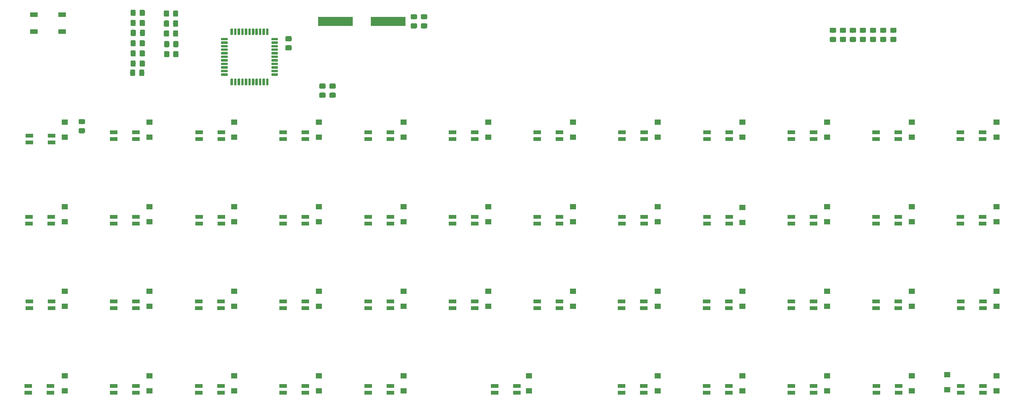
<source format=gbr>
G04 #@! TF.GenerationSoftware,KiCad,Pcbnew,(5.1.0)-1*
G04 #@! TF.CreationDate,2020-10-10T14:24:37-04:00*
G04 #@! TF.ProjectId,rev1.0,72657631-2e30-42e6-9b69-6361645f7063,rev?*
G04 #@! TF.SameCoordinates,Original*
G04 #@! TF.FileFunction,Paste,Bot*
G04 #@! TF.FilePolarity,Positive*
%FSLAX46Y46*%
G04 Gerber Fmt 4.6, Leading zero omitted, Abs format (unit mm)*
G04 Created by KiCad (PCBNEW (5.1.0)-1) date 2020-10-10 14:24:37*
%MOMM*%
%LPD*%
G04 APERTURE LIST*
%ADD10C,0.100000*%
%ADD11C,1.150000*%
%ADD12R,1.400000X1.200000*%
%ADD13R,1.700000X1.000000*%
%ADD14C,0.550000*%
%ADD15R,7.875000X2.000000*%
%ADD16R,1.800000X0.820000*%
G04 APERTURE END LIST*
D10*
G36*
X120870505Y-17215204D02*
G01*
X120894773Y-17218804D01*
X120918572Y-17224765D01*
X120941671Y-17233030D01*
X120963850Y-17243520D01*
X120984893Y-17256132D01*
X121004599Y-17270747D01*
X121022777Y-17287223D01*
X121039253Y-17305401D01*
X121053868Y-17325107D01*
X121066480Y-17346150D01*
X121076970Y-17368329D01*
X121085235Y-17391428D01*
X121091196Y-17415227D01*
X121094796Y-17439495D01*
X121096000Y-17463999D01*
X121096000Y-18114001D01*
X121094796Y-18138505D01*
X121091196Y-18162773D01*
X121085235Y-18186572D01*
X121076970Y-18209671D01*
X121066480Y-18231850D01*
X121053868Y-18252893D01*
X121039253Y-18272599D01*
X121022777Y-18290777D01*
X121004599Y-18307253D01*
X120984893Y-18321868D01*
X120963850Y-18334480D01*
X120941671Y-18344970D01*
X120918572Y-18353235D01*
X120894773Y-18359196D01*
X120870505Y-18362796D01*
X120846001Y-18364000D01*
X119945999Y-18364000D01*
X119921495Y-18362796D01*
X119897227Y-18359196D01*
X119873428Y-18353235D01*
X119850329Y-18344970D01*
X119828150Y-18334480D01*
X119807107Y-18321868D01*
X119787401Y-18307253D01*
X119769223Y-18290777D01*
X119752747Y-18272599D01*
X119738132Y-18252893D01*
X119725520Y-18231850D01*
X119715030Y-18209671D01*
X119706765Y-18186572D01*
X119700804Y-18162773D01*
X119697204Y-18138505D01*
X119696000Y-18114001D01*
X119696000Y-17463999D01*
X119697204Y-17439495D01*
X119700804Y-17415227D01*
X119706765Y-17391428D01*
X119715030Y-17368329D01*
X119725520Y-17346150D01*
X119738132Y-17325107D01*
X119752747Y-17305401D01*
X119769223Y-17287223D01*
X119787401Y-17270747D01*
X119807107Y-17256132D01*
X119828150Y-17243520D01*
X119850329Y-17233030D01*
X119873428Y-17224765D01*
X119897227Y-17218804D01*
X119921495Y-17215204D01*
X119945999Y-17214000D01*
X120846001Y-17214000D01*
X120870505Y-17215204D01*
X120870505Y-17215204D01*
G37*
D11*
X120396000Y-17789000D03*
D10*
G36*
X120870505Y-15165204D02*
G01*
X120894773Y-15168804D01*
X120918572Y-15174765D01*
X120941671Y-15183030D01*
X120963850Y-15193520D01*
X120984893Y-15206132D01*
X121004599Y-15220747D01*
X121022777Y-15237223D01*
X121039253Y-15255401D01*
X121053868Y-15275107D01*
X121066480Y-15296150D01*
X121076970Y-15318329D01*
X121085235Y-15341428D01*
X121091196Y-15365227D01*
X121094796Y-15389495D01*
X121096000Y-15413999D01*
X121096000Y-16064001D01*
X121094796Y-16088505D01*
X121091196Y-16112773D01*
X121085235Y-16136572D01*
X121076970Y-16159671D01*
X121066480Y-16181850D01*
X121053868Y-16202893D01*
X121039253Y-16222599D01*
X121022777Y-16240777D01*
X121004599Y-16257253D01*
X120984893Y-16271868D01*
X120963850Y-16284480D01*
X120941671Y-16294970D01*
X120918572Y-16303235D01*
X120894773Y-16309196D01*
X120870505Y-16312796D01*
X120846001Y-16314000D01*
X119945999Y-16314000D01*
X119921495Y-16312796D01*
X119897227Y-16309196D01*
X119873428Y-16303235D01*
X119850329Y-16294970D01*
X119828150Y-16284480D01*
X119807107Y-16271868D01*
X119787401Y-16257253D01*
X119769223Y-16240777D01*
X119752747Y-16222599D01*
X119738132Y-16202893D01*
X119725520Y-16181850D01*
X119715030Y-16159671D01*
X119706765Y-16136572D01*
X119700804Y-16112773D01*
X119697204Y-16088505D01*
X119696000Y-16064001D01*
X119696000Y-15413999D01*
X119697204Y-15389495D01*
X119700804Y-15365227D01*
X119706765Y-15341428D01*
X119715030Y-15318329D01*
X119725520Y-15296150D01*
X119738132Y-15275107D01*
X119752747Y-15255401D01*
X119769223Y-15237223D01*
X119787401Y-15220747D01*
X119807107Y-15206132D01*
X119828150Y-15193520D01*
X119850329Y-15183030D01*
X119873428Y-15174765D01*
X119897227Y-15168804D01*
X119921495Y-15165204D01*
X119945999Y-15164000D01*
X120846001Y-15164000D01*
X120870505Y-15165204D01*
X120870505Y-15165204D01*
G37*
D11*
X120396000Y-15739000D03*
D10*
G36*
X123156505Y-17215204D02*
G01*
X123180773Y-17218804D01*
X123204572Y-17224765D01*
X123227671Y-17233030D01*
X123249850Y-17243520D01*
X123270893Y-17256132D01*
X123290599Y-17270747D01*
X123308777Y-17287223D01*
X123325253Y-17305401D01*
X123339868Y-17325107D01*
X123352480Y-17346150D01*
X123362970Y-17368329D01*
X123371235Y-17391428D01*
X123377196Y-17415227D01*
X123380796Y-17439495D01*
X123382000Y-17463999D01*
X123382000Y-18114001D01*
X123380796Y-18138505D01*
X123377196Y-18162773D01*
X123371235Y-18186572D01*
X123362970Y-18209671D01*
X123352480Y-18231850D01*
X123339868Y-18252893D01*
X123325253Y-18272599D01*
X123308777Y-18290777D01*
X123290599Y-18307253D01*
X123270893Y-18321868D01*
X123249850Y-18334480D01*
X123227671Y-18344970D01*
X123204572Y-18353235D01*
X123180773Y-18359196D01*
X123156505Y-18362796D01*
X123132001Y-18364000D01*
X122231999Y-18364000D01*
X122207495Y-18362796D01*
X122183227Y-18359196D01*
X122159428Y-18353235D01*
X122136329Y-18344970D01*
X122114150Y-18334480D01*
X122093107Y-18321868D01*
X122073401Y-18307253D01*
X122055223Y-18290777D01*
X122038747Y-18272599D01*
X122024132Y-18252893D01*
X122011520Y-18231850D01*
X122001030Y-18209671D01*
X121992765Y-18186572D01*
X121986804Y-18162773D01*
X121983204Y-18138505D01*
X121982000Y-18114001D01*
X121982000Y-17463999D01*
X121983204Y-17439495D01*
X121986804Y-17415227D01*
X121992765Y-17391428D01*
X122001030Y-17368329D01*
X122011520Y-17346150D01*
X122024132Y-17325107D01*
X122038747Y-17305401D01*
X122055223Y-17287223D01*
X122073401Y-17270747D01*
X122093107Y-17256132D01*
X122114150Y-17243520D01*
X122136329Y-17233030D01*
X122159428Y-17224765D01*
X122183227Y-17218804D01*
X122207495Y-17215204D01*
X122231999Y-17214000D01*
X123132001Y-17214000D01*
X123156505Y-17215204D01*
X123156505Y-17215204D01*
G37*
D11*
X122682000Y-17789000D03*
D10*
G36*
X123156505Y-15165204D02*
G01*
X123180773Y-15168804D01*
X123204572Y-15174765D01*
X123227671Y-15183030D01*
X123249850Y-15193520D01*
X123270893Y-15206132D01*
X123290599Y-15220747D01*
X123308777Y-15237223D01*
X123325253Y-15255401D01*
X123339868Y-15275107D01*
X123352480Y-15296150D01*
X123362970Y-15318329D01*
X123371235Y-15341428D01*
X123377196Y-15365227D01*
X123380796Y-15389495D01*
X123382000Y-15413999D01*
X123382000Y-16064001D01*
X123380796Y-16088505D01*
X123377196Y-16112773D01*
X123371235Y-16136572D01*
X123362970Y-16159671D01*
X123352480Y-16181850D01*
X123339868Y-16202893D01*
X123325253Y-16222599D01*
X123308777Y-16240777D01*
X123290599Y-16257253D01*
X123270893Y-16271868D01*
X123249850Y-16284480D01*
X123227671Y-16294970D01*
X123204572Y-16303235D01*
X123180773Y-16309196D01*
X123156505Y-16312796D01*
X123132001Y-16314000D01*
X122231999Y-16314000D01*
X122207495Y-16312796D01*
X122183227Y-16309196D01*
X122159428Y-16303235D01*
X122136329Y-16294970D01*
X122114150Y-16284480D01*
X122093107Y-16271868D01*
X122073401Y-16257253D01*
X122055223Y-16240777D01*
X122038747Y-16222599D01*
X122024132Y-16202893D01*
X122011520Y-16181850D01*
X122001030Y-16159671D01*
X121992765Y-16136572D01*
X121986804Y-16112773D01*
X121983204Y-16088505D01*
X121982000Y-16064001D01*
X121982000Y-15413999D01*
X121983204Y-15389495D01*
X121986804Y-15365227D01*
X121992765Y-15341428D01*
X122001030Y-15318329D01*
X122011520Y-15296150D01*
X122024132Y-15275107D01*
X122038747Y-15255401D01*
X122055223Y-15237223D01*
X122073401Y-15220747D01*
X122093107Y-15206132D01*
X122114150Y-15193520D01*
X122136329Y-15183030D01*
X122159428Y-15174765D01*
X122183227Y-15168804D01*
X122207495Y-15165204D01*
X122231999Y-15164000D01*
X123132001Y-15164000D01*
X123156505Y-15165204D01*
X123156505Y-15165204D01*
G37*
D11*
X122682000Y-15739000D03*
D10*
G36*
X65110505Y-14319204D02*
G01*
X65134773Y-14322804D01*
X65158572Y-14328765D01*
X65181671Y-14337030D01*
X65203850Y-14347520D01*
X65224893Y-14360132D01*
X65244599Y-14374747D01*
X65262777Y-14391223D01*
X65279253Y-14409401D01*
X65293868Y-14429107D01*
X65306480Y-14450150D01*
X65316970Y-14472329D01*
X65325235Y-14495428D01*
X65331196Y-14519227D01*
X65334796Y-14543495D01*
X65336000Y-14567999D01*
X65336000Y-15468001D01*
X65334796Y-15492505D01*
X65331196Y-15516773D01*
X65325235Y-15540572D01*
X65316970Y-15563671D01*
X65306480Y-15585850D01*
X65293868Y-15606893D01*
X65279253Y-15626599D01*
X65262777Y-15644777D01*
X65244599Y-15661253D01*
X65224893Y-15675868D01*
X65203850Y-15688480D01*
X65181671Y-15698970D01*
X65158572Y-15707235D01*
X65134773Y-15713196D01*
X65110505Y-15716796D01*
X65086001Y-15718000D01*
X64435999Y-15718000D01*
X64411495Y-15716796D01*
X64387227Y-15713196D01*
X64363428Y-15707235D01*
X64340329Y-15698970D01*
X64318150Y-15688480D01*
X64297107Y-15675868D01*
X64277401Y-15661253D01*
X64259223Y-15644777D01*
X64242747Y-15626599D01*
X64228132Y-15606893D01*
X64215520Y-15585850D01*
X64205030Y-15563671D01*
X64196765Y-15540572D01*
X64190804Y-15516773D01*
X64187204Y-15492505D01*
X64186000Y-15468001D01*
X64186000Y-14567999D01*
X64187204Y-14543495D01*
X64190804Y-14519227D01*
X64196765Y-14495428D01*
X64205030Y-14472329D01*
X64215520Y-14450150D01*
X64228132Y-14429107D01*
X64242747Y-14409401D01*
X64259223Y-14391223D01*
X64277401Y-14374747D01*
X64297107Y-14360132D01*
X64318150Y-14347520D01*
X64340329Y-14337030D01*
X64363428Y-14328765D01*
X64387227Y-14322804D01*
X64411495Y-14319204D01*
X64435999Y-14318000D01*
X65086001Y-14318000D01*
X65110505Y-14319204D01*
X65110505Y-14319204D01*
G37*
D11*
X64761000Y-15018000D03*
D10*
G36*
X67160505Y-14319204D02*
G01*
X67184773Y-14322804D01*
X67208572Y-14328765D01*
X67231671Y-14337030D01*
X67253850Y-14347520D01*
X67274893Y-14360132D01*
X67294599Y-14374747D01*
X67312777Y-14391223D01*
X67329253Y-14409401D01*
X67343868Y-14429107D01*
X67356480Y-14450150D01*
X67366970Y-14472329D01*
X67375235Y-14495428D01*
X67381196Y-14519227D01*
X67384796Y-14543495D01*
X67386000Y-14567999D01*
X67386000Y-15468001D01*
X67384796Y-15492505D01*
X67381196Y-15516773D01*
X67375235Y-15540572D01*
X67366970Y-15563671D01*
X67356480Y-15585850D01*
X67343868Y-15606893D01*
X67329253Y-15626599D01*
X67312777Y-15644777D01*
X67294599Y-15661253D01*
X67274893Y-15675868D01*
X67253850Y-15688480D01*
X67231671Y-15698970D01*
X67208572Y-15707235D01*
X67184773Y-15713196D01*
X67160505Y-15716796D01*
X67136001Y-15718000D01*
X66485999Y-15718000D01*
X66461495Y-15716796D01*
X66437227Y-15713196D01*
X66413428Y-15707235D01*
X66390329Y-15698970D01*
X66368150Y-15688480D01*
X66347107Y-15675868D01*
X66327401Y-15661253D01*
X66309223Y-15644777D01*
X66292747Y-15626599D01*
X66278132Y-15606893D01*
X66265520Y-15585850D01*
X66255030Y-15563671D01*
X66246765Y-15540572D01*
X66240804Y-15516773D01*
X66237204Y-15492505D01*
X66236000Y-15468001D01*
X66236000Y-14567999D01*
X66237204Y-14543495D01*
X66240804Y-14519227D01*
X66246765Y-14495428D01*
X66255030Y-14472329D01*
X66265520Y-14450150D01*
X66278132Y-14429107D01*
X66292747Y-14409401D01*
X66309223Y-14391223D01*
X66327401Y-14374747D01*
X66347107Y-14360132D01*
X66368150Y-14347520D01*
X66390329Y-14337030D01*
X66413428Y-14328765D01*
X66437227Y-14322804D01*
X66461495Y-14319204D01*
X66485999Y-14318000D01*
X67136001Y-14318000D01*
X67160505Y-14319204D01*
X67160505Y-14319204D01*
G37*
D11*
X66811000Y-15018000D03*
D10*
G36*
X46194505Y-38787204D02*
G01*
X46218773Y-38790804D01*
X46242572Y-38796765D01*
X46265671Y-38805030D01*
X46287850Y-38815520D01*
X46308893Y-38828132D01*
X46328599Y-38842747D01*
X46346777Y-38859223D01*
X46363253Y-38877401D01*
X46377868Y-38897107D01*
X46390480Y-38918150D01*
X46400970Y-38940329D01*
X46409235Y-38963428D01*
X46415196Y-38987227D01*
X46418796Y-39011495D01*
X46420000Y-39035999D01*
X46420000Y-39686001D01*
X46418796Y-39710505D01*
X46415196Y-39734773D01*
X46409235Y-39758572D01*
X46400970Y-39781671D01*
X46390480Y-39803850D01*
X46377868Y-39824893D01*
X46363253Y-39844599D01*
X46346777Y-39862777D01*
X46328599Y-39879253D01*
X46308893Y-39893868D01*
X46287850Y-39906480D01*
X46265671Y-39916970D01*
X46242572Y-39925235D01*
X46218773Y-39931196D01*
X46194505Y-39934796D01*
X46170001Y-39936000D01*
X45269999Y-39936000D01*
X45245495Y-39934796D01*
X45221227Y-39931196D01*
X45197428Y-39925235D01*
X45174329Y-39916970D01*
X45152150Y-39906480D01*
X45131107Y-39893868D01*
X45111401Y-39879253D01*
X45093223Y-39862777D01*
X45076747Y-39844599D01*
X45062132Y-39824893D01*
X45049520Y-39803850D01*
X45039030Y-39781671D01*
X45030765Y-39758572D01*
X45024804Y-39734773D01*
X45021204Y-39710505D01*
X45020000Y-39686001D01*
X45020000Y-39035999D01*
X45021204Y-39011495D01*
X45024804Y-38987227D01*
X45030765Y-38963428D01*
X45039030Y-38940329D01*
X45049520Y-38918150D01*
X45062132Y-38897107D01*
X45076747Y-38877401D01*
X45093223Y-38859223D01*
X45111401Y-38842747D01*
X45131107Y-38828132D01*
X45152150Y-38815520D01*
X45174329Y-38805030D01*
X45197428Y-38796765D01*
X45221227Y-38790804D01*
X45245495Y-38787204D01*
X45269999Y-38786000D01*
X46170001Y-38786000D01*
X46194505Y-38787204D01*
X46194505Y-38787204D01*
G37*
D11*
X45720000Y-39361000D03*
D10*
G36*
X46194505Y-40837204D02*
G01*
X46218773Y-40840804D01*
X46242572Y-40846765D01*
X46265671Y-40855030D01*
X46287850Y-40865520D01*
X46308893Y-40878132D01*
X46328599Y-40892747D01*
X46346777Y-40909223D01*
X46363253Y-40927401D01*
X46377868Y-40947107D01*
X46390480Y-40968150D01*
X46400970Y-40990329D01*
X46409235Y-41013428D01*
X46415196Y-41037227D01*
X46418796Y-41061495D01*
X46420000Y-41085999D01*
X46420000Y-41736001D01*
X46418796Y-41760505D01*
X46415196Y-41784773D01*
X46409235Y-41808572D01*
X46400970Y-41831671D01*
X46390480Y-41853850D01*
X46377868Y-41874893D01*
X46363253Y-41894599D01*
X46346777Y-41912777D01*
X46328599Y-41929253D01*
X46308893Y-41943868D01*
X46287850Y-41956480D01*
X46265671Y-41966970D01*
X46242572Y-41975235D01*
X46218773Y-41981196D01*
X46194505Y-41984796D01*
X46170001Y-41986000D01*
X45269999Y-41986000D01*
X45245495Y-41984796D01*
X45221227Y-41981196D01*
X45197428Y-41975235D01*
X45174329Y-41966970D01*
X45152150Y-41956480D01*
X45131107Y-41943868D01*
X45111401Y-41929253D01*
X45093223Y-41912777D01*
X45076747Y-41894599D01*
X45062132Y-41874893D01*
X45049520Y-41853850D01*
X45039030Y-41831671D01*
X45030765Y-41808572D01*
X45024804Y-41784773D01*
X45021204Y-41760505D01*
X45020000Y-41736001D01*
X45020000Y-41085999D01*
X45021204Y-41061495D01*
X45024804Y-41037227D01*
X45030765Y-41013428D01*
X45039030Y-40990329D01*
X45049520Y-40968150D01*
X45062132Y-40947107D01*
X45076747Y-40927401D01*
X45093223Y-40909223D01*
X45111401Y-40892747D01*
X45131107Y-40878132D01*
X45152150Y-40865520D01*
X45174329Y-40855030D01*
X45197428Y-40846765D01*
X45221227Y-40840804D01*
X45245495Y-40837204D01*
X45269999Y-40836000D01*
X46170001Y-40836000D01*
X46194505Y-40837204D01*
X46194505Y-40837204D01*
G37*
D11*
X45720000Y-41411000D03*
D10*
G36*
X92676505Y-22168204D02*
G01*
X92700773Y-22171804D01*
X92724572Y-22177765D01*
X92747671Y-22186030D01*
X92769850Y-22196520D01*
X92790893Y-22209132D01*
X92810599Y-22223747D01*
X92828777Y-22240223D01*
X92845253Y-22258401D01*
X92859868Y-22278107D01*
X92872480Y-22299150D01*
X92882970Y-22321329D01*
X92891235Y-22344428D01*
X92897196Y-22368227D01*
X92900796Y-22392495D01*
X92902000Y-22416999D01*
X92902000Y-23067001D01*
X92900796Y-23091505D01*
X92897196Y-23115773D01*
X92891235Y-23139572D01*
X92882970Y-23162671D01*
X92872480Y-23184850D01*
X92859868Y-23205893D01*
X92845253Y-23225599D01*
X92828777Y-23243777D01*
X92810599Y-23260253D01*
X92790893Y-23274868D01*
X92769850Y-23287480D01*
X92747671Y-23297970D01*
X92724572Y-23306235D01*
X92700773Y-23312196D01*
X92676505Y-23315796D01*
X92652001Y-23317000D01*
X91751999Y-23317000D01*
X91727495Y-23315796D01*
X91703227Y-23312196D01*
X91679428Y-23306235D01*
X91656329Y-23297970D01*
X91634150Y-23287480D01*
X91613107Y-23274868D01*
X91593401Y-23260253D01*
X91575223Y-23243777D01*
X91558747Y-23225599D01*
X91544132Y-23205893D01*
X91531520Y-23184850D01*
X91521030Y-23162671D01*
X91512765Y-23139572D01*
X91506804Y-23115773D01*
X91503204Y-23091505D01*
X91502000Y-23067001D01*
X91502000Y-22416999D01*
X91503204Y-22392495D01*
X91506804Y-22368227D01*
X91512765Y-22344428D01*
X91521030Y-22321329D01*
X91531520Y-22299150D01*
X91544132Y-22278107D01*
X91558747Y-22258401D01*
X91575223Y-22240223D01*
X91593401Y-22223747D01*
X91613107Y-22209132D01*
X91634150Y-22196520D01*
X91656329Y-22186030D01*
X91679428Y-22177765D01*
X91703227Y-22171804D01*
X91727495Y-22168204D01*
X91751999Y-22167000D01*
X92652001Y-22167000D01*
X92676505Y-22168204D01*
X92676505Y-22168204D01*
G37*
D11*
X92202000Y-22742000D03*
D10*
G36*
X92676505Y-20118204D02*
G01*
X92700773Y-20121804D01*
X92724572Y-20127765D01*
X92747671Y-20136030D01*
X92769850Y-20146520D01*
X92790893Y-20159132D01*
X92810599Y-20173747D01*
X92828777Y-20190223D01*
X92845253Y-20208401D01*
X92859868Y-20228107D01*
X92872480Y-20249150D01*
X92882970Y-20271329D01*
X92891235Y-20294428D01*
X92897196Y-20318227D01*
X92900796Y-20342495D01*
X92902000Y-20366999D01*
X92902000Y-21017001D01*
X92900796Y-21041505D01*
X92897196Y-21065773D01*
X92891235Y-21089572D01*
X92882970Y-21112671D01*
X92872480Y-21134850D01*
X92859868Y-21155893D01*
X92845253Y-21175599D01*
X92828777Y-21193777D01*
X92810599Y-21210253D01*
X92790893Y-21224868D01*
X92769850Y-21237480D01*
X92747671Y-21247970D01*
X92724572Y-21256235D01*
X92700773Y-21262196D01*
X92676505Y-21265796D01*
X92652001Y-21267000D01*
X91751999Y-21267000D01*
X91727495Y-21265796D01*
X91703227Y-21262196D01*
X91679428Y-21256235D01*
X91656329Y-21247970D01*
X91634150Y-21237480D01*
X91613107Y-21224868D01*
X91593401Y-21210253D01*
X91575223Y-21193777D01*
X91558747Y-21175599D01*
X91544132Y-21155893D01*
X91531520Y-21134850D01*
X91521030Y-21112671D01*
X91512765Y-21089572D01*
X91506804Y-21065773D01*
X91503204Y-21041505D01*
X91502000Y-21017001D01*
X91502000Y-20366999D01*
X91503204Y-20342495D01*
X91506804Y-20318227D01*
X91512765Y-20294428D01*
X91521030Y-20271329D01*
X91531520Y-20249150D01*
X91544132Y-20228107D01*
X91558747Y-20208401D01*
X91575223Y-20190223D01*
X91593401Y-20173747D01*
X91613107Y-20159132D01*
X91634150Y-20146520D01*
X91656329Y-20136030D01*
X91679428Y-20127765D01*
X91703227Y-20121804D01*
X91727495Y-20118204D01*
X91751999Y-20117000D01*
X92652001Y-20117000D01*
X92676505Y-20118204D01*
X92676505Y-20118204D01*
G37*
D11*
X92202000Y-20692000D03*
D10*
G36*
X102582505Y-30786204D02*
G01*
X102606773Y-30789804D01*
X102630572Y-30795765D01*
X102653671Y-30804030D01*
X102675850Y-30814520D01*
X102696893Y-30827132D01*
X102716599Y-30841747D01*
X102734777Y-30858223D01*
X102751253Y-30876401D01*
X102765868Y-30896107D01*
X102778480Y-30917150D01*
X102788970Y-30939329D01*
X102797235Y-30962428D01*
X102803196Y-30986227D01*
X102806796Y-31010495D01*
X102808000Y-31034999D01*
X102808000Y-31685001D01*
X102806796Y-31709505D01*
X102803196Y-31733773D01*
X102797235Y-31757572D01*
X102788970Y-31780671D01*
X102778480Y-31802850D01*
X102765868Y-31823893D01*
X102751253Y-31843599D01*
X102734777Y-31861777D01*
X102716599Y-31878253D01*
X102696893Y-31892868D01*
X102675850Y-31905480D01*
X102653671Y-31915970D01*
X102630572Y-31924235D01*
X102606773Y-31930196D01*
X102582505Y-31933796D01*
X102558001Y-31935000D01*
X101657999Y-31935000D01*
X101633495Y-31933796D01*
X101609227Y-31930196D01*
X101585428Y-31924235D01*
X101562329Y-31915970D01*
X101540150Y-31905480D01*
X101519107Y-31892868D01*
X101499401Y-31878253D01*
X101481223Y-31861777D01*
X101464747Y-31843599D01*
X101450132Y-31823893D01*
X101437520Y-31802850D01*
X101427030Y-31780671D01*
X101418765Y-31757572D01*
X101412804Y-31733773D01*
X101409204Y-31709505D01*
X101408000Y-31685001D01*
X101408000Y-31034999D01*
X101409204Y-31010495D01*
X101412804Y-30986227D01*
X101418765Y-30962428D01*
X101427030Y-30939329D01*
X101437520Y-30917150D01*
X101450132Y-30896107D01*
X101464747Y-30876401D01*
X101481223Y-30858223D01*
X101499401Y-30841747D01*
X101519107Y-30827132D01*
X101540150Y-30814520D01*
X101562329Y-30804030D01*
X101585428Y-30795765D01*
X101609227Y-30789804D01*
X101633495Y-30786204D01*
X101657999Y-30785000D01*
X102558001Y-30785000D01*
X102582505Y-30786204D01*
X102582505Y-30786204D01*
G37*
D11*
X102108000Y-31360000D03*
D10*
G36*
X102582505Y-32836204D02*
G01*
X102606773Y-32839804D01*
X102630572Y-32845765D01*
X102653671Y-32854030D01*
X102675850Y-32864520D01*
X102696893Y-32877132D01*
X102716599Y-32891747D01*
X102734777Y-32908223D01*
X102751253Y-32926401D01*
X102765868Y-32946107D01*
X102778480Y-32967150D01*
X102788970Y-32989329D01*
X102797235Y-33012428D01*
X102803196Y-33036227D01*
X102806796Y-33060495D01*
X102808000Y-33084999D01*
X102808000Y-33735001D01*
X102806796Y-33759505D01*
X102803196Y-33783773D01*
X102797235Y-33807572D01*
X102788970Y-33830671D01*
X102778480Y-33852850D01*
X102765868Y-33873893D01*
X102751253Y-33893599D01*
X102734777Y-33911777D01*
X102716599Y-33928253D01*
X102696893Y-33942868D01*
X102675850Y-33955480D01*
X102653671Y-33965970D01*
X102630572Y-33974235D01*
X102606773Y-33980196D01*
X102582505Y-33983796D01*
X102558001Y-33985000D01*
X101657999Y-33985000D01*
X101633495Y-33983796D01*
X101609227Y-33980196D01*
X101585428Y-33974235D01*
X101562329Y-33965970D01*
X101540150Y-33955480D01*
X101519107Y-33942868D01*
X101499401Y-33928253D01*
X101481223Y-33911777D01*
X101464747Y-33893599D01*
X101450132Y-33873893D01*
X101437520Y-33852850D01*
X101427030Y-33830671D01*
X101418765Y-33807572D01*
X101412804Y-33783773D01*
X101409204Y-33759505D01*
X101408000Y-33735001D01*
X101408000Y-33084999D01*
X101409204Y-33060495D01*
X101412804Y-33036227D01*
X101418765Y-33012428D01*
X101427030Y-32989329D01*
X101437520Y-32967150D01*
X101450132Y-32946107D01*
X101464747Y-32926401D01*
X101481223Y-32908223D01*
X101499401Y-32891747D01*
X101519107Y-32877132D01*
X101540150Y-32864520D01*
X101562329Y-32854030D01*
X101585428Y-32845765D01*
X101609227Y-32839804D01*
X101633495Y-32836204D01*
X101657999Y-32835000D01*
X102558001Y-32835000D01*
X102582505Y-32836204D01*
X102582505Y-32836204D01*
G37*
D11*
X102108000Y-33410000D03*
D12*
X41910000Y-42848000D03*
X41910000Y-39448000D03*
X41910000Y-61898000D03*
X41910000Y-58498000D03*
X41910000Y-80948000D03*
X41910000Y-77548000D03*
X41910000Y-99998000D03*
X41910000Y-96598000D03*
X60960000Y-42848000D03*
X60960000Y-39448000D03*
X60960000Y-61898000D03*
X60960000Y-58498000D03*
X60960000Y-80948000D03*
X60960000Y-77548000D03*
X60960000Y-99998000D03*
X60960000Y-96598000D03*
X80010000Y-42848000D03*
X80010000Y-39448000D03*
X80010000Y-61898000D03*
X80010000Y-58498000D03*
X80010000Y-80948000D03*
X80010000Y-77548000D03*
X80010000Y-99998000D03*
X80010000Y-96598000D03*
X99060000Y-42848000D03*
X99060000Y-39448000D03*
X99060000Y-61898000D03*
X99060000Y-58498000D03*
X99060000Y-80948000D03*
X99060000Y-77548000D03*
X99060000Y-99998000D03*
X99060000Y-96598000D03*
X118110000Y-42848000D03*
X118110000Y-39448000D03*
X118110000Y-61898000D03*
X118110000Y-58498000D03*
X118110000Y-80948000D03*
X118110000Y-77548000D03*
X118110000Y-99998000D03*
X118110000Y-96598000D03*
X137160000Y-42848000D03*
X137160000Y-39448000D03*
X137160000Y-61898000D03*
X137160000Y-58498000D03*
X137160000Y-80948000D03*
X137160000Y-77548000D03*
X156210000Y-42848000D03*
X156210000Y-39448000D03*
X156210000Y-61898000D03*
X156210000Y-58498000D03*
X156210000Y-80948000D03*
X156210000Y-77548000D03*
X146304000Y-99998000D03*
X146304000Y-96598000D03*
X175260000Y-42848000D03*
X175260000Y-39448000D03*
X175260000Y-61898000D03*
X175260000Y-58498000D03*
X175260000Y-80948000D03*
X175260000Y-77548000D03*
X175260000Y-99998000D03*
X175260000Y-96598000D03*
X194310000Y-42848000D03*
X194310000Y-39448000D03*
X194310000Y-62103000D03*
X194310000Y-58703000D03*
X194310000Y-80948000D03*
X194310000Y-77548000D03*
X194310000Y-99998000D03*
X194310000Y-96598000D03*
X213360000Y-42848000D03*
X213360000Y-39448000D03*
X213360000Y-61898000D03*
X213360000Y-58498000D03*
X213360000Y-80948000D03*
X213360000Y-77548000D03*
X213360000Y-99998000D03*
X213360000Y-96598000D03*
X232410000Y-42848000D03*
X232410000Y-39448000D03*
X232410000Y-61898000D03*
X232410000Y-58498000D03*
X232410000Y-80948000D03*
X232410000Y-77548000D03*
X232410000Y-99998000D03*
X232410000Y-96598000D03*
X251460000Y-42848000D03*
X251460000Y-39448000D03*
X251460000Y-61898000D03*
X251460000Y-58498000D03*
X251460000Y-80948000D03*
X251460000Y-77548000D03*
X251460000Y-99998000D03*
X251460000Y-96598000D03*
D10*
G36*
X67206505Y-21219204D02*
G01*
X67230773Y-21222804D01*
X67254572Y-21228765D01*
X67277671Y-21237030D01*
X67299850Y-21247520D01*
X67320893Y-21260132D01*
X67340599Y-21274747D01*
X67358777Y-21291223D01*
X67375253Y-21309401D01*
X67389868Y-21329107D01*
X67402480Y-21350150D01*
X67412970Y-21372329D01*
X67421235Y-21395428D01*
X67427196Y-21419227D01*
X67430796Y-21443495D01*
X67432000Y-21467999D01*
X67432000Y-22368001D01*
X67430796Y-22392505D01*
X67427196Y-22416773D01*
X67421235Y-22440572D01*
X67412970Y-22463671D01*
X67402480Y-22485850D01*
X67389868Y-22506893D01*
X67375253Y-22526599D01*
X67358777Y-22544777D01*
X67340599Y-22561253D01*
X67320893Y-22575868D01*
X67299850Y-22588480D01*
X67277671Y-22598970D01*
X67254572Y-22607235D01*
X67230773Y-22613196D01*
X67206505Y-22616796D01*
X67182001Y-22618000D01*
X66531999Y-22618000D01*
X66507495Y-22616796D01*
X66483227Y-22613196D01*
X66459428Y-22607235D01*
X66436329Y-22598970D01*
X66414150Y-22588480D01*
X66393107Y-22575868D01*
X66373401Y-22561253D01*
X66355223Y-22544777D01*
X66338747Y-22526599D01*
X66324132Y-22506893D01*
X66311520Y-22485850D01*
X66301030Y-22463671D01*
X66292765Y-22440572D01*
X66286804Y-22416773D01*
X66283204Y-22392505D01*
X66282000Y-22368001D01*
X66282000Y-21467999D01*
X66283204Y-21443495D01*
X66286804Y-21419227D01*
X66292765Y-21395428D01*
X66301030Y-21372329D01*
X66311520Y-21350150D01*
X66324132Y-21329107D01*
X66338747Y-21309401D01*
X66355223Y-21291223D01*
X66373401Y-21274747D01*
X66393107Y-21260132D01*
X66414150Y-21247520D01*
X66436329Y-21237030D01*
X66459428Y-21228765D01*
X66483227Y-21222804D01*
X66507495Y-21219204D01*
X66531999Y-21218000D01*
X67182001Y-21218000D01*
X67206505Y-21219204D01*
X67206505Y-21219204D01*
G37*
D11*
X66857000Y-21918000D03*
D10*
G36*
X65156505Y-21219204D02*
G01*
X65180773Y-21222804D01*
X65204572Y-21228765D01*
X65227671Y-21237030D01*
X65249850Y-21247520D01*
X65270893Y-21260132D01*
X65290599Y-21274747D01*
X65308777Y-21291223D01*
X65325253Y-21309401D01*
X65339868Y-21329107D01*
X65352480Y-21350150D01*
X65362970Y-21372329D01*
X65371235Y-21395428D01*
X65377196Y-21419227D01*
X65380796Y-21443495D01*
X65382000Y-21467999D01*
X65382000Y-22368001D01*
X65380796Y-22392505D01*
X65377196Y-22416773D01*
X65371235Y-22440572D01*
X65362970Y-22463671D01*
X65352480Y-22485850D01*
X65339868Y-22506893D01*
X65325253Y-22526599D01*
X65308777Y-22544777D01*
X65290599Y-22561253D01*
X65270893Y-22575868D01*
X65249850Y-22588480D01*
X65227671Y-22598970D01*
X65204572Y-22607235D01*
X65180773Y-22613196D01*
X65156505Y-22616796D01*
X65132001Y-22618000D01*
X64481999Y-22618000D01*
X64457495Y-22616796D01*
X64433227Y-22613196D01*
X64409428Y-22607235D01*
X64386329Y-22598970D01*
X64364150Y-22588480D01*
X64343107Y-22575868D01*
X64323401Y-22561253D01*
X64305223Y-22544777D01*
X64288747Y-22526599D01*
X64274132Y-22506893D01*
X64261520Y-22485850D01*
X64251030Y-22463671D01*
X64242765Y-22440572D01*
X64236804Y-22416773D01*
X64233204Y-22392505D01*
X64232000Y-22368001D01*
X64232000Y-21467999D01*
X64233204Y-21443495D01*
X64236804Y-21419227D01*
X64242765Y-21395428D01*
X64251030Y-21372329D01*
X64261520Y-21350150D01*
X64274132Y-21329107D01*
X64288747Y-21309401D01*
X64305223Y-21291223D01*
X64323401Y-21274747D01*
X64343107Y-21260132D01*
X64364150Y-21247520D01*
X64386329Y-21237030D01*
X64409428Y-21228765D01*
X64433227Y-21222804D01*
X64457495Y-21219204D01*
X64481999Y-21218000D01*
X65132001Y-21218000D01*
X65156505Y-21219204D01*
X65156505Y-21219204D01*
G37*
D11*
X64807000Y-21918000D03*
D10*
G36*
X59667505Y-14160204D02*
G01*
X59691773Y-14163804D01*
X59715572Y-14169765D01*
X59738671Y-14178030D01*
X59760850Y-14188520D01*
X59781893Y-14201132D01*
X59801599Y-14215747D01*
X59819777Y-14232223D01*
X59836253Y-14250401D01*
X59850868Y-14270107D01*
X59863480Y-14291150D01*
X59873970Y-14313329D01*
X59882235Y-14336428D01*
X59888196Y-14360227D01*
X59891796Y-14384495D01*
X59893000Y-14408999D01*
X59893000Y-15309001D01*
X59891796Y-15333505D01*
X59888196Y-15357773D01*
X59882235Y-15381572D01*
X59873970Y-15404671D01*
X59863480Y-15426850D01*
X59850868Y-15447893D01*
X59836253Y-15467599D01*
X59819777Y-15485777D01*
X59801599Y-15502253D01*
X59781893Y-15516868D01*
X59760850Y-15529480D01*
X59738671Y-15539970D01*
X59715572Y-15548235D01*
X59691773Y-15554196D01*
X59667505Y-15557796D01*
X59643001Y-15559000D01*
X58992999Y-15559000D01*
X58968495Y-15557796D01*
X58944227Y-15554196D01*
X58920428Y-15548235D01*
X58897329Y-15539970D01*
X58875150Y-15529480D01*
X58854107Y-15516868D01*
X58834401Y-15502253D01*
X58816223Y-15485777D01*
X58799747Y-15467599D01*
X58785132Y-15447893D01*
X58772520Y-15426850D01*
X58762030Y-15404671D01*
X58753765Y-15381572D01*
X58747804Y-15357773D01*
X58744204Y-15333505D01*
X58743000Y-15309001D01*
X58743000Y-14408999D01*
X58744204Y-14384495D01*
X58747804Y-14360227D01*
X58753765Y-14336428D01*
X58762030Y-14313329D01*
X58772520Y-14291150D01*
X58785132Y-14270107D01*
X58799747Y-14250401D01*
X58816223Y-14232223D01*
X58834401Y-14215747D01*
X58854107Y-14201132D01*
X58875150Y-14188520D01*
X58897329Y-14178030D01*
X58920428Y-14169765D01*
X58944227Y-14163804D01*
X58968495Y-14160204D01*
X58992999Y-14159000D01*
X59643001Y-14159000D01*
X59667505Y-14160204D01*
X59667505Y-14160204D01*
G37*
D11*
X59318000Y-14859000D03*
D10*
G36*
X57617505Y-14160204D02*
G01*
X57641773Y-14163804D01*
X57665572Y-14169765D01*
X57688671Y-14178030D01*
X57710850Y-14188520D01*
X57731893Y-14201132D01*
X57751599Y-14215747D01*
X57769777Y-14232223D01*
X57786253Y-14250401D01*
X57800868Y-14270107D01*
X57813480Y-14291150D01*
X57823970Y-14313329D01*
X57832235Y-14336428D01*
X57838196Y-14360227D01*
X57841796Y-14384495D01*
X57843000Y-14408999D01*
X57843000Y-15309001D01*
X57841796Y-15333505D01*
X57838196Y-15357773D01*
X57832235Y-15381572D01*
X57823970Y-15404671D01*
X57813480Y-15426850D01*
X57800868Y-15447893D01*
X57786253Y-15467599D01*
X57769777Y-15485777D01*
X57751599Y-15502253D01*
X57731893Y-15516868D01*
X57710850Y-15529480D01*
X57688671Y-15539970D01*
X57665572Y-15548235D01*
X57641773Y-15554196D01*
X57617505Y-15557796D01*
X57593001Y-15559000D01*
X56942999Y-15559000D01*
X56918495Y-15557796D01*
X56894227Y-15554196D01*
X56870428Y-15548235D01*
X56847329Y-15539970D01*
X56825150Y-15529480D01*
X56804107Y-15516868D01*
X56784401Y-15502253D01*
X56766223Y-15485777D01*
X56749747Y-15467599D01*
X56735132Y-15447893D01*
X56722520Y-15426850D01*
X56712030Y-15404671D01*
X56703765Y-15381572D01*
X56697804Y-15357773D01*
X56694204Y-15333505D01*
X56693000Y-15309001D01*
X56693000Y-14408999D01*
X56694204Y-14384495D01*
X56697804Y-14360227D01*
X56703765Y-14336428D01*
X56712030Y-14313329D01*
X56722520Y-14291150D01*
X56735132Y-14270107D01*
X56749747Y-14250401D01*
X56766223Y-14232223D01*
X56784401Y-14215747D01*
X56804107Y-14201132D01*
X56825150Y-14188520D01*
X56847329Y-14178030D01*
X56870428Y-14169765D01*
X56894227Y-14163804D01*
X56918495Y-14160204D01*
X56942999Y-14159000D01*
X57593001Y-14159000D01*
X57617505Y-14160204D01*
X57617505Y-14160204D01*
G37*
D11*
X57268000Y-14859000D03*
D10*
G36*
X57617505Y-25590204D02*
G01*
X57641773Y-25593804D01*
X57665572Y-25599765D01*
X57688671Y-25608030D01*
X57710850Y-25618520D01*
X57731893Y-25631132D01*
X57751599Y-25645747D01*
X57769777Y-25662223D01*
X57786253Y-25680401D01*
X57800868Y-25700107D01*
X57813480Y-25721150D01*
X57823970Y-25743329D01*
X57832235Y-25766428D01*
X57838196Y-25790227D01*
X57841796Y-25814495D01*
X57843000Y-25838999D01*
X57843000Y-26739001D01*
X57841796Y-26763505D01*
X57838196Y-26787773D01*
X57832235Y-26811572D01*
X57823970Y-26834671D01*
X57813480Y-26856850D01*
X57800868Y-26877893D01*
X57786253Y-26897599D01*
X57769777Y-26915777D01*
X57751599Y-26932253D01*
X57731893Y-26946868D01*
X57710850Y-26959480D01*
X57688671Y-26969970D01*
X57665572Y-26978235D01*
X57641773Y-26984196D01*
X57617505Y-26987796D01*
X57593001Y-26989000D01*
X56942999Y-26989000D01*
X56918495Y-26987796D01*
X56894227Y-26984196D01*
X56870428Y-26978235D01*
X56847329Y-26969970D01*
X56825150Y-26959480D01*
X56804107Y-26946868D01*
X56784401Y-26932253D01*
X56766223Y-26915777D01*
X56749747Y-26897599D01*
X56735132Y-26877893D01*
X56722520Y-26856850D01*
X56712030Y-26834671D01*
X56703765Y-26811572D01*
X56697804Y-26787773D01*
X56694204Y-26763505D01*
X56693000Y-26739001D01*
X56693000Y-25838999D01*
X56694204Y-25814495D01*
X56697804Y-25790227D01*
X56703765Y-25766428D01*
X56712030Y-25743329D01*
X56722520Y-25721150D01*
X56735132Y-25700107D01*
X56749747Y-25680401D01*
X56766223Y-25662223D01*
X56784401Y-25645747D01*
X56804107Y-25631132D01*
X56825150Y-25618520D01*
X56847329Y-25608030D01*
X56870428Y-25599765D01*
X56894227Y-25593804D01*
X56918495Y-25590204D01*
X56942999Y-25589000D01*
X57593001Y-25589000D01*
X57617505Y-25590204D01*
X57617505Y-25590204D01*
G37*
D11*
X57268000Y-26289000D03*
D10*
G36*
X59667505Y-25590204D02*
G01*
X59691773Y-25593804D01*
X59715572Y-25599765D01*
X59738671Y-25608030D01*
X59760850Y-25618520D01*
X59781893Y-25631132D01*
X59801599Y-25645747D01*
X59819777Y-25662223D01*
X59836253Y-25680401D01*
X59850868Y-25700107D01*
X59863480Y-25721150D01*
X59873970Y-25743329D01*
X59882235Y-25766428D01*
X59888196Y-25790227D01*
X59891796Y-25814495D01*
X59893000Y-25838999D01*
X59893000Y-26739001D01*
X59891796Y-26763505D01*
X59888196Y-26787773D01*
X59882235Y-26811572D01*
X59873970Y-26834671D01*
X59863480Y-26856850D01*
X59850868Y-26877893D01*
X59836253Y-26897599D01*
X59819777Y-26915777D01*
X59801599Y-26932253D01*
X59781893Y-26946868D01*
X59760850Y-26959480D01*
X59738671Y-26969970D01*
X59715572Y-26978235D01*
X59691773Y-26984196D01*
X59667505Y-26987796D01*
X59643001Y-26989000D01*
X58992999Y-26989000D01*
X58968495Y-26987796D01*
X58944227Y-26984196D01*
X58920428Y-26978235D01*
X58897329Y-26969970D01*
X58875150Y-26959480D01*
X58854107Y-26946868D01*
X58834401Y-26932253D01*
X58816223Y-26915777D01*
X58799747Y-26897599D01*
X58785132Y-26877893D01*
X58772520Y-26856850D01*
X58762030Y-26834671D01*
X58753765Y-26811572D01*
X58747804Y-26787773D01*
X58744204Y-26763505D01*
X58743000Y-26739001D01*
X58743000Y-25838999D01*
X58744204Y-25814495D01*
X58747804Y-25790227D01*
X58753765Y-25766428D01*
X58762030Y-25743329D01*
X58772520Y-25721150D01*
X58785132Y-25700107D01*
X58799747Y-25680401D01*
X58816223Y-25662223D01*
X58834401Y-25645747D01*
X58854107Y-25631132D01*
X58875150Y-25618520D01*
X58897329Y-25608030D01*
X58920428Y-25599765D01*
X58944227Y-25593804D01*
X58968495Y-25590204D01*
X58992999Y-25589000D01*
X59643001Y-25589000D01*
X59667505Y-25590204D01*
X59667505Y-25590204D01*
G37*
D11*
X59318000Y-26289000D03*
D10*
G36*
X57617505Y-16446204D02*
G01*
X57641773Y-16449804D01*
X57665572Y-16455765D01*
X57688671Y-16464030D01*
X57710850Y-16474520D01*
X57731893Y-16487132D01*
X57751599Y-16501747D01*
X57769777Y-16518223D01*
X57786253Y-16536401D01*
X57800868Y-16556107D01*
X57813480Y-16577150D01*
X57823970Y-16599329D01*
X57832235Y-16622428D01*
X57838196Y-16646227D01*
X57841796Y-16670495D01*
X57843000Y-16694999D01*
X57843000Y-17595001D01*
X57841796Y-17619505D01*
X57838196Y-17643773D01*
X57832235Y-17667572D01*
X57823970Y-17690671D01*
X57813480Y-17712850D01*
X57800868Y-17733893D01*
X57786253Y-17753599D01*
X57769777Y-17771777D01*
X57751599Y-17788253D01*
X57731893Y-17802868D01*
X57710850Y-17815480D01*
X57688671Y-17825970D01*
X57665572Y-17834235D01*
X57641773Y-17840196D01*
X57617505Y-17843796D01*
X57593001Y-17845000D01*
X56942999Y-17845000D01*
X56918495Y-17843796D01*
X56894227Y-17840196D01*
X56870428Y-17834235D01*
X56847329Y-17825970D01*
X56825150Y-17815480D01*
X56804107Y-17802868D01*
X56784401Y-17788253D01*
X56766223Y-17771777D01*
X56749747Y-17753599D01*
X56735132Y-17733893D01*
X56722520Y-17712850D01*
X56712030Y-17690671D01*
X56703765Y-17667572D01*
X56697804Y-17643773D01*
X56694204Y-17619505D01*
X56693000Y-17595001D01*
X56693000Y-16694999D01*
X56694204Y-16670495D01*
X56697804Y-16646227D01*
X56703765Y-16622428D01*
X56712030Y-16599329D01*
X56722520Y-16577150D01*
X56735132Y-16556107D01*
X56749747Y-16536401D01*
X56766223Y-16518223D01*
X56784401Y-16501747D01*
X56804107Y-16487132D01*
X56825150Y-16474520D01*
X56847329Y-16464030D01*
X56870428Y-16455765D01*
X56894227Y-16449804D01*
X56918495Y-16446204D01*
X56942999Y-16445000D01*
X57593001Y-16445000D01*
X57617505Y-16446204D01*
X57617505Y-16446204D01*
G37*
D11*
X57268000Y-17145000D03*
D10*
G36*
X59667505Y-16446204D02*
G01*
X59691773Y-16449804D01*
X59715572Y-16455765D01*
X59738671Y-16464030D01*
X59760850Y-16474520D01*
X59781893Y-16487132D01*
X59801599Y-16501747D01*
X59819777Y-16518223D01*
X59836253Y-16536401D01*
X59850868Y-16556107D01*
X59863480Y-16577150D01*
X59873970Y-16599329D01*
X59882235Y-16622428D01*
X59888196Y-16646227D01*
X59891796Y-16670495D01*
X59893000Y-16694999D01*
X59893000Y-17595001D01*
X59891796Y-17619505D01*
X59888196Y-17643773D01*
X59882235Y-17667572D01*
X59873970Y-17690671D01*
X59863480Y-17712850D01*
X59850868Y-17733893D01*
X59836253Y-17753599D01*
X59819777Y-17771777D01*
X59801599Y-17788253D01*
X59781893Y-17802868D01*
X59760850Y-17815480D01*
X59738671Y-17825970D01*
X59715572Y-17834235D01*
X59691773Y-17840196D01*
X59667505Y-17843796D01*
X59643001Y-17845000D01*
X58992999Y-17845000D01*
X58968495Y-17843796D01*
X58944227Y-17840196D01*
X58920428Y-17834235D01*
X58897329Y-17825970D01*
X58875150Y-17815480D01*
X58854107Y-17802868D01*
X58834401Y-17788253D01*
X58816223Y-17771777D01*
X58799747Y-17753599D01*
X58785132Y-17733893D01*
X58772520Y-17712850D01*
X58762030Y-17690671D01*
X58753765Y-17667572D01*
X58747804Y-17643773D01*
X58744204Y-17619505D01*
X58743000Y-17595001D01*
X58743000Y-16694999D01*
X58744204Y-16670495D01*
X58747804Y-16646227D01*
X58753765Y-16622428D01*
X58762030Y-16599329D01*
X58772520Y-16577150D01*
X58785132Y-16556107D01*
X58799747Y-16536401D01*
X58816223Y-16518223D01*
X58834401Y-16501747D01*
X58854107Y-16487132D01*
X58875150Y-16474520D01*
X58897329Y-16464030D01*
X58920428Y-16455765D01*
X58944227Y-16449804D01*
X58968495Y-16446204D01*
X58992999Y-16445000D01*
X59643001Y-16445000D01*
X59667505Y-16446204D01*
X59667505Y-16446204D01*
G37*
D11*
X59318000Y-17145000D03*
D10*
G36*
X57617505Y-23304204D02*
G01*
X57641773Y-23307804D01*
X57665572Y-23313765D01*
X57688671Y-23322030D01*
X57710850Y-23332520D01*
X57731893Y-23345132D01*
X57751599Y-23359747D01*
X57769777Y-23376223D01*
X57786253Y-23394401D01*
X57800868Y-23414107D01*
X57813480Y-23435150D01*
X57823970Y-23457329D01*
X57832235Y-23480428D01*
X57838196Y-23504227D01*
X57841796Y-23528495D01*
X57843000Y-23552999D01*
X57843000Y-24453001D01*
X57841796Y-24477505D01*
X57838196Y-24501773D01*
X57832235Y-24525572D01*
X57823970Y-24548671D01*
X57813480Y-24570850D01*
X57800868Y-24591893D01*
X57786253Y-24611599D01*
X57769777Y-24629777D01*
X57751599Y-24646253D01*
X57731893Y-24660868D01*
X57710850Y-24673480D01*
X57688671Y-24683970D01*
X57665572Y-24692235D01*
X57641773Y-24698196D01*
X57617505Y-24701796D01*
X57593001Y-24703000D01*
X56942999Y-24703000D01*
X56918495Y-24701796D01*
X56894227Y-24698196D01*
X56870428Y-24692235D01*
X56847329Y-24683970D01*
X56825150Y-24673480D01*
X56804107Y-24660868D01*
X56784401Y-24646253D01*
X56766223Y-24629777D01*
X56749747Y-24611599D01*
X56735132Y-24591893D01*
X56722520Y-24570850D01*
X56712030Y-24548671D01*
X56703765Y-24525572D01*
X56697804Y-24501773D01*
X56694204Y-24477505D01*
X56693000Y-24453001D01*
X56693000Y-23552999D01*
X56694204Y-23528495D01*
X56697804Y-23504227D01*
X56703765Y-23480428D01*
X56712030Y-23457329D01*
X56722520Y-23435150D01*
X56735132Y-23414107D01*
X56749747Y-23394401D01*
X56766223Y-23376223D01*
X56784401Y-23359747D01*
X56804107Y-23345132D01*
X56825150Y-23332520D01*
X56847329Y-23322030D01*
X56870428Y-23313765D01*
X56894227Y-23307804D01*
X56918495Y-23304204D01*
X56942999Y-23303000D01*
X57593001Y-23303000D01*
X57617505Y-23304204D01*
X57617505Y-23304204D01*
G37*
D11*
X57268000Y-24003000D03*
D10*
G36*
X59667505Y-23304204D02*
G01*
X59691773Y-23307804D01*
X59715572Y-23313765D01*
X59738671Y-23322030D01*
X59760850Y-23332520D01*
X59781893Y-23345132D01*
X59801599Y-23359747D01*
X59819777Y-23376223D01*
X59836253Y-23394401D01*
X59850868Y-23414107D01*
X59863480Y-23435150D01*
X59873970Y-23457329D01*
X59882235Y-23480428D01*
X59888196Y-23504227D01*
X59891796Y-23528495D01*
X59893000Y-23552999D01*
X59893000Y-24453001D01*
X59891796Y-24477505D01*
X59888196Y-24501773D01*
X59882235Y-24525572D01*
X59873970Y-24548671D01*
X59863480Y-24570850D01*
X59850868Y-24591893D01*
X59836253Y-24611599D01*
X59819777Y-24629777D01*
X59801599Y-24646253D01*
X59781893Y-24660868D01*
X59760850Y-24673480D01*
X59738671Y-24683970D01*
X59715572Y-24692235D01*
X59691773Y-24698196D01*
X59667505Y-24701796D01*
X59643001Y-24703000D01*
X58992999Y-24703000D01*
X58968495Y-24701796D01*
X58944227Y-24698196D01*
X58920428Y-24692235D01*
X58897329Y-24683970D01*
X58875150Y-24673480D01*
X58854107Y-24660868D01*
X58834401Y-24646253D01*
X58816223Y-24629777D01*
X58799747Y-24611599D01*
X58785132Y-24591893D01*
X58772520Y-24570850D01*
X58762030Y-24548671D01*
X58753765Y-24525572D01*
X58747804Y-24501773D01*
X58744204Y-24477505D01*
X58743000Y-24453001D01*
X58743000Y-23552999D01*
X58744204Y-23528495D01*
X58747804Y-23504227D01*
X58753765Y-23480428D01*
X58762030Y-23457329D01*
X58772520Y-23435150D01*
X58785132Y-23414107D01*
X58799747Y-23394401D01*
X58816223Y-23376223D01*
X58834401Y-23359747D01*
X58854107Y-23345132D01*
X58875150Y-23332520D01*
X58897329Y-23322030D01*
X58920428Y-23313765D01*
X58944227Y-23307804D01*
X58968495Y-23304204D01*
X58992999Y-23303000D01*
X59643001Y-23303000D01*
X59667505Y-23304204D01*
X59667505Y-23304204D01*
G37*
D11*
X59318000Y-24003000D03*
D10*
G36*
X57617505Y-21018204D02*
G01*
X57641773Y-21021804D01*
X57665572Y-21027765D01*
X57688671Y-21036030D01*
X57710850Y-21046520D01*
X57731893Y-21059132D01*
X57751599Y-21073747D01*
X57769777Y-21090223D01*
X57786253Y-21108401D01*
X57800868Y-21128107D01*
X57813480Y-21149150D01*
X57823970Y-21171329D01*
X57832235Y-21194428D01*
X57838196Y-21218227D01*
X57841796Y-21242495D01*
X57843000Y-21266999D01*
X57843000Y-22167001D01*
X57841796Y-22191505D01*
X57838196Y-22215773D01*
X57832235Y-22239572D01*
X57823970Y-22262671D01*
X57813480Y-22284850D01*
X57800868Y-22305893D01*
X57786253Y-22325599D01*
X57769777Y-22343777D01*
X57751599Y-22360253D01*
X57731893Y-22374868D01*
X57710850Y-22387480D01*
X57688671Y-22397970D01*
X57665572Y-22406235D01*
X57641773Y-22412196D01*
X57617505Y-22415796D01*
X57593001Y-22417000D01*
X56942999Y-22417000D01*
X56918495Y-22415796D01*
X56894227Y-22412196D01*
X56870428Y-22406235D01*
X56847329Y-22397970D01*
X56825150Y-22387480D01*
X56804107Y-22374868D01*
X56784401Y-22360253D01*
X56766223Y-22343777D01*
X56749747Y-22325599D01*
X56735132Y-22305893D01*
X56722520Y-22284850D01*
X56712030Y-22262671D01*
X56703765Y-22239572D01*
X56697804Y-22215773D01*
X56694204Y-22191505D01*
X56693000Y-22167001D01*
X56693000Y-21266999D01*
X56694204Y-21242495D01*
X56697804Y-21218227D01*
X56703765Y-21194428D01*
X56712030Y-21171329D01*
X56722520Y-21149150D01*
X56735132Y-21128107D01*
X56749747Y-21108401D01*
X56766223Y-21090223D01*
X56784401Y-21073747D01*
X56804107Y-21059132D01*
X56825150Y-21046520D01*
X56847329Y-21036030D01*
X56870428Y-21027765D01*
X56894227Y-21021804D01*
X56918495Y-21018204D01*
X56942999Y-21017000D01*
X57593001Y-21017000D01*
X57617505Y-21018204D01*
X57617505Y-21018204D01*
G37*
D11*
X57268000Y-21717000D03*
D10*
G36*
X59667505Y-21018204D02*
G01*
X59691773Y-21021804D01*
X59715572Y-21027765D01*
X59738671Y-21036030D01*
X59760850Y-21046520D01*
X59781893Y-21059132D01*
X59801599Y-21073747D01*
X59819777Y-21090223D01*
X59836253Y-21108401D01*
X59850868Y-21128107D01*
X59863480Y-21149150D01*
X59873970Y-21171329D01*
X59882235Y-21194428D01*
X59888196Y-21218227D01*
X59891796Y-21242495D01*
X59893000Y-21266999D01*
X59893000Y-22167001D01*
X59891796Y-22191505D01*
X59888196Y-22215773D01*
X59882235Y-22239572D01*
X59873970Y-22262671D01*
X59863480Y-22284850D01*
X59850868Y-22305893D01*
X59836253Y-22325599D01*
X59819777Y-22343777D01*
X59801599Y-22360253D01*
X59781893Y-22374868D01*
X59760850Y-22387480D01*
X59738671Y-22397970D01*
X59715572Y-22406235D01*
X59691773Y-22412196D01*
X59667505Y-22415796D01*
X59643001Y-22417000D01*
X58992999Y-22417000D01*
X58968495Y-22415796D01*
X58944227Y-22412196D01*
X58920428Y-22406235D01*
X58897329Y-22397970D01*
X58875150Y-22387480D01*
X58854107Y-22374868D01*
X58834401Y-22360253D01*
X58816223Y-22343777D01*
X58799747Y-22325599D01*
X58785132Y-22305893D01*
X58772520Y-22284850D01*
X58762030Y-22262671D01*
X58753765Y-22239572D01*
X58747804Y-22215773D01*
X58744204Y-22191505D01*
X58743000Y-22167001D01*
X58743000Y-21266999D01*
X58744204Y-21242495D01*
X58747804Y-21218227D01*
X58753765Y-21194428D01*
X58762030Y-21171329D01*
X58772520Y-21149150D01*
X58785132Y-21128107D01*
X58799747Y-21108401D01*
X58816223Y-21090223D01*
X58834401Y-21073747D01*
X58854107Y-21059132D01*
X58875150Y-21046520D01*
X58897329Y-21036030D01*
X58920428Y-21027765D01*
X58944227Y-21021804D01*
X58968495Y-21018204D01*
X58992999Y-21017000D01*
X59643001Y-21017000D01*
X59667505Y-21018204D01*
X59667505Y-21018204D01*
G37*
D11*
X59318000Y-21717000D03*
D10*
G36*
X228693505Y-18213204D02*
G01*
X228717773Y-18216804D01*
X228741572Y-18222765D01*
X228764671Y-18231030D01*
X228786850Y-18241520D01*
X228807893Y-18254132D01*
X228827599Y-18268747D01*
X228845777Y-18285223D01*
X228862253Y-18303401D01*
X228876868Y-18323107D01*
X228889480Y-18344150D01*
X228899970Y-18366329D01*
X228908235Y-18389428D01*
X228914196Y-18413227D01*
X228917796Y-18437495D01*
X228919000Y-18461999D01*
X228919000Y-19112001D01*
X228917796Y-19136505D01*
X228914196Y-19160773D01*
X228908235Y-19184572D01*
X228899970Y-19207671D01*
X228889480Y-19229850D01*
X228876868Y-19250893D01*
X228862253Y-19270599D01*
X228845777Y-19288777D01*
X228827599Y-19305253D01*
X228807893Y-19319868D01*
X228786850Y-19332480D01*
X228764671Y-19342970D01*
X228741572Y-19351235D01*
X228717773Y-19357196D01*
X228693505Y-19360796D01*
X228669001Y-19362000D01*
X227768999Y-19362000D01*
X227744495Y-19360796D01*
X227720227Y-19357196D01*
X227696428Y-19351235D01*
X227673329Y-19342970D01*
X227651150Y-19332480D01*
X227630107Y-19319868D01*
X227610401Y-19305253D01*
X227592223Y-19288777D01*
X227575747Y-19270599D01*
X227561132Y-19250893D01*
X227548520Y-19229850D01*
X227538030Y-19207671D01*
X227529765Y-19184572D01*
X227523804Y-19160773D01*
X227520204Y-19136505D01*
X227519000Y-19112001D01*
X227519000Y-18461999D01*
X227520204Y-18437495D01*
X227523804Y-18413227D01*
X227529765Y-18389428D01*
X227538030Y-18366329D01*
X227548520Y-18344150D01*
X227561132Y-18323107D01*
X227575747Y-18303401D01*
X227592223Y-18285223D01*
X227610401Y-18268747D01*
X227630107Y-18254132D01*
X227651150Y-18241520D01*
X227673329Y-18231030D01*
X227696428Y-18222765D01*
X227720227Y-18216804D01*
X227744495Y-18213204D01*
X227768999Y-18212000D01*
X228669001Y-18212000D01*
X228693505Y-18213204D01*
X228693505Y-18213204D01*
G37*
D11*
X228219000Y-18787000D03*
D10*
G36*
X228693505Y-20263204D02*
G01*
X228717773Y-20266804D01*
X228741572Y-20272765D01*
X228764671Y-20281030D01*
X228786850Y-20291520D01*
X228807893Y-20304132D01*
X228827599Y-20318747D01*
X228845777Y-20335223D01*
X228862253Y-20353401D01*
X228876868Y-20373107D01*
X228889480Y-20394150D01*
X228899970Y-20416329D01*
X228908235Y-20439428D01*
X228914196Y-20463227D01*
X228917796Y-20487495D01*
X228919000Y-20511999D01*
X228919000Y-21162001D01*
X228917796Y-21186505D01*
X228914196Y-21210773D01*
X228908235Y-21234572D01*
X228899970Y-21257671D01*
X228889480Y-21279850D01*
X228876868Y-21300893D01*
X228862253Y-21320599D01*
X228845777Y-21338777D01*
X228827599Y-21355253D01*
X228807893Y-21369868D01*
X228786850Y-21382480D01*
X228764671Y-21392970D01*
X228741572Y-21401235D01*
X228717773Y-21407196D01*
X228693505Y-21410796D01*
X228669001Y-21412000D01*
X227768999Y-21412000D01*
X227744495Y-21410796D01*
X227720227Y-21407196D01*
X227696428Y-21401235D01*
X227673329Y-21392970D01*
X227651150Y-21382480D01*
X227630107Y-21369868D01*
X227610401Y-21355253D01*
X227592223Y-21338777D01*
X227575747Y-21320599D01*
X227561132Y-21300893D01*
X227548520Y-21279850D01*
X227538030Y-21257671D01*
X227529765Y-21234572D01*
X227523804Y-21210773D01*
X227520204Y-21186505D01*
X227519000Y-21162001D01*
X227519000Y-20511999D01*
X227520204Y-20487495D01*
X227523804Y-20463227D01*
X227529765Y-20439428D01*
X227538030Y-20416329D01*
X227548520Y-20394150D01*
X227561132Y-20373107D01*
X227575747Y-20353401D01*
X227592223Y-20335223D01*
X227610401Y-20318747D01*
X227630107Y-20304132D01*
X227651150Y-20291520D01*
X227673329Y-20281030D01*
X227696428Y-20272765D01*
X227720227Y-20266804D01*
X227744495Y-20263204D01*
X227768999Y-20262000D01*
X228669001Y-20262000D01*
X228693505Y-20263204D01*
X228693505Y-20263204D01*
G37*
D11*
X228219000Y-20837000D03*
D10*
G36*
X226407505Y-18213204D02*
G01*
X226431773Y-18216804D01*
X226455572Y-18222765D01*
X226478671Y-18231030D01*
X226500850Y-18241520D01*
X226521893Y-18254132D01*
X226541599Y-18268747D01*
X226559777Y-18285223D01*
X226576253Y-18303401D01*
X226590868Y-18323107D01*
X226603480Y-18344150D01*
X226613970Y-18366329D01*
X226622235Y-18389428D01*
X226628196Y-18413227D01*
X226631796Y-18437495D01*
X226633000Y-18461999D01*
X226633000Y-19112001D01*
X226631796Y-19136505D01*
X226628196Y-19160773D01*
X226622235Y-19184572D01*
X226613970Y-19207671D01*
X226603480Y-19229850D01*
X226590868Y-19250893D01*
X226576253Y-19270599D01*
X226559777Y-19288777D01*
X226541599Y-19305253D01*
X226521893Y-19319868D01*
X226500850Y-19332480D01*
X226478671Y-19342970D01*
X226455572Y-19351235D01*
X226431773Y-19357196D01*
X226407505Y-19360796D01*
X226383001Y-19362000D01*
X225482999Y-19362000D01*
X225458495Y-19360796D01*
X225434227Y-19357196D01*
X225410428Y-19351235D01*
X225387329Y-19342970D01*
X225365150Y-19332480D01*
X225344107Y-19319868D01*
X225324401Y-19305253D01*
X225306223Y-19288777D01*
X225289747Y-19270599D01*
X225275132Y-19250893D01*
X225262520Y-19229850D01*
X225252030Y-19207671D01*
X225243765Y-19184572D01*
X225237804Y-19160773D01*
X225234204Y-19136505D01*
X225233000Y-19112001D01*
X225233000Y-18461999D01*
X225234204Y-18437495D01*
X225237804Y-18413227D01*
X225243765Y-18389428D01*
X225252030Y-18366329D01*
X225262520Y-18344150D01*
X225275132Y-18323107D01*
X225289747Y-18303401D01*
X225306223Y-18285223D01*
X225324401Y-18268747D01*
X225344107Y-18254132D01*
X225365150Y-18241520D01*
X225387329Y-18231030D01*
X225410428Y-18222765D01*
X225434227Y-18216804D01*
X225458495Y-18213204D01*
X225482999Y-18212000D01*
X226383001Y-18212000D01*
X226407505Y-18213204D01*
X226407505Y-18213204D01*
G37*
D11*
X225933000Y-18787000D03*
D10*
G36*
X226407505Y-20263204D02*
G01*
X226431773Y-20266804D01*
X226455572Y-20272765D01*
X226478671Y-20281030D01*
X226500850Y-20291520D01*
X226521893Y-20304132D01*
X226541599Y-20318747D01*
X226559777Y-20335223D01*
X226576253Y-20353401D01*
X226590868Y-20373107D01*
X226603480Y-20394150D01*
X226613970Y-20416329D01*
X226622235Y-20439428D01*
X226628196Y-20463227D01*
X226631796Y-20487495D01*
X226633000Y-20511999D01*
X226633000Y-21162001D01*
X226631796Y-21186505D01*
X226628196Y-21210773D01*
X226622235Y-21234572D01*
X226613970Y-21257671D01*
X226603480Y-21279850D01*
X226590868Y-21300893D01*
X226576253Y-21320599D01*
X226559777Y-21338777D01*
X226541599Y-21355253D01*
X226521893Y-21369868D01*
X226500850Y-21382480D01*
X226478671Y-21392970D01*
X226455572Y-21401235D01*
X226431773Y-21407196D01*
X226407505Y-21410796D01*
X226383001Y-21412000D01*
X225482999Y-21412000D01*
X225458495Y-21410796D01*
X225434227Y-21407196D01*
X225410428Y-21401235D01*
X225387329Y-21392970D01*
X225365150Y-21382480D01*
X225344107Y-21369868D01*
X225324401Y-21355253D01*
X225306223Y-21338777D01*
X225289747Y-21320599D01*
X225275132Y-21300893D01*
X225262520Y-21279850D01*
X225252030Y-21257671D01*
X225243765Y-21234572D01*
X225237804Y-21210773D01*
X225234204Y-21186505D01*
X225233000Y-21162001D01*
X225233000Y-20511999D01*
X225234204Y-20487495D01*
X225237804Y-20463227D01*
X225243765Y-20439428D01*
X225252030Y-20416329D01*
X225262520Y-20394150D01*
X225275132Y-20373107D01*
X225289747Y-20353401D01*
X225306223Y-20335223D01*
X225324401Y-20318747D01*
X225344107Y-20304132D01*
X225365150Y-20291520D01*
X225387329Y-20281030D01*
X225410428Y-20272765D01*
X225434227Y-20266804D01*
X225458495Y-20263204D01*
X225482999Y-20262000D01*
X226383001Y-20262000D01*
X226407505Y-20263204D01*
X226407505Y-20263204D01*
G37*
D11*
X225933000Y-20837000D03*
D10*
G36*
X224121505Y-18213204D02*
G01*
X224145773Y-18216804D01*
X224169572Y-18222765D01*
X224192671Y-18231030D01*
X224214850Y-18241520D01*
X224235893Y-18254132D01*
X224255599Y-18268747D01*
X224273777Y-18285223D01*
X224290253Y-18303401D01*
X224304868Y-18323107D01*
X224317480Y-18344150D01*
X224327970Y-18366329D01*
X224336235Y-18389428D01*
X224342196Y-18413227D01*
X224345796Y-18437495D01*
X224347000Y-18461999D01*
X224347000Y-19112001D01*
X224345796Y-19136505D01*
X224342196Y-19160773D01*
X224336235Y-19184572D01*
X224327970Y-19207671D01*
X224317480Y-19229850D01*
X224304868Y-19250893D01*
X224290253Y-19270599D01*
X224273777Y-19288777D01*
X224255599Y-19305253D01*
X224235893Y-19319868D01*
X224214850Y-19332480D01*
X224192671Y-19342970D01*
X224169572Y-19351235D01*
X224145773Y-19357196D01*
X224121505Y-19360796D01*
X224097001Y-19362000D01*
X223196999Y-19362000D01*
X223172495Y-19360796D01*
X223148227Y-19357196D01*
X223124428Y-19351235D01*
X223101329Y-19342970D01*
X223079150Y-19332480D01*
X223058107Y-19319868D01*
X223038401Y-19305253D01*
X223020223Y-19288777D01*
X223003747Y-19270599D01*
X222989132Y-19250893D01*
X222976520Y-19229850D01*
X222966030Y-19207671D01*
X222957765Y-19184572D01*
X222951804Y-19160773D01*
X222948204Y-19136505D01*
X222947000Y-19112001D01*
X222947000Y-18461999D01*
X222948204Y-18437495D01*
X222951804Y-18413227D01*
X222957765Y-18389428D01*
X222966030Y-18366329D01*
X222976520Y-18344150D01*
X222989132Y-18323107D01*
X223003747Y-18303401D01*
X223020223Y-18285223D01*
X223038401Y-18268747D01*
X223058107Y-18254132D01*
X223079150Y-18241520D01*
X223101329Y-18231030D01*
X223124428Y-18222765D01*
X223148227Y-18216804D01*
X223172495Y-18213204D01*
X223196999Y-18212000D01*
X224097001Y-18212000D01*
X224121505Y-18213204D01*
X224121505Y-18213204D01*
G37*
D11*
X223647000Y-18787000D03*
D10*
G36*
X224121505Y-20263204D02*
G01*
X224145773Y-20266804D01*
X224169572Y-20272765D01*
X224192671Y-20281030D01*
X224214850Y-20291520D01*
X224235893Y-20304132D01*
X224255599Y-20318747D01*
X224273777Y-20335223D01*
X224290253Y-20353401D01*
X224304868Y-20373107D01*
X224317480Y-20394150D01*
X224327970Y-20416329D01*
X224336235Y-20439428D01*
X224342196Y-20463227D01*
X224345796Y-20487495D01*
X224347000Y-20511999D01*
X224347000Y-21162001D01*
X224345796Y-21186505D01*
X224342196Y-21210773D01*
X224336235Y-21234572D01*
X224327970Y-21257671D01*
X224317480Y-21279850D01*
X224304868Y-21300893D01*
X224290253Y-21320599D01*
X224273777Y-21338777D01*
X224255599Y-21355253D01*
X224235893Y-21369868D01*
X224214850Y-21382480D01*
X224192671Y-21392970D01*
X224169572Y-21401235D01*
X224145773Y-21407196D01*
X224121505Y-21410796D01*
X224097001Y-21412000D01*
X223196999Y-21412000D01*
X223172495Y-21410796D01*
X223148227Y-21407196D01*
X223124428Y-21401235D01*
X223101329Y-21392970D01*
X223079150Y-21382480D01*
X223058107Y-21369868D01*
X223038401Y-21355253D01*
X223020223Y-21338777D01*
X223003747Y-21320599D01*
X222989132Y-21300893D01*
X222976520Y-21279850D01*
X222966030Y-21257671D01*
X222957765Y-21234572D01*
X222951804Y-21210773D01*
X222948204Y-21186505D01*
X222947000Y-21162001D01*
X222947000Y-20511999D01*
X222948204Y-20487495D01*
X222951804Y-20463227D01*
X222957765Y-20439428D01*
X222966030Y-20416329D01*
X222976520Y-20394150D01*
X222989132Y-20373107D01*
X223003747Y-20353401D01*
X223020223Y-20335223D01*
X223038401Y-20318747D01*
X223058107Y-20304132D01*
X223079150Y-20291520D01*
X223101329Y-20281030D01*
X223124428Y-20272765D01*
X223148227Y-20266804D01*
X223172495Y-20263204D01*
X223196999Y-20262000D01*
X224097001Y-20262000D01*
X224121505Y-20263204D01*
X224121505Y-20263204D01*
G37*
D11*
X223647000Y-20837000D03*
D10*
G36*
X221835505Y-20263204D02*
G01*
X221859773Y-20266804D01*
X221883572Y-20272765D01*
X221906671Y-20281030D01*
X221928850Y-20291520D01*
X221949893Y-20304132D01*
X221969599Y-20318747D01*
X221987777Y-20335223D01*
X222004253Y-20353401D01*
X222018868Y-20373107D01*
X222031480Y-20394150D01*
X222041970Y-20416329D01*
X222050235Y-20439428D01*
X222056196Y-20463227D01*
X222059796Y-20487495D01*
X222061000Y-20511999D01*
X222061000Y-21162001D01*
X222059796Y-21186505D01*
X222056196Y-21210773D01*
X222050235Y-21234572D01*
X222041970Y-21257671D01*
X222031480Y-21279850D01*
X222018868Y-21300893D01*
X222004253Y-21320599D01*
X221987777Y-21338777D01*
X221969599Y-21355253D01*
X221949893Y-21369868D01*
X221928850Y-21382480D01*
X221906671Y-21392970D01*
X221883572Y-21401235D01*
X221859773Y-21407196D01*
X221835505Y-21410796D01*
X221811001Y-21412000D01*
X220910999Y-21412000D01*
X220886495Y-21410796D01*
X220862227Y-21407196D01*
X220838428Y-21401235D01*
X220815329Y-21392970D01*
X220793150Y-21382480D01*
X220772107Y-21369868D01*
X220752401Y-21355253D01*
X220734223Y-21338777D01*
X220717747Y-21320599D01*
X220703132Y-21300893D01*
X220690520Y-21279850D01*
X220680030Y-21257671D01*
X220671765Y-21234572D01*
X220665804Y-21210773D01*
X220662204Y-21186505D01*
X220661000Y-21162001D01*
X220661000Y-20511999D01*
X220662204Y-20487495D01*
X220665804Y-20463227D01*
X220671765Y-20439428D01*
X220680030Y-20416329D01*
X220690520Y-20394150D01*
X220703132Y-20373107D01*
X220717747Y-20353401D01*
X220734223Y-20335223D01*
X220752401Y-20318747D01*
X220772107Y-20304132D01*
X220793150Y-20291520D01*
X220815329Y-20281030D01*
X220838428Y-20272765D01*
X220862227Y-20266804D01*
X220886495Y-20263204D01*
X220910999Y-20262000D01*
X221811001Y-20262000D01*
X221835505Y-20263204D01*
X221835505Y-20263204D01*
G37*
D11*
X221361000Y-20837000D03*
D10*
G36*
X221835505Y-18213204D02*
G01*
X221859773Y-18216804D01*
X221883572Y-18222765D01*
X221906671Y-18231030D01*
X221928850Y-18241520D01*
X221949893Y-18254132D01*
X221969599Y-18268747D01*
X221987777Y-18285223D01*
X222004253Y-18303401D01*
X222018868Y-18323107D01*
X222031480Y-18344150D01*
X222041970Y-18366329D01*
X222050235Y-18389428D01*
X222056196Y-18413227D01*
X222059796Y-18437495D01*
X222061000Y-18461999D01*
X222061000Y-19112001D01*
X222059796Y-19136505D01*
X222056196Y-19160773D01*
X222050235Y-19184572D01*
X222041970Y-19207671D01*
X222031480Y-19229850D01*
X222018868Y-19250893D01*
X222004253Y-19270599D01*
X221987777Y-19288777D01*
X221969599Y-19305253D01*
X221949893Y-19319868D01*
X221928850Y-19332480D01*
X221906671Y-19342970D01*
X221883572Y-19351235D01*
X221859773Y-19357196D01*
X221835505Y-19360796D01*
X221811001Y-19362000D01*
X220910999Y-19362000D01*
X220886495Y-19360796D01*
X220862227Y-19357196D01*
X220838428Y-19351235D01*
X220815329Y-19342970D01*
X220793150Y-19332480D01*
X220772107Y-19319868D01*
X220752401Y-19305253D01*
X220734223Y-19288777D01*
X220717747Y-19270599D01*
X220703132Y-19250893D01*
X220690520Y-19229850D01*
X220680030Y-19207671D01*
X220671765Y-19184572D01*
X220665804Y-19160773D01*
X220662204Y-19136505D01*
X220661000Y-19112001D01*
X220661000Y-18461999D01*
X220662204Y-18437495D01*
X220665804Y-18413227D01*
X220671765Y-18389428D01*
X220680030Y-18366329D01*
X220690520Y-18344150D01*
X220703132Y-18323107D01*
X220717747Y-18303401D01*
X220734223Y-18285223D01*
X220752401Y-18268747D01*
X220772107Y-18254132D01*
X220793150Y-18241520D01*
X220815329Y-18231030D01*
X220838428Y-18222765D01*
X220862227Y-18216804D01*
X220886495Y-18213204D01*
X220910999Y-18212000D01*
X221811001Y-18212000D01*
X221835505Y-18213204D01*
X221835505Y-18213204D01*
G37*
D11*
X221361000Y-18787000D03*
D10*
G36*
X67160505Y-18819204D02*
G01*
X67184773Y-18822804D01*
X67208572Y-18828765D01*
X67231671Y-18837030D01*
X67253850Y-18847520D01*
X67274893Y-18860132D01*
X67294599Y-18874747D01*
X67312777Y-18891223D01*
X67329253Y-18909401D01*
X67343868Y-18929107D01*
X67356480Y-18950150D01*
X67366970Y-18972329D01*
X67375235Y-18995428D01*
X67381196Y-19019227D01*
X67384796Y-19043495D01*
X67386000Y-19067999D01*
X67386000Y-19968001D01*
X67384796Y-19992505D01*
X67381196Y-20016773D01*
X67375235Y-20040572D01*
X67366970Y-20063671D01*
X67356480Y-20085850D01*
X67343868Y-20106893D01*
X67329253Y-20126599D01*
X67312777Y-20144777D01*
X67294599Y-20161253D01*
X67274893Y-20175868D01*
X67253850Y-20188480D01*
X67231671Y-20198970D01*
X67208572Y-20207235D01*
X67184773Y-20213196D01*
X67160505Y-20216796D01*
X67136001Y-20218000D01*
X66485999Y-20218000D01*
X66461495Y-20216796D01*
X66437227Y-20213196D01*
X66413428Y-20207235D01*
X66390329Y-20198970D01*
X66368150Y-20188480D01*
X66347107Y-20175868D01*
X66327401Y-20161253D01*
X66309223Y-20144777D01*
X66292747Y-20126599D01*
X66278132Y-20106893D01*
X66265520Y-20085850D01*
X66255030Y-20063671D01*
X66246765Y-20040572D01*
X66240804Y-20016773D01*
X66237204Y-19992505D01*
X66236000Y-19968001D01*
X66236000Y-19067999D01*
X66237204Y-19043495D01*
X66240804Y-19019227D01*
X66246765Y-18995428D01*
X66255030Y-18972329D01*
X66265520Y-18950150D01*
X66278132Y-18929107D01*
X66292747Y-18909401D01*
X66309223Y-18891223D01*
X66327401Y-18874747D01*
X66347107Y-18860132D01*
X66368150Y-18847520D01*
X66390329Y-18837030D01*
X66413428Y-18828765D01*
X66437227Y-18822804D01*
X66461495Y-18819204D01*
X66485999Y-18818000D01*
X67136001Y-18818000D01*
X67160505Y-18819204D01*
X67160505Y-18819204D01*
G37*
D11*
X66811000Y-19518000D03*
D10*
G36*
X65110505Y-18819204D02*
G01*
X65134773Y-18822804D01*
X65158572Y-18828765D01*
X65181671Y-18837030D01*
X65203850Y-18847520D01*
X65224893Y-18860132D01*
X65244599Y-18874747D01*
X65262777Y-18891223D01*
X65279253Y-18909401D01*
X65293868Y-18929107D01*
X65306480Y-18950150D01*
X65316970Y-18972329D01*
X65325235Y-18995428D01*
X65331196Y-19019227D01*
X65334796Y-19043495D01*
X65336000Y-19067999D01*
X65336000Y-19968001D01*
X65334796Y-19992505D01*
X65331196Y-20016773D01*
X65325235Y-20040572D01*
X65316970Y-20063671D01*
X65306480Y-20085850D01*
X65293868Y-20106893D01*
X65279253Y-20126599D01*
X65262777Y-20144777D01*
X65244599Y-20161253D01*
X65224893Y-20175868D01*
X65203850Y-20188480D01*
X65181671Y-20198970D01*
X65158572Y-20207235D01*
X65134773Y-20213196D01*
X65110505Y-20216796D01*
X65086001Y-20218000D01*
X64435999Y-20218000D01*
X64411495Y-20216796D01*
X64387227Y-20213196D01*
X64363428Y-20207235D01*
X64340329Y-20198970D01*
X64318150Y-20188480D01*
X64297107Y-20175868D01*
X64277401Y-20161253D01*
X64259223Y-20144777D01*
X64242747Y-20126599D01*
X64228132Y-20106893D01*
X64215520Y-20085850D01*
X64205030Y-20063671D01*
X64196765Y-20040572D01*
X64190804Y-20016773D01*
X64187204Y-19992505D01*
X64186000Y-19968001D01*
X64186000Y-19067999D01*
X64187204Y-19043495D01*
X64190804Y-19019227D01*
X64196765Y-18995428D01*
X64205030Y-18972329D01*
X64215520Y-18950150D01*
X64228132Y-18929107D01*
X64242747Y-18909401D01*
X64259223Y-18891223D01*
X64277401Y-18874747D01*
X64297107Y-18860132D01*
X64318150Y-18847520D01*
X64340329Y-18837030D01*
X64363428Y-18828765D01*
X64387227Y-18822804D01*
X64411495Y-18819204D01*
X64435999Y-18818000D01*
X65086001Y-18818000D01*
X65110505Y-18819204D01*
X65110505Y-18819204D01*
G37*
D11*
X64761000Y-19518000D03*
D10*
G36*
X100296505Y-32836204D02*
G01*
X100320773Y-32839804D01*
X100344572Y-32845765D01*
X100367671Y-32854030D01*
X100389850Y-32864520D01*
X100410893Y-32877132D01*
X100430599Y-32891747D01*
X100448777Y-32908223D01*
X100465253Y-32926401D01*
X100479868Y-32946107D01*
X100492480Y-32967150D01*
X100502970Y-32989329D01*
X100511235Y-33012428D01*
X100517196Y-33036227D01*
X100520796Y-33060495D01*
X100522000Y-33084999D01*
X100522000Y-33735001D01*
X100520796Y-33759505D01*
X100517196Y-33783773D01*
X100511235Y-33807572D01*
X100502970Y-33830671D01*
X100492480Y-33852850D01*
X100479868Y-33873893D01*
X100465253Y-33893599D01*
X100448777Y-33911777D01*
X100430599Y-33928253D01*
X100410893Y-33942868D01*
X100389850Y-33955480D01*
X100367671Y-33965970D01*
X100344572Y-33974235D01*
X100320773Y-33980196D01*
X100296505Y-33983796D01*
X100272001Y-33985000D01*
X99371999Y-33985000D01*
X99347495Y-33983796D01*
X99323227Y-33980196D01*
X99299428Y-33974235D01*
X99276329Y-33965970D01*
X99254150Y-33955480D01*
X99233107Y-33942868D01*
X99213401Y-33928253D01*
X99195223Y-33911777D01*
X99178747Y-33893599D01*
X99164132Y-33873893D01*
X99151520Y-33852850D01*
X99141030Y-33830671D01*
X99132765Y-33807572D01*
X99126804Y-33783773D01*
X99123204Y-33759505D01*
X99122000Y-33735001D01*
X99122000Y-33084999D01*
X99123204Y-33060495D01*
X99126804Y-33036227D01*
X99132765Y-33012428D01*
X99141030Y-32989329D01*
X99151520Y-32967150D01*
X99164132Y-32946107D01*
X99178747Y-32926401D01*
X99195223Y-32908223D01*
X99213401Y-32891747D01*
X99233107Y-32877132D01*
X99254150Y-32864520D01*
X99276329Y-32854030D01*
X99299428Y-32845765D01*
X99323227Y-32839804D01*
X99347495Y-32836204D01*
X99371999Y-32835000D01*
X100272001Y-32835000D01*
X100296505Y-32836204D01*
X100296505Y-32836204D01*
G37*
D11*
X99822000Y-33410000D03*
D10*
G36*
X100296505Y-30786204D02*
G01*
X100320773Y-30789804D01*
X100344572Y-30795765D01*
X100367671Y-30804030D01*
X100389850Y-30814520D01*
X100410893Y-30827132D01*
X100430599Y-30841747D01*
X100448777Y-30858223D01*
X100465253Y-30876401D01*
X100479868Y-30896107D01*
X100492480Y-30917150D01*
X100502970Y-30939329D01*
X100511235Y-30962428D01*
X100517196Y-30986227D01*
X100520796Y-31010495D01*
X100522000Y-31034999D01*
X100522000Y-31685001D01*
X100520796Y-31709505D01*
X100517196Y-31733773D01*
X100511235Y-31757572D01*
X100502970Y-31780671D01*
X100492480Y-31802850D01*
X100479868Y-31823893D01*
X100465253Y-31843599D01*
X100448777Y-31861777D01*
X100430599Y-31878253D01*
X100410893Y-31892868D01*
X100389850Y-31905480D01*
X100367671Y-31915970D01*
X100344572Y-31924235D01*
X100320773Y-31930196D01*
X100296505Y-31933796D01*
X100272001Y-31935000D01*
X99371999Y-31935000D01*
X99347495Y-31933796D01*
X99323227Y-31930196D01*
X99299428Y-31924235D01*
X99276329Y-31915970D01*
X99254150Y-31905480D01*
X99233107Y-31892868D01*
X99213401Y-31878253D01*
X99195223Y-31861777D01*
X99178747Y-31843599D01*
X99164132Y-31823893D01*
X99151520Y-31802850D01*
X99141030Y-31780671D01*
X99132765Y-31757572D01*
X99126804Y-31733773D01*
X99123204Y-31709505D01*
X99122000Y-31685001D01*
X99122000Y-31034999D01*
X99123204Y-31010495D01*
X99126804Y-30986227D01*
X99132765Y-30962428D01*
X99141030Y-30939329D01*
X99151520Y-30917150D01*
X99164132Y-30896107D01*
X99178747Y-30876401D01*
X99195223Y-30858223D01*
X99213401Y-30841747D01*
X99233107Y-30827132D01*
X99254150Y-30814520D01*
X99276329Y-30804030D01*
X99299428Y-30795765D01*
X99323227Y-30789804D01*
X99347495Y-30786204D01*
X99371999Y-30785000D01*
X100272001Y-30785000D01*
X100296505Y-30786204D01*
X100296505Y-30786204D01*
G37*
D11*
X99822000Y-31360000D03*
D13*
X41250000Y-15245000D03*
X34950000Y-15245000D03*
X41250000Y-19045000D03*
X34950000Y-19045000D03*
D12*
X240360200Y-99794800D03*
X240360200Y-96394800D03*
D10*
G36*
X79589977Y-29690662D02*
G01*
X79603325Y-29692642D01*
X79616414Y-29695921D01*
X79629119Y-29700467D01*
X79641317Y-29706236D01*
X79652891Y-29713173D01*
X79663729Y-29721211D01*
X79673727Y-29730273D01*
X79682789Y-29740271D01*
X79690827Y-29751109D01*
X79697764Y-29762683D01*
X79703533Y-29774881D01*
X79708079Y-29787586D01*
X79711358Y-29800675D01*
X79713338Y-29814023D01*
X79714000Y-29827500D01*
X79714000Y-31027500D01*
X79713338Y-31040977D01*
X79711358Y-31054325D01*
X79708079Y-31067414D01*
X79703533Y-31080119D01*
X79697764Y-31092317D01*
X79690827Y-31103891D01*
X79682789Y-31114729D01*
X79673727Y-31124727D01*
X79663729Y-31133789D01*
X79652891Y-31141827D01*
X79641317Y-31148764D01*
X79629119Y-31154533D01*
X79616414Y-31159079D01*
X79603325Y-31162358D01*
X79589977Y-31164338D01*
X79576500Y-31165000D01*
X79301500Y-31165000D01*
X79288023Y-31164338D01*
X79274675Y-31162358D01*
X79261586Y-31159079D01*
X79248881Y-31154533D01*
X79236683Y-31148764D01*
X79225109Y-31141827D01*
X79214271Y-31133789D01*
X79204273Y-31124727D01*
X79195211Y-31114729D01*
X79187173Y-31103891D01*
X79180236Y-31092317D01*
X79174467Y-31080119D01*
X79169921Y-31067414D01*
X79166642Y-31054325D01*
X79164662Y-31040977D01*
X79164000Y-31027500D01*
X79164000Y-29827500D01*
X79164662Y-29814023D01*
X79166642Y-29800675D01*
X79169921Y-29787586D01*
X79174467Y-29774881D01*
X79180236Y-29762683D01*
X79187173Y-29751109D01*
X79195211Y-29740271D01*
X79204273Y-29730273D01*
X79214271Y-29721211D01*
X79225109Y-29713173D01*
X79236683Y-29706236D01*
X79248881Y-29700467D01*
X79261586Y-29695921D01*
X79274675Y-29692642D01*
X79288023Y-29690662D01*
X79301500Y-29690000D01*
X79576500Y-29690000D01*
X79589977Y-29690662D01*
X79589977Y-29690662D01*
G37*
D14*
X79439000Y-30427500D03*
D10*
G36*
X80389977Y-29690662D02*
G01*
X80403325Y-29692642D01*
X80416414Y-29695921D01*
X80429119Y-29700467D01*
X80441317Y-29706236D01*
X80452891Y-29713173D01*
X80463729Y-29721211D01*
X80473727Y-29730273D01*
X80482789Y-29740271D01*
X80490827Y-29751109D01*
X80497764Y-29762683D01*
X80503533Y-29774881D01*
X80508079Y-29787586D01*
X80511358Y-29800675D01*
X80513338Y-29814023D01*
X80514000Y-29827500D01*
X80514000Y-31027500D01*
X80513338Y-31040977D01*
X80511358Y-31054325D01*
X80508079Y-31067414D01*
X80503533Y-31080119D01*
X80497764Y-31092317D01*
X80490827Y-31103891D01*
X80482789Y-31114729D01*
X80473727Y-31124727D01*
X80463729Y-31133789D01*
X80452891Y-31141827D01*
X80441317Y-31148764D01*
X80429119Y-31154533D01*
X80416414Y-31159079D01*
X80403325Y-31162358D01*
X80389977Y-31164338D01*
X80376500Y-31165000D01*
X80101500Y-31165000D01*
X80088023Y-31164338D01*
X80074675Y-31162358D01*
X80061586Y-31159079D01*
X80048881Y-31154533D01*
X80036683Y-31148764D01*
X80025109Y-31141827D01*
X80014271Y-31133789D01*
X80004273Y-31124727D01*
X79995211Y-31114729D01*
X79987173Y-31103891D01*
X79980236Y-31092317D01*
X79974467Y-31080119D01*
X79969921Y-31067414D01*
X79966642Y-31054325D01*
X79964662Y-31040977D01*
X79964000Y-31027500D01*
X79964000Y-29827500D01*
X79964662Y-29814023D01*
X79966642Y-29800675D01*
X79969921Y-29787586D01*
X79974467Y-29774881D01*
X79980236Y-29762683D01*
X79987173Y-29751109D01*
X79995211Y-29740271D01*
X80004273Y-29730273D01*
X80014271Y-29721211D01*
X80025109Y-29713173D01*
X80036683Y-29706236D01*
X80048881Y-29700467D01*
X80061586Y-29695921D01*
X80074675Y-29692642D01*
X80088023Y-29690662D01*
X80101500Y-29690000D01*
X80376500Y-29690000D01*
X80389977Y-29690662D01*
X80389977Y-29690662D01*
G37*
D14*
X80239000Y-30427500D03*
D10*
G36*
X81189977Y-29690662D02*
G01*
X81203325Y-29692642D01*
X81216414Y-29695921D01*
X81229119Y-29700467D01*
X81241317Y-29706236D01*
X81252891Y-29713173D01*
X81263729Y-29721211D01*
X81273727Y-29730273D01*
X81282789Y-29740271D01*
X81290827Y-29751109D01*
X81297764Y-29762683D01*
X81303533Y-29774881D01*
X81308079Y-29787586D01*
X81311358Y-29800675D01*
X81313338Y-29814023D01*
X81314000Y-29827500D01*
X81314000Y-31027500D01*
X81313338Y-31040977D01*
X81311358Y-31054325D01*
X81308079Y-31067414D01*
X81303533Y-31080119D01*
X81297764Y-31092317D01*
X81290827Y-31103891D01*
X81282789Y-31114729D01*
X81273727Y-31124727D01*
X81263729Y-31133789D01*
X81252891Y-31141827D01*
X81241317Y-31148764D01*
X81229119Y-31154533D01*
X81216414Y-31159079D01*
X81203325Y-31162358D01*
X81189977Y-31164338D01*
X81176500Y-31165000D01*
X80901500Y-31165000D01*
X80888023Y-31164338D01*
X80874675Y-31162358D01*
X80861586Y-31159079D01*
X80848881Y-31154533D01*
X80836683Y-31148764D01*
X80825109Y-31141827D01*
X80814271Y-31133789D01*
X80804273Y-31124727D01*
X80795211Y-31114729D01*
X80787173Y-31103891D01*
X80780236Y-31092317D01*
X80774467Y-31080119D01*
X80769921Y-31067414D01*
X80766642Y-31054325D01*
X80764662Y-31040977D01*
X80764000Y-31027500D01*
X80764000Y-29827500D01*
X80764662Y-29814023D01*
X80766642Y-29800675D01*
X80769921Y-29787586D01*
X80774467Y-29774881D01*
X80780236Y-29762683D01*
X80787173Y-29751109D01*
X80795211Y-29740271D01*
X80804273Y-29730273D01*
X80814271Y-29721211D01*
X80825109Y-29713173D01*
X80836683Y-29706236D01*
X80848881Y-29700467D01*
X80861586Y-29695921D01*
X80874675Y-29692642D01*
X80888023Y-29690662D01*
X80901500Y-29690000D01*
X81176500Y-29690000D01*
X81189977Y-29690662D01*
X81189977Y-29690662D01*
G37*
D14*
X81039000Y-30427500D03*
D10*
G36*
X81989977Y-29690662D02*
G01*
X82003325Y-29692642D01*
X82016414Y-29695921D01*
X82029119Y-29700467D01*
X82041317Y-29706236D01*
X82052891Y-29713173D01*
X82063729Y-29721211D01*
X82073727Y-29730273D01*
X82082789Y-29740271D01*
X82090827Y-29751109D01*
X82097764Y-29762683D01*
X82103533Y-29774881D01*
X82108079Y-29787586D01*
X82111358Y-29800675D01*
X82113338Y-29814023D01*
X82114000Y-29827500D01*
X82114000Y-31027500D01*
X82113338Y-31040977D01*
X82111358Y-31054325D01*
X82108079Y-31067414D01*
X82103533Y-31080119D01*
X82097764Y-31092317D01*
X82090827Y-31103891D01*
X82082789Y-31114729D01*
X82073727Y-31124727D01*
X82063729Y-31133789D01*
X82052891Y-31141827D01*
X82041317Y-31148764D01*
X82029119Y-31154533D01*
X82016414Y-31159079D01*
X82003325Y-31162358D01*
X81989977Y-31164338D01*
X81976500Y-31165000D01*
X81701500Y-31165000D01*
X81688023Y-31164338D01*
X81674675Y-31162358D01*
X81661586Y-31159079D01*
X81648881Y-31154533D01*
X81636683Y-31148764D01*
X81625109Y-31141827D01*
X81614271Y-31133789D01*
X81604273Y-31124727D01*
X81595211Y-31114729D01*
X81587173Y-31103891D01*
X81580236Y-31092317D01*
X81574467Y-31080119D01*
X81569921Y-31067414D01*
X81566642Y-31054325D01*
X81564662Y-31040977D01*
X81564000Y-31027500D01*
X81564000Y-29827500D01*
X81564662Y-29814023D01*
X81566642Y-29800675D01*
X81569921Y-29787586D01*
X81574467Y-29774881D01*
X81580236Y-29762683D01*
X81587173Y-29751109D01*
X81595211Y-29740271D01*
X81604273Y-29730273D01*
X81614271Y-29721211D01*
X81625109Y-29713173D01*
X81636683Y-29706236D01*
X81648881Y-29700467D01*
X81661586Y-29695921D01*
X81674675Y-29692642D01*
X81688023Y-29690662D01*
X81701500Y-29690000D01*
X81976500Y-29690000D01*
X81989977Y-29690662D01*
X81989977Y-29690662D01*
G37*
D14*
X81839000Y-30427500D03*
D10*
G36*
X82789977Y-29690662D02*
G01*
X82803325Y-29692642D01*
X82816414Y-29695921D01*
X82829119Y-29700467D01*
X82841317Y-29706236D01*
X82852891Y-29713173D01*
X82863729Y-29721211D01*
X82873727Y-29730273D01*
X82882789Y-29740271D01*
X82890827Y-29751109D01*
X82897764Y-29762683D01*
X82903533Y-29774881D01*
X82908079Y-29787586D01*
X82911358Y-29800675D01*
X82913338Y-29814023D01*
X82914000Y-29827500D01*
X82914000Y-31027500D01*
X82913338Y-31040977D01*
X82911358Y-31054325D01*
X82908079Y-31067414D01*
X82903533Y-31080119D01*
X82897764Y-31092317D01*
X82890827Y-31103891D01*
X82882789Y-31114729D01*
X82873727Y-31124727D01*
X82863729Y-31133789D01*
X82852891Y-31141827D01*
X82841317Y-31148764D01*
X82829119Y-31154533D01*
X82816414Y-31159079D01*
X82803325Y-31162358D01*
X82789977Y-31164338D01*
X82776500Y-31165000D01*
X82501500Y-31165000D01*
X82488023Y-31164338D01*
X82474675Y-31162358D01*
X82461586Y-31159079D01*
X82448881Y-31154533D01*
X82436683Y-31148764D01*
X82425109Y-31141827D01*
X82414271Y-31133789D01*
X82404273Y-31124727D01*
X82395211Y-31114729D01*
X82387173Y-31103891D01*
X82380236Y-31092317D01*
X82374467Y-31080119D01*
X82369921Y-31067414D01*
X82366642Y-31054325D01*
X82364662Y-31040977D01*
X82364000Y-31027500D01*
X82364000Y-29827500D01*
X82364662Y-29814023D01*
X82366642Y-29800675D01*
X82369921Y-29787586D01*
X82374467Y-29774881D01*
X82380236Y-29762683D01*
X82387173Y-29751109D01*
X82395211Y-29740271D01*
X82404273Y-29730273D01*
X82414271Y-29721211D01*
X82425109Y-29713173D01*
X82436683Y-29706236D01*
X82448881Y-29700467D01*
X82461586Y-29695921D01*
X82474675Y-29692642D01*
X82488023Y-29690662D01*
X82501500Y-29690000D01*
X82776500Y-29690000D01*
X82789977Y-29690662D01*
X82789977Y-29690662D01*
G37*
D14*
X82639000Y-30427500D03*
D10*
G36*
X83589977Y-29690662D02*
G01*
X83603325Y-29692642D01*
X83616414Y-29695921D01*
X83629119Y-29700467D01*
X83641317Y-29706236D01*
X83652891Y-29713173D01*
X83663729Y-29721211D01*
X83673727Y-29730273D01*
X83682789Y-29740271D01*
X83690827Y-29751109D01*
X83697764Y-29762683D01*
X83703533Y-29774881D01*
X83708079Y-29787586D01*
X83711358Y-29800675D01*
X83713338Y-29814023D01*
X83714000Y-29827500D01*
X83714000Y-31027500D01*
X83713338Y-31040977D01*
X83711358Y-31054325D01*
X83708079Y-31067414D01*
X83703533Y-31080119D01*
X83697764Y-31092317D01*
X83690827Y-31103891D01*
X83682789Y-31114729D01*
X83673727Y-31124727D01*
X83663729Y-31133789D01*
X83652891Y-31141827D01*
X83641317Y-31148764D01*
X83629119Y-31154533D01*
X83616414Y-31159079D01*
X83603325Y-31162358D01*
X83589977Y-31164338D01*
X83576500Y-31165000D01*
X83301500Y-31165000D01*
X83288023Y-31164338D01*
X83274675Y-31162358D01*
X83261586Y-31159079D01*
X83248881Y-31154533D01*
X83236683Y-31148764D01*
X83225109Y-31141827D01*
X83214271Y-31133789D01*
X83204273Y-31124727D01*
X83195211Y-31114729D01*
X83187173Y-31103891D01*
X83180236Y-31092317D01*
X83174467Y-31080119D01*
X83169921Y-31067414D01*
X83166642Y-31054325D01*
X83164662Y-31040977D01*
X83164000Y-31027500D01*
X83164000Y-29827500D01*
X83164662Y-29814023D01*
X83166642Y-29800675D01*
X83169921Y-29787586D01*
X83174467Y-29774881D01*
X83180236Y-29762683D01*
X83187173Y-29751109D01*
X83195211Y-29740271D01*
X83204273Y-29730273D01*
X83214271Y-29721211D01*
X83225109Y-29713173D01*
X83236683Y-29706236D01*
X83248881Y-29700467D01*
X83261586Y-29695921D01*
X83274675Y-29692642D01*
X83288023Y-29690662D01*
X83301500Y-29690000D01*
X83576500Y-29690000D01*
X83589977Y-29690662D01*
X83589977Y-29690662D01*
G37*
D14*
X83439000Y-30427500D03*
D10*
G36*
X84389977Y-29690662D02*
G01*
X84403325Y-29692642D01*
X84416414Y-29695921D01*
X84429119Y-29700467D01*
X84441317Y-29706236D01*
X84452891Y-29713173D01*
X84463729Y-29721211D01*
X84473727Y-29730273D01*
X84482789Y-29740271D01*
X84490827Y-29751109D01*
X84497764Y-29762683D01*
X84503533Y-29774881D01*
X84508079Y-29787586D01*
X84511358Y-29800675D01*
X84513338Y-29814023D01*
X84514000Y-29827500D01*
X84514000Y-31027500D01*
X84513338Y-31040977D01*
X84511358Y-31054325D01*
X84508079Y-31067414D01*
X84503533Y-31080119D01*
X84497764Y-31092317D01*
X84490827Y-31103891D01*
X84482789Y-31114729D01*
X84473727Y-31124727D01*
X84463729Y-31133789D01*
X84452891Y-31141827D01*
X84441317Y-31148764D01*
X84429119Y-31154533D01*
X84416414Y-31159079D01*
X84403325Y-31162358D01*
X84389977Y-31164338D01*
X84376500Y-31165000D01*
X84101500Y-31165000D01*
X84088023Y-31164338D01*
X84074675Y-31162358D01*
X84061586Y-31159079D01*
X84048881Y-31154533D01*
X84036683Y-31148764D01*
X84025109Y-31141827D01*
X84014271Y-31133789D01*
X84004273Y-31124727D01*
X83995211Y-31114729D01*
X83987173Y-31103891D01*
X83980236Y-31092317D01*
X83974467Y-31080119D01*
X83969921Y-31067414D01*
X83966642Y-31054325D01*
X83964662Y-31040977D01*
X83964000Y-31027500D01*
X83964000Y-29827500D01*
X83964662Y-29814023D01*
X83966642Y-29800675D01*
X83969921Y-29787586D01*
X83974467Y-29774881D01*
X83980236Y-29762683D01*
X83987173Y-29751109D01*
X83995211Y-29740271D01*
X84004273Y-29730273D01*
X84014271Y-29721211D01*
X84025109Y-29713173D01*
X84036683Y-29706236D01*
X84048881Y-29700467D01*
X84061586Y-29695921D01*
X84074675Y-29692642D01*
X84088023Y-29690662D01*
X84101500Y-29690000D01*
X84376500Y-29690000D01*
X84389977Y-29690662D01*
X84389977Y-29690662D01*
G37*
D14*
X84239000Y-30427500D03*
D10*
G36*
X85189977Y-29690662D02*
G01*
X85203325Y-29692642D01*
X85216414Y-29695921D01*
X85229119Y-29700467D01*
X85241317Y-29706236D01*
X85252891Y-29713173D01*
X85263729Y-29721211D01*
X85273727Y-29730273D01*
X85282789Y-29740271D01*
X85290827Y-29751109D01*
X85297764Y-29762683D01*
X85303533Y-29774881D01*
X85308079Y-29787586D01*
X85311358Y-29800675D01*
X85313338Y-29814023D01*
X85314000Y-29827500D01*
X85314000Y-31027500D01*
X85313338Y-31040977D01*
X85311358Y-31054325D01*
X85308079Y-31067414D01*
X85303533Y-31080119D01*
X85297764Y-31092317D01*
X85290827Y-31103891D01*
X85282789Y-31114729D01*
X85273727Y-31124727D01*
X85263729Y-31133789D01*
X85252891Y-31141827D01*
X85241317Y-31148764D01*
X85229119Y-31154533D01*
X85216414Y-31159079D01*
X85203325Y-31162358D01*
X85189977Y-31164338D01*
X85176500Y-31165000D01*
X84901500Y-31165000D01*
X84888023Y-31164338D01*
X84874675Y-31162358D01*
X84861586Y-31159079D01*
X84848881Y-31154533D01*
X84836683Y-31148764D01*
X84825109Y-31141827D01*
X84814271Y-31133789D01*
X84804273Y-31124727D01*
X84795211Y-31114729D01*
X84787173Y-31103891D01*
X84780236Y-31092317D01*
X84774467Y-31080119D01*
X84769921Y-31067414D01*
X84766642Y-31054325D01*
X84764662Y-31040977D01*
X84764000Y-31027500D01*
X84764000Y-29827500D01*
X84764662Y-29814023D01*
X84766642Y-29800675D01*
X84769921Y-29787586D01*
X84774467Y-29774881D01*
X84780236Y-29762683D01*
X84787173Y-29751109D01*
X84795211Y-29740271D01*
X84804273Y-29730273D01*
X84814271Y-29721211D01*
X84825109Y-29713173D01*
X84836683Y-29706236D01*
X84848881Y-29700467D01*
X84861586Y-29695921D01*
X84874675Y-29692642D01*
X84888023Y-29690662D01*
X84901500Y-29690000D01*
X85176500Y-29690000D01*
X85189977Y-29690662D01*
X85189977Y-29690662D01*
G37*
D14*
X85039000Y-30427500D03*
D10*
G36*
X85989977Y-29690662D02*
G01*
X86003325Y-29692642D01*
X86016414Y-29695921D01*
X86029119Y-29700467D01*
X86041317Y-29706236D01*
X86052891Y-29713173D01*
X86063729Y-29721211D01*
X86073727Y-29730273D01*
X86082789Y-29740271D01*
X86090827Y-29751109D01*
X86097764Y-29762683D01*
X86103533Y-29774881D01*
X86108079Y-29787586D01*
X86111358Y-29800675D01*
X86113338Y-29814023D01*
X86114000Y-29827500D01*
X86114000Y-31027500D01*
X86113338Y-31040977D01*
X86111358Y-31054325D01*
X86108079Y-31067414D01*
X86103533Y-31080119D01*
X86097764Y-31092317D01*
X86090827Y-31103891D01*
X86082789Y-31114729D01*
X86073727Y-31124727D01*
X86063729Y-31133789D01*
X86052891Y-31141827D01*
X86041317Y-31148764D01*
X86029119Y-31154533D01*
X86016414Y-31159079D01*
X86003325Y-31162358D01*
X85989977Y-31164338D01*
X85976500Y-31165000D01*
X85701500Y-31165000D01*
X85688023Y-31164338D01*
X85674675Y-31162358D01*
X85661586Y-31159079D01*
X85648881Y-31154533D01*
X85636683Y-31148764D01*
X85625109Y-31141827D01*
X85614271Y-31133789D01*
X85604273Y-31124727D01*
X85595211Y-31114729D01*
X85587173Y-31103891D01*
X85580236Y-31092317D01*
X85574467Y-31080119D01*
X85569921Y-31067414D01*
X85566642Y-31054325D01*
X85564662Y-31040977D01*
X85564000Y-31027500D01*
X85564000Y-29827500D01*
X85564662Y-29814023D01*
X85566642Y-29800675D01*
X85569921Y-29787586D01*
X85574467Y-29774881D01*
X85580236Y-29762683D01*
X85587173Y-29751109D01*
X85595211Y-29740271D01*
X85604273Y-29730273D01*
X85614271Y-29721211D01*
X85625109Y-29713173D01*
X85636683Y-29706236D01*
X85648881Y-29700467D01*
X85661586Y-29695921D01*
X85674675Y-29692642D01*
X85688023Y-29690662D01*
X85701500Y-29690000D01*
X85976500Y-29690000D01*
X85989977Y-29690662D01*
X85989977Y-29690662D01*
G37*
D14*
X85839000Y-30427500D03*
D10*
G36*
X86789977Y-29690662D02*
G01*
X86803325Y-29692642D01*
X86816414Y-29695921D01*
X86829119Y-29700467D01*
X86841317Y-29706236D01*
X86852891Y-29713173D01*
X86863729Y-29721211D01*
X86873727Y-29730273D01*
X86882789Y-29740271D01*
X86890827Y-29751109D01*
X86897764Y-29762683D01*
X86903533Y-29774881D01*
X86908079Y-29787586D01*
X86911358Y-29800675D01*
X86913338Y-29814023D01*
X86914000Y-29827500D01*
X86914000Y-31027500D01*
X86913338Y-31040977D01*
X86911358Y-31054325D01*
X86908079Y-31067414D01*
X86903533Y-31080119D01*
X86897764Y-31092317D01*
X86890827Y-31103891D01*
X86882789Y-31114729D01*
X86873727Y-31124727D01*
X86863729Y-31133789D01*
X86852891Y-31141827D01*
X86841317Y-31148764D01*
X86829119Y-31154533D01*
X86816414Y-31159079D01*
X86803325Y-31162358D01*
X86789977Y-31164338D01*
X86776500Y-31165000D01*
X86501500Y-31165000D01*
X86488023Y-31164338D01*
X86474675Y-31162358D01*
X86461586Y-31159079D01*
X86448881Y-31154533D01*
X86436683Y-31148764D01*
X86425109Y-31141827D01*
X86414271Y-31133789D01*
X86404273Y-31124727D01*
X86395211Y-31114729D01*
X86387173Y-31103891D01*
X86380236Y-31092317D01*
X86374467Y-31080119D01*
X86369921Y-31067414D01*
X86366642Y-31054325D01*
X86364662Y-31040977D01*
X86364000Y-31027500D01*
X86364000Y-29827500D01*
X86364662Y-29814023D01*
X86366642Y-29800675D01*
X86369921Y-29787586D01*
X86374467Y-29774881D01*
X86380236Y-29762683D01*
X86387173Y-29751109D01*
X86395211Y-29740271D01*
X86404273Y-29730273D01*
X86414271Y-29721211D01*
X86425109Y-29713173D01*
X86436683Y-29706236D01*
X86448881Y-29700467D01*
X86461586Y-29695921D01*
X86474675Y-29692642D01*
X86488023Y-29690662D01*
X86501500Y-29690000D01*
X86776500Y-29690000D01*
X86789977Y-29690662D01*
X86789977Y-29690662D01*
G37*
D14*
X86639000Y-30427500D03*
D10*
G36*
X87589977Y-29690662D02*
G01*
X87603325Y-29692642D01*
X87616414Y-29695921D01*
X87629119Y-29700467D01*
X87641317Y-29706236D01*
X87652891Y-29713173D01*
X87663729Y-29721211D01*
X87673727Y-29730273D01*
X87682789Y-29740271D01*
X87690827Y-29751109D01*
X87697764Y-29762683D01*
X87703533Y-29774881D01*
X87708079Y-29787586D01*
X87711358Y-29800675D01*
X87713338Y-29814023D01*
X87714000Y-29827500D01*
X87714000Y-31027500D01*
X87713338Y-31040977D01*
X87711358Y-31054325D01*
X87708079Y-31067414D01*
X87703533Y-31080119D01*
X87697764Y-31092317D01*
X87690827Y-31103891D01*
X87682789Y-31114729D01*
X87673727Y-31124727D01*
X87663729Y-31133789D01*
X87652891Y-31141827D01*
X87641317Y-31148764D01*
X87629119Y-31154533D01*
X87616414Y-31159079D01*
X87603325Y-31162358D01*
X87589977Y-31164338D01*
X87576500Y-31165000D01*
X87301500Y-31165000D01*
X87288023Y-31164338D01*
X87274675Y-31162358D01*
X87261586Y-31159079D01*
X87248881Y-31154533D01*
X87236683Y-31148764D01*
X87225109Y-31141827D01*
X87214271Y-31133789D01*
X87204273Y-31124727D01*
X87195211Y-31114729D01*
X87187173Y-31103891D01*
X87180236Y-31092317D01*
X87174467Y-31080119D01*
X87169921Y-31067414D01*
X87166642Y-31054325D01*
X87164662Y-31040977D01*
X87164000Y-31027500D01*
X87164000Y-29827500D01*
X87164662Y-29814023D01*
X87166642Y-29800675D01*
X87169921Y-29787586D01*
X87174467Y-29774881D01*
X87180236Y-29762683D01*
X87187173Y-29751109D01*
X87195211Y-29740271D01*
X87204273Y-29730273D01*
X87214271Y-29721211D01*
X87225109Y-29713173D01*
X87236683Y-29706236D01*
X87248881Y-29700467D01*
X87261586Y-29695921D01*
X87274675Y-29692642D01*
X87288023Y-29690662D01*
X87301500Y-29690000D01*
X87576500Y-29690000D01*
X87589977Y-29690662D01*
X87589977Y-29690662D01*
G37*
D14*
X87439000Y-30427500D03*
D10*
G36*
X89714977Y-28490662D02*
G01*
X89728325Y-28492642D01*
X89741414Y-28495921D01*
X89754119Y-28500467D01*
X89766317Y-28506236D01*
X89777891Y-28513173D01*
X89788729Y-28521211D01*
X89798727Y-28530273D01*
X89807789Y-28540271D01*
X89815827Y-28551109D01*
X89822764Y-28562683D01*
X89828533Y-28574881D01*
X89833079Y-28587586D01*
X89836358Y-28600675D01*
X89838338Y-28614023D01*
X89839000Y-28627500D01*
X89839000Y-28902500D01*
X89838338Y-28915977D01*
X89836358Y-28929325D01*
X89833079Y-28942414D01*
X89828533Y-28955119D01*
X89822764Y-28967317D01*
X89815827Y-28978891D01*
X89807789Y-28989729D01*
X89798727Y-28999727D01*
X89788729Y-29008789D01*
X89777891Y-29016827D01*
X89766317Y-29023764D01*
X89754119Y-29029533D01*
X89741414Y-29034079D01*
X89728325Y-29037358D01*
X89714977Y-29039338D01*
X89701500Y-29040000D01*
X88501500Y-29040000D01*
X88488023Y-29039338D01*
X88474675Y-29037358D01*
X88461586Y-29034079D01*
X88448881Y-29029533D01*
X88436683Y-29023764D01*
X88425109Y-29016827D01*
X88414271Y-29008789D01*
X88404273Y-28999727D01*
X88395211Y-28989729D01*
X88387173Y-28978891D01*
X88380236Y-28967317D01*
X88374467Y-28955119D01*
X88369921Y-28942414D01*
X88366642Y-28929325D01*
X88364662Y-28915977D01*
X88364000Y-28902500D01*
X88364000Y-28627500D01*
X88364662Y-28614023D01*
X88366642Y-28600675D01*
X88369921Y-28587586D01*
X88374467Y-28574881D01*
X88380236Y-28562683D01*
X88387173Y-28551109D01*
X88395211Y-28540271D01*
X88404273Y-28530273D01*
X88414271Y-28521211D01*
X88425109Y-28513173D01*
X88436683Y-28506236D01*
X88448881Y-28500467D01*
X88461586Y-28495921D01*
X88474675Y-28492642D01*
X88488023Y-28490662D01*
X88501500Y-28490000D01*
X89701500Y-28490000D01*
X89714977Y-28490662D01*
X89714977Y-28490662D01*
G37*
D14*
X89101500Y-28765000D03*
D10*
G36*
X89714977Y-27690662D02*
G01*
X89728325Y-27692642D01*
X89741414Y-27695921D01*
X89754119Y-27700467D01*
X89766317Y-27706236D01*
X89777891Y-27713173D01*
X89788729Y-27721211D01*
X89798727Y-27730273D01*
X89807789Y-27740271D01*
X89815827Y-27751109D01*
X89822764Y-27762683D01*
X89828533Y-27774881D01*
X89833079Y-27787586D01*
X89836358Y-27800675D01*
X89838338Y-27814023D01*
X89839000Y-27827500D01*
X89839000Y-28102500D01*
X89838338Y-28115977D01*
X89836358Y-28129325D01*
X89833079Y-28142414D01*
X89828533Y-28155119D01*
X89822764Y-28167317D01*
X89815827Y-28178891D01*
X89807789Y-28189729D01*
X89798727Y-28199727D01*
X89788729Y-28208789D01*
X89777891Y-28216827D01*
X89766317Y-28223764D01*
X89754119Y-28229533D01*
X89741414Y-28234079D01*
X89728325Y-28237358D01*
X89714977Y-28239338D01*
X89701500Y-28240000D01*
X88501500Y-28240000D01*
X88488023Y-28239338D01*
X88474675Y-28237358D01*
X88461586Y-28234079D01*
X88448881Y-28229533D01*
X88436683Y-28223764D01*
X88425109Y-28216827D01*
X88414271Y-28208789D01*
X88404273Y-28199727D01*
X88395211Y-28189729D01*
X88387173Y-28178891D01*
X88380236Y-28167317D01*
X88374467Y-28155119D01*
X88369921Y-28142414D01*
X88366642Y-28129325D01*
X88364662Y-28115977D01*
X88364000Y-28102500D01*
X88364000Y-27827500D01*
X88364662Y-27814023D01*
X88366642Y-27800675D01*
X88369921Y-27787586D01*
X88374467Y-27774881D01*
X88380236Y-27762683D01*
X88387173Y-27751109D01*
X88395211Y-27740271D01*
X88404273Y-27730273D01*
X88414271Y-27721211D01*
X88425109Y-27713173D01*
X88436683Y-27706236D01*
X88448881Y-27700467D01*
X88461586Y-27695921D01*
X88474675Y-27692642D01*
X88488023Y-27690662D01*
X88501500Y-27690000D01*
X89701500Y-27690000D01*
X89714977Y-27690662D01*
X89714977Y-27690662D01*
G37*
D14*
X89101500Y-27965000D03*
D10*
G36*
X89714977Y-26890662D02*
G01*
X89728325Y-26892642D01*
X89741414Y-26895921D01*
X89754119Y-26900467D01*
X89766317Y-26906236D01*
X89777891Y-26913173D01*
X89788729Y-26921211D01*
X89798727Y-26930273D01*
X89807789Y-26940271D01*
X89815827Y-26951109D01*
X89822764Y-26962683D01*
X89828533Y-26974881D01*
X89833079Y-26987586D01*
X89836358Y-27000675D01*
X89838338Y-27014023D01*
X89839000Y-27027500D01*
X89839000Y-27302500D01*
X89838338Y-27315977D01*
X89836358Y-27329325D01*
X89833079Y-27342414D01*
X89828533Y-27355119D01*
X89822764Y-27367317D01*
X89815827Y-27378891D01*
X89807789Y-27389729D01*
X89798727Y-27399727D01*
X89788729Y-27408789D01*
X89777891Y-27416827D01*
X89766317Y-27423764D01*
X89754119Y-27429533D01*
X89741414Y-27434079D01*
X89728325Y-27437358D01*
X89714977Y-27439338D01*
X89701500Y-27440000D01*
X88501500Y-27440000D01*
X88488023Y-27439338D01*
X88474675Y-27437358D01*
X88461586Y-27434079D01*
X88448881Y-27429533D01*
X88436683Y-27423764D01*
X88425109Y-27416827D01*
X88414271Y-27408789D01*
X88404273Y-27399727D01*
X88395211Y-27389729D01*
X88387173Y-27378891D01*
X88380236Y-27367317D01*
X88374467Y-27355119D01*
X88369921Y-27342414D01*
X88366642Y-27329325D01*
X88364662Y-27315977D01*
X88364000Y-27302500D01*
X88364000Y-27027500D01*
X88364662Y-27014023D01*
X88366642Y-27000675D01*
X88369921Y-26987586D01*
X88374467Y-26974881D01*
X88380236Y-26962683D01*
X88387173Y-26951109D01*
X88395211Y-26940271D01*
X88404273Y-26930273D01*
X88414271Y-26921211D01*
X88425109Y-26913173D01*
X88436683Y-26906236D01*
X88448881Y-26900467D01*
X88461586Y-26895921D01*
X88474675Y-26892642D01*
X88488023Y-26890662D01*
X88501500Y-26890000D01*
X89701500Y-26890000D01*
X89714977Y-26890662D01*
X89714977Y-26890662D01*
G37*
D14*
X89101500Y-27165000D03*
D10*
G36*
X89714977Y-26090662D02*
G01*
X89728325Y-26092642D01*
X89741414Y-26095921D01*
X89754119Y-26100467D01*
X89766317Y-26106236D01*
X89777891Y-26113173D01*
X89788729Y-26121211D01*
X89798727Y-26130273D01*
X89807789Y-26140271D01*
X89815827Y-26151109D01*
X89822764Y-26162683D01*
X89828533Y-26174881D01*
X89833079Y-26187586D01*
X89836358Y-26200675D01*
X89838338Y-26214023D01*
X89839000Y-26227500D01*
X89839000Y-26502500D01*
X89838338Y-26515977D01*
X89836358Y-26529325D01*
X89833079Y-26542414D01*
X89828533Y-26555119D01*
X89822764Y-26567317D01*
X89815827Y-26578891D01*
X89807789Y-26589729D01*
X89798727Y-26599727D01*
X89788729Y-26608789D01*
X89777891Y-26616827D01*
X89766317Y-26623764D01*
X89754119Y-26629533D01*
X89741414Y-26634079D01*
X89728325Y-26637358D01*
X89714977Y-26639338D01*
X89701500Y-26640000D01*
X88501500Y-26640000D01*
X88488023Y-26639338D01*
X88474675Y-26637358D01*
X88461586Y-26634079D01*
X88448881Y-26629533D01*
X88436683Y-26623764D01*
X88425109Y-26616827D01*
X88414271Y-26608789D01*
X88404273Y-26599727D01*
X88395211Y-26589729D01*
X88387173Y-26578891D01*
X88380236Y-26567317D01*
X88374467Y-26555119D01*
X88369921Y-26542414D01*
X88366642Y-26529325D01*
X88364662Y-26515977D01*
X88364000Y-26502500D01*
X88364000Y-26227500D01*
X88364662Y-26214023D01*
X88366642Y-26200675D01*
X88369921Y-26187586D01*
X88374467Y-26174881D01*
X88380236Y-26162683D01*
X88387173Y-26151109D01*
X88395211Y-26140271D01*
X88404273Y-26130273D01*
X88414271Y-26121211D01*
X88425109Y-26113173D01*
X88436683Y-26106236D01*
X88448881Y-26100467D01*
X88461586Y-26095921D01*
X88474675Y-26092642D01*
X88488023Y-26090662D01*
X88501500Y-26090000D01*
X89701500Y-26090000D01*
X89714977Y-26090662D01*
X89714977Y-26090662D01*
G37*
D14*
X89101500Y-26365000D03*
D10*
G36*
X89714977Y-25290662D02*
G01*
X89728325Y-25292642D01*
X89741414Y-25295921D01*
X89754119Y-25300467D01*
X89766317Y-25306236D01*
X89777891Y-25313173D01*
X89788729Y-25321211D01*
X89798727Y-25330273D01*
X89807789Y-25340271D01*
X89815827Y-25351109D01*
X89822764Y-25362683D01*
X89828533Y-25374881D01*
X89833079Y-25387586D01*
X89836358Y-25400675D01*
X89838338Y-25414023D01*
X89839000Y-25427500D01*
X89839000Y-25702500D01*
X89838338Y-25715977D01*
X89836358Y-25729325D01*
X89833079Y-25742414D01*
X89828533Y-25755119D01*
X89822764Y-25767317D01*
X89815827Y-25778891D01*
X89807789Y-25789729D01*
X89798727Y-25799727D01*
X89788729Y-25808789D01*
X89777891Y-25816827D01*
X89766317Y-25823764D01*
X89754119Y-25829533D01*
X89741414Y-25834079D01*
X89728325Y-25837358D01*
X89714977Y-25839338D01*
X89701500Y-25840000D01*
X88501500Y-25840000D01*
X88488023Y-25839338D01*
X88474675Y-25837358D01*
X88461586Y-25834079D01*
X88448881Y-25829533D01*
X88436683Y-25823764D01*
X88425109Y-25816827D01*
X88414271Y-25808789D01*
X88404273Y-25799727D01*
X88395211Y-25789729D01*
X88387173Y-25778891D01*
X88380236Y-25767317D01*
X88374467Y-25755119D01*
X88369921Y-25742414D01*
X88366642Y-25729325D01*
X88364662Y-25715977D01*
X88364000Y-25702500D01*
X88364000Y-25427500D01*
X88364662Y-25414023D01*
X88366642Y-25400675D01*
X88369921Y-25387586D01*
X88374467Y-25374881D01*
X88380236Y-25362683D01*
X88387173Y-25351109D01*
X88395211Y-25340271D01*
X88404273Y-25330273D01*
X88414271Y-25321211D01*
X88425109Y-25313173D01*
X88436683Y-25306236D01*
X88448881Y-25300467D01*
X88461586Y-25295921D01*
X88474675Y-25292642D01*
X88488023Y-25290662D01*
X88501500Y-25290000D01*
X89701500Y-25290000D01*
X89714977Y-25290662D01*
X89714977Y-25290662D01*
G37*
D14*
X89101500Y-25565000D03*
D10*
G36*
X89714977Y-24490662D02*
G01*
X89728325Y-24492642D01*
X89741414Y-24495921D01*
X89754119Y-24500467D01*
X89766317Y-24506236D01*
X89777891Y-24513173D01*
X89788729Y-24521211D01*
X89798727Y-24530273D01*
X89807789Y-24540271D01*
X89815827Y-24551109D01*
X89822764Y-24562683D01*
X89828533Y-24574881D01*
X89833079Y-24587586D01*
X89836358Y-24600675D01*
X89838338Y-24614023D01*
X89839000Y-24627500D01*
X89839000Y-24902500D01*
X89838338Y-24915977D01*
X89836358Y-24929325D01*
X89833079Y-24942414D01*
X89828533Y-24955119D01*
X89822764Y-24967317D01*
X89815827Y-24978891D01*
X89807789Y-24989729D01*
X89798727Y-24999727D01*
X89788729Y-25008789D01*
X89777891Y-25016827D01*
X89766317Y-25023764D01*
X89754119Y-25029533D01*
X89741414Y-25034079D01*
X89728325Y-25037358D01*
X89714977Y-25039338D01*
X89701500Y-25040000D01*
X88501500Y-25040000D01*
X88488023Y-25039338D01*
X88474675Y-25037358D01*
X88461586Y-25034079D01*
X88448881Y-25029533D01*
X88436683Y-25023764D01*
X88425109Y-25016827D01*
X88414271Y-25008789D01*
X88404273Y-24999727D01*
X88395211Y-24989729D01*
X88387173Y-24978891D01*
X88380236Y-24967317D01*
X88374467Y-24955119D01*
X88369921Y-24942414D01*
X88366642Y-24929325D01*
X88364662Y-24915977D01*
X88364000Y-24902500D01*
X88364000Y-24627500D01*
X88364662Y-24614023D01*
X88366642Y-24600675D01*
X88369921Y-24587586D01*
X88374467Y-24574881D01*
X88380236Y-24562683D01*
X88387173Y-24551109D01*
X88395211Y-24540271D01*
X88404273Y-24530273D01*
X88414271Y-24521211D01*
X88425109Y-24513173D01*
X88436683Y-24506236D01*
X88448881Y-24500467D01*
X88461586Y-24495921D01*
X88474675Y-24492642D01*
X88488023Y-24490662D01*
X88501500Y-24490000D01*
X89701500Y-24490000D01*
X89714977Y-24490662D01*
X89714977Y-24490662D01*
G37*
D14*
X89101500Y-24765000D03*
D10*
G36*
X89714977Y-23690662D02*
G01*
X89728325Y-23692642D01*
X89741414Y-23695921D01*
X89754119Y-23700467D01*
X89766317Y-23706236D01*
X89777891Y-23713173D01*
X89788729Y-23721211D01*
X89798727Y-23730273D01*
X89807789Y-23740271D01*
X89815827Y-23751109D01*
X89822764Y-23762683D01*
X89828533Y-23774881D01*
X89833079Y-23787586D01*
X89836358Y-23800675D01*
X89838338Y-23814023D01*
X89839000Y-23827500D01*
X89839000Y-24102500D01*
X89838338Y-24115977D01*
X89836358Y-24129325D01*
X89833079Y-24142414D01*
X89828533Y-24155119D01*
X89822764Y-24167317D01*
X89815827Y-24178891D01*
X89807789Y-24189729D01*
X89798727Y-24199727D01*
X89788729Y-24208789D01*
X89777891Y-24216827D01*
X89766317Y-24223764D01*
X89754119Y-24229533D01*
X89741414Y-24234079D01*
X89728325Y-24237358D01*
X89714977Y-24239338D01*
X89701500Y-24240000D01*
X88501500Y-24240000D01*
X88488023Y-24239338D01*
X88474675Y-24237358D01*
X88461586Y-24234079D01*
X88448881Y-24229533D01*
X88436683Y-24223764D01*
X88425109Y-24216827D01*
X88414271Y-24208789D01*
X88404273Y-24199727D01*
X88395211Y-24189729D01*
X88387173Y-24178891D01*
X88380236Y-24167317D01*
X88374467Y-24155119D01*
X88369921Y-24142414D01*
X88366642Y-24129325D01*
X88364662Y-24115977D01*
X88364000Y-24102500D01*
X88364000Y-23827500D01*
X88364662Y-23814023D01*
X88366642Y-23800675D01*
X88369921Y-23787586D01*
X88374467Y-23774881D01*
X88380236Y-23762683D01*
X88387173Y-23751109D01*
X88395211Y-23740271D01*
X88404273Y-23730273D01*
X88414271Y-23721211D01*
X88425109Y-23713173D01*
X88436683Y-23706236D01*
X88448881Y-23700467D01*
X88461586Y-23695921D01*
X88474675Y-23692642D01*
X88488023Y-23690662D01*
X88501500Y-23690000D01*
X89701500Y-23690000D01*
X89714977Y-23690662D01*
X89714977Y-23690662D01*
G37*
D14*
X89101500Y-23965000D03*
D10*
G36*
X89714977Y-22890662D02*
G01*
X89728325Y-22892642D01*
X89741414Y-22895921D01*
X89754119Y-22900467D01*
X89766317Y-22906236D01*
X89777891Y-22913173D01*
X89788729Y-22921211D01*
X89798727Y-22930273D01*
X89807789Y-22940271D01*
X89815827Y-22951109D01*
X89822764Y-22962683D01*
X89828533Y-22974881D01*
X89833079Y-22987586D01*
X89836358Y-23000675D01*
X89838338Y-23014023D01*
X89839000Y-23027500D01*
X89839000Y-23302500D01*
X89838338Y-23315977D01*
X89836358Y-23329325D01*
X89833079Y-23342414D01*
X89828533Y-23355119D01*
X89822764Y-23367317D01*
X89815827Y-23378891D01*
X89807789Y-23389729D01*
X89798727Y-23399727D01*
X89788729Y-23408789D01*
X89777891Y-23416827D01*
X89766317Y-23423764D01*
X89754119Y-23429533D01*
X89741414Y-23434079D01*
X89728325Y-23437358D01*
X89714977Y-23439338D01*
X89701500Y-23440000D01*
X88501500Y-23440000D01*
X88488023Y-23439338D01*
X88474675Y-23437358D01*
X88461586Y-23434079D01*
X88448881Y-23429533D01*
X88436683Y-23423764D01*
X88425109Y-23416827D01*
X88414271Y-23408789D01*
X88404273Y-23399727D01*
X88395211Y-23389729D01*
X88387173Y-23378891D01*
X88380236Y-23367317D01*
X88374467Y-23355119D01*
X88369921Y-23342414D01*
X88366642Y-23329325D01*
X88364662Y-23315977D01*
X88364000Y-23302500D01*
X88364000Y-23027500D01*
X88364662Y-23014023D01*
X88366642Y-23000675D01*
X88369921Y-22987586D01*
X88374467Y-22974881D01*
X88380236Y-22962683D01*
X88387173Y-22951109D01*
X88395211Y-22940271D01*
X88404273Y-22930273D01*
X88414271Y-22921211D01*
X88425109Y-22913173D01*
X88436683Y-22906236D01*
X88448881Y-22900467D01*
X88461586Y-22895921D01*
X88474675Y-22892642D01*
X88488023Y-22890662D01*
X88501500Y-22890000D01*
X89701500Y-22890000D01*
X89714977Y-22890662D01*
X89714977Y-22890662D01*
G37*
D14*
X89101500Y-23165000D03*
D10*
G36*
X89714977Y-22090662D02*
G01*
X89728325Y-22092642D01*
X89741414Y-22095921D01*
X89754119Y-22100467D01*
X89766317Y-22106236D01*
X89777891Y-22113173D01*
X89788729Y-22121211D01*
X89798727Y-22130273D01*
X89807789Y-22140271D01*
X89815827Y-22151109D01*
X89822764Y-22162683D01*
X89828533Y-22174881D01*
X89833079Y-22187586D01*
X89836358Y-22200675D01*
X89838338Y-22214023D01*
X89839000Y-22227500D01*
X89839000Y-22502500D01*
X89838338Y-22515977D01*
X89836358Y-22529325D01*
X89833079Y-22542414D01*
X89828533Y-22555119D01*
X89822764Y-22567317D01*
X89815827Y-22578891D01*
X89807789Y-22589729D01*
X89798727Y-22599727D01*
X89788729Y-22608789D01*
X89777891Y-22616827D01*
X89766317Y-22623764D01*
X89754119Y-22629533D01*
X89741414Y-22634079D01*
X89728325Y-22637358D01*
X89714977Y-22639338D01*
X89701500Y-22640000D01*
X88501500Y-22640000D01*
X88488023Y-22639338D01*
X88474675Y-22637358D01*
X88461586Y-22634079D01*
X88448881Y-22629533D01*
X88436683Y-22623764D01*
X88425109Y-22616827D01*
X88414271Y-22608789D01*
X88404273Y-22599727D01*
X88395211Y-22589729D01*
X88387173Y-22578891D01*
X88380236Y-22567317D01*
X88374467Y-22555119D01*
X88369921Y-22542414D01*
X88366642Y-22529325D01*
X88364662Y-22515977D01*
X88364000Y-22502500D01*
X88364000Y-22227500D01*
X88364662Y-22214023D01*
X88366642Y-22200675D01*
X88369921Y-22187586D01*
X88374467Y-22174881D01*
X88380236Y-22162683D01*
X88387173Y-22151109D01*
X88395211Y-22140271D01*
X88404273Y-22130273D01*
X88414271Y-22121211D01*
X88425109Y-22113173D01*
X88436683Y-22106236D01*
X88448881Y-22100467D01*
X88461586Y-22095921D01*
X88474675Y-22092642D01*
X88488023Y-22090662D01*
X88501500Y-22090000D01*
X89701500Y-22090000D01*
X89714977Y-22090662D01*
X89714977Y-22090662D01*
G37*
D14*
X89101500Y-22365000D03*
D10*
G36*
X89714977Y-21290662D02*
G01*
X89728325Y-21292642D01*
X89741414Y-21295921D01*
X89754119Y-21300467D01*
X89766317Y-21306236D01*
X89777891Y-21313173D01*
X89788729Y-21321211D01*
X89798727Y-21330273D01*
X89807789Y-21340271D01*
X89815827Y-21351109D01*
X89822764Y-21362683D01*
X89828533Y-21374881D01*
X89833079Y-21387586D01*
X89836358Y-21400675D01*
X89838338Y-21414023D01*
X89839000Y-21427500D01*
X89839000Y-21702500D01*
X89838338Y-21715977D01*
X89836358Y-21729325D01*
X89833079Y-21742414D01*
X89828533Y-21755119D01*
X89822764Y-21767317D01*
X89815827Y-21778891D01*
X89807789Y-21789729D01*
X89798727Y-21799727D01*
X89788729Y-21808789D01*
X89777891Y-21816827D01*
X89766317Y-21823764D01*
X89754119Y-21829533D01*
X89741414Y-21834079D01*
X89728325Y-21837358D01*
X89714977Y-21839338D01*
X89701500Y-21840000D01*
X88501500Y-21840000D01*
X88488023Y-21839338D01*
X88474675Y-21837358D01*
X88461586Y-21834079D01*
X88448881Y-21829533D01*
X88436683Y-21823764D01*
X88425109Y-21816827D01*
X88414271Y-21808789D01*
X88404273Y-21799727D01*
X88395211Y-21789729D01*
X88387173Y-21778891D01*
X88380236Y-21767317D01*
X88374467Y-21755119D01*
X88369921Y-21742414D01*
X88366642Y-21729325D01*
X88364662Y-21715977D01*
X88364000Y-21702500D01*
X88364000Y-21427500D01*
X88364662Y-21414023D01*
X88366642Y-21400675D01*
X88369921Y-21387586D01*
X88374467Y-21374881D01*
X88380236Y-21362683D01*
X88387173Y-21351109D01*
X88395211Y-21340271D01*
X88404273Y-21330273D01*
X88414271Y-21321211D01*
X88425109Y-21313173D01*
X88436683Y-21306236D01*
X88448881Y-21300467D01*
X88461586Y-21295921D01*
X88474675Y-21292642D01*
X88488023Y-21290662D01*
X88501500Y-21290000D01*
X89701500Y-21290000D01*
X89714977Y-21290662D01*
X89714977Y-21290662D01*
G37*
D14*
X89101500Y-21565000D03*
D10*
G36*
X89714977Y-20490662D02*
G01*
X89728325Y-20492642D01*
X89741414Y-20495921D01*
X89754119Y-20500467D01*
X89766317Y-20506236D01*
X89777891Y-20513173D01*
X89788729Y-20521211D01*
X89798727Y-20530273D01*
X89807789Y-20540271D01*
X89815827Y-20551109D01*
X89822764Y-20562683D01*
X89828533Y-20574881D01*
X89833079Y-20587586D01*
X89836358Y-20600675D01*
X89838338Y-20614023D01*
X89839000Y-20627500D01*
X89839000Y-20902500D01*
X89838338Y-20915977D01*
X89836358Y-20929325D01*
X89833079Y-20942414D01*
X89828533Y-20955119D01*
X89822764Y-20967317D01*
X89815827Y-20978891D01*
X89807789Y-20989729D01*
X89798727Y-20999727D01*
X89788729Y-21008789D01*
X89777891Y-21016827D01*
X89766317Y-21023764D01*
X89754119Y-21029533D01*
X89741414Y-21034079D01*
X89728325Y-21037358D01*
X89714977Y-21039338D01*
X89701500Y-21040000D01*
X88501500Y-21040000D01*
X88488023Y-21039338D01*
X88474675Y-21037358D01*
X88461586Y-21034079D01*
X88448881Y-21029533D01*
X88436683Y-21023764D01*
X88425109Y-21016827D01*
X88414271Y-21008789D01*
X88404273Y-20999727D01*
X88395211Y-20989729D01*
X88387173Y-20978891D01*
X88380236Y-20967317D01*
X88374467Y-20955119D01*
X88369921Y-20942414D01*
X88366642Y-20929325D01*
X88364662Y-20915977D01*
X88364000Y-20902500D01*
X88364000Y-20627500D01*
X88364662Y-20614023D01*
X88366642Y-20600675D01*
X88369921Y-20587586D01*
X88374467Y-20574881D01*
X88380236Y-20562683D01*
X88387173Y-20551109D01*
X88395211Y-20540271D01*
X88404273Y-20530273D01*
X88414271Y-20521211D01*
X88425109Y-20513173D01*
X88436683Y-20506236D01*
X88448881Y-20500467D01*
X88461586Y-20495921D01*
X88474675Y-20492642D01*
X88488023Y-20490662D01*
X88501500Y-20490000D01*
X89701500Y-20490000D01*
X89714977Y-20490662D01*
X89714977Y-20490662D01*
G37*
D14*
X89101500Y-20765000D03*
D10*
G36*
X87589977Y-18365662D02*
G01*
X87603325Y-18367642D01*
X87616414Y-18370921D01*
X87629119Y-18375467D01*
X87641317Y-18381236D01*
X87652891Y-18388173D01*
X87663729Y-18396211D01*
X87673727Y-18405273D01*
X87682789Y-18415271D01*
X87690827Y-18426109D01*
X87697764Y-18437683D01*
X87703533Y-18449881D01*
X87708079Y-18462586D01*
X87711358Y-18475675D01*
X87713338Y-18489023D01*
X87714000Y-18502500D01*
X87714000Y-19702500D01*
X87713338Y-19715977D01*
X87711358Y-19729325D01*
X87708079Y-19742414D01*
X87703533Y-19755119D01*
X87697764Y-19767317D01*
X87690827Y-19778891D01*
X87682789Y-19789729D01*
X87673727Y-19799727D01*
X87663729Y-19808789D01*
X87652891Y-19816827D01*
X87641317Y-19823764D01*
X87629119Y-19829533D01*
X87616414Y-19834079D01*
X87603325Y-19837358D01*
X87589977Y-19839338D01*
X87576500Y-19840000D01*
X87301500Y-19840000D01*
X87288023Y-19839338D01*
X87274675Y-19837358D01*
X87261586Y-19834079D01*
X87248881Y-19829533D01*
X87236683Y-19823764D01*
X87225109Y-19816827D01*
X87214271Y-19808789D01*
X87204273Y-19799727D01*
X87195211Y-19789729D01*
X87187173Y-19778891D01*
X87180236Y-19767317D01*
X87174467Y-19755119D01*
X87169921Y-19742414D01*
X87166642Y-19729325D01*
X87164662Y-19715977D01*
X87164000Y-19702500D01*
X87164000Y-18502500D01*
X87164662Y-18489023D01*
X87166642Y-18475675D01*
X87169921Y-18462586D01*
X87174467Y-18449881D01*
X87180236Y-18437683D01*
X87187173Y-18426109D01*
X87195211Y-18415271D01*
X87204273Y-18405273D01*
X87214271Y-18396211D01*
X87225109Y-18388173D01*
X87236683Y-18381236D01*
X87248881Y-18375467D01*
X87261586Y-18370921D01*
X87274675Y-18367642D01*
X87288023Y-18365662D01*
X87301500Y-18365000D01*
X87576500Y-18365000D01*
X87589977Y-18365662D01*
X87589977Y-18365662D01*
G37*
D14*
X87439000Y-19102500D03*
D10*
G36*
X86789977Y-18365662D02*
G01*
X86803325Y-18367642D01*
X86816414Y-18370921D01*
X86829119Y-18375467D01*
X86841317Y-18381236D01*
X86852891Y-18388173D01*
X86863729Y-18396211D01*
X86873727Y-18405273D01*
X86882789Y-18415271D01*
X86890827Y-18426109D01*
X86897764Y-18437683D01*
X86903533Y-18449881D01*
X86908079Y-18462586D01*
X86911358Y-18475675D01*
X86913338Y-18489023D01*
X86914000Y-18502500D01*
X86914000Y-19702500D01*
X86913338Y-19715977D01*
X86911358Y-19729325D01*
X86908079Y-19742414D01*
X86903533Y-19755119D01*
X86897764Y-19767317D01*
X86890827Y-19778891D01*
X86882789Y-19789729D01*
X86873727Y-19799727D01*
X86863729Y-19808789D01*
X86852891Y-19816827D01*
X86841317Y-19823764D01*
X86829119Y-19829533D01*
X86816414Y-19834079D01*
X86803325Y-19837358D01*
X86789977Y-19839338D01*
X86776500Y-19840000D01*
X86501500Y-19840000D01*
X86488023Y-19839338D01*
X86474675Y-19837358D01*
X86461586Y-19834079D01*
X86448881Y-19829533D01*
X86436683Y-19823764D01*
X86425109Y-19816827D01*
X86414271Y-19808789D01*
X86404273Y-19799727D01*
X86395211Y-19789729D01*
X86387173Y-19778891D01*
X86380236Y-19767317D01*
X86374467Y-19755119D01*
X86369921Y-19742414D01*
X86366642Y-19729325D01*
X86364662Y-19715977D01*
X86364000Y-19702500D01*
X86364000Y-18502500D01*
X86364662Y-18489023D01*
X86366642Y-18475675D01*
X86369921Y-18462586D01*
X86374467Y-18449881D01*
X86380236Y-18437683D01*
X86387173Y-18426109D01*
X86395211Y-18415271D01*
X86404273Y-18405273D01*
X86414271Y-18396211D01*
X86425109Y-18388173D01*
X86436683Y-18381236D01*
X86448881Y-18375467D01*
X86461586Y-18370921D01*
X86474675Y-18367642D01*
X86488023Y-18365662D01*
X86501500Y-18365000D01*
X86776500Y-18365000D01*
X86789977Y-18365662D01*
X86789977Y-18365662D01*
G37*
D14*
X86639000Y-19102500D03*
D10*
G36*
X85989977Y-18365662D02*
G01*
X86003325Y-18367642D01*
X86016414Y-18370921D01*
X86029119Y-18375467D01*
X86041317Y-18381236D01*
X86052891Y-18388173D01*
X86063729Y-18396211D01*
X86073727Y-18405273D01*
X86082789Y-18415271D01*
X86090827Y-18426109D01*
X86097764Y-18437683D01*
X86103533Y-18449881D01*
X86108079Y-18462586D01*
X86111358Y-18475675D01*
X86113338Y-18489023D01*
X86114000Y-18502500D01*
X86114000Y-19702500D01*
X86113338Y-19715977D01*
X86111358Y-19729325D01*
X86108079Y-19742414D01*
X86103533Y-19755119D01*
X86097764Y-19767317D01*
X86090827Y-19778891D01*
X86082789Y-19789729D01*
X86073727Y-19799727D01*
X86063729Y-19808789D01*
X86052891Y-19816827D01*
X86041317Y-19823764D01*
X86029119Y-19829533D01*
X86016414Y-19834079D01*
X86003325Y-19837358D01*
X85989977Y-19839338D01*
X85976500Y-19840000D01*
X85701500Y-19840000D01*
X85688023Y-19839338D01*
X85674675Y-19837358D01*
X85661586Y-19834079D01*
X85648881Y-19829533D01*
X85636683Y-19823764D01*
X85625109Y-19816827D01*
X85614271Y-19808789D01*
X85604273Y-19799727D01*
X85595211Y-19789729D01*
X85587173Y-19778891D01*
X85580236Y-19767317D01*
X85574467Y-19755119D01*
X85569921Y-19742414D01*
X85566642Y-19729325D01*
X85564662Y-19715977D01*
X85564000Y-19702500D01*
X85564000Y-18502500D01*
X85564662Y-18489023D01*
X85566642Y-18475675D01*
X85569921Y-18462586D01*
X85574467Y-18449881D01*
X85580236Y-18437683D01*
X85587173Y-18426109D01*
X85595211Y-18415271D01*
X85604273Y-18405273D01*
X85614271Y-18396211D01*
X85625109Y-18388173D01*
X85636683Y-18381236D01*
X85648881Y-18375467D01*
X85661586Y-18370921D01*
X85674675Y-18367642D01*
X85688023Y-18365662D01*
X85701500Y-18365000D01*
X85976500Y-18365000D01*
X85989977Y-18365662D01*
X85989977Y-18365662D01*
G37*
D14*
X85839000Y-19102500D03*
D10*
G36*
X85189977Y-18365662D02*
G01*
X85203325Y-18367642D01*
X85216414Y-18370921D01*
X85229119Y-18375467D01*
X85241317Y-18381236D01*
X85252891Y-18388173D01*
X85263729Y-18396211D01*
X85273727Y-18405273D01*
X85282789Y-18415271D01*
X85290827Y-18426109D01*
X85297764Y-18437683D01*
X85303533Y-18449881D01*
X85308079Y-18462586D01*
X85311358Y-18475675D01*
X85313338Y-18489023D01*
X85314000Y-18502500D01*
X85314000Y-19702500D01*
X85313338Y-19715977D01*
X85311358Y-19729325D01*
X85308079Y-19742414D01*
X85303533Y-19755119D01*
X85297764Y-19767317D01*
X85290827Y-19778891D01*
X85282789Y-19789729D01*
X85273727Y-19799727D01*
X85263729Y-19808789D01*
X85252891Y-19816827D01*
X85241317Y-19823764D01*
X85229119Y-19829533D01*
X85216414Y-19834079D01*
X85203325Y-19837358D01*
X85189977Y-19839338D01*
X85176500Y-19840000D01*
X84901500Y-19840000D01*
X84888023Y-19839338D01*
X84874675Y-19837358D01*
X84861586Y-19834079D01*
X84848881Y-19829533D01*
X84836683Y-19823764D01*
X84825109Y-19816827D01*
X84814271Y-19808789D01*
X84804273Y-19799727D01*
X84795211Y-19789729D01*
X84787173Y-19778891D01*
X84780236Y-19767317D01*
X84774467Y-19755119D01*
X84769921Y-19742414D01*
X84766642Y-19729325D01*
X84764662Y-19715977D01*
X84764000Y-19702500D01*
X84764000Y-18502500D01*
X84764662Y-18489023D01*
X84766642Y-18475675D01*
X84769921Y-18462586D01*
X84774467Y-18449881D01*
X84780236Y-18437683D01*
X84787173Y-18426109D01*
X84795211Y-18415271D01*
X84804273Y-18405273D01*
X84814271Y-18396211D01*
X84825109Y-18388173D01*
X84836683Y-18381236D01*
X84848881Y-18375467D01*
X84861586Y-18370921D01*
X84874675Y-18367642D01*
X84888023Y-18365662D01*
X84901500Y-18365000D01*
X85176500Y-18365000D01*
X85189977Y-18365662D01*
X85189977Y-18365662D01*
G37*
D14*
X85039000Y-19102500D03*
D10*
G36*
X84389977Y-18365662D02*
G01*
X84403325Y-18367642D01*
X84416414Y-18370921D01*
X84429119Y-18375467D01*
X84441317Y-18381236D01*
X84452891Y-18388173D01*
X84463729Y-18396211D01*
X84473727Y-18405273D01*
X84482789Y-18415271D01*
X84490827Y-18426109D01*
X84497764Y-18437683D01*
X84503533Y-18449881D01*
X84508079Y-18462586D01*
X84511358Y-18475675D01*
X84513338Y-18489023D01*
X84514000Y-18502500D01*
X84514000Y-19702500D01*
X84513338Y-19715977D01*
X84511358Y-19729325D01*
X84508079Y-19742414D01*
X84503533Y-19755119D01*
X84497764Y-19767317D01*
X84490827Y-19778891D01*
X84482789Y-19789729D01*
X84473727Y-19799727D01*
X84463729Y-19808789D01*
X84452891Y-19816827D01*
X84441317Y-19823764D01*
X84429119Y-19829533D01*
X84416414Y-19834079D01*
X84403325Y-19837358D01*
X84389977Y-19839338D01*
X84376500Y-19840000D01*
X84101500Y-19840000D01*
X84088023Y-19839338D01*
X84074675Y-19837358D01*
X84061586Y-19834079D01*
X84048881Y-19829533D01*
X84036683Y-19823764D01*
X84025109Y-19816827D01*
X84014271Y-19808789D01*
X84004273Y-19799727D01*
X83995211Y-19789729D01*
X83987173Y-19778891D01*
X83980236Y-19767317D01*
X83974467Y-19755119D01*
X83969921Y-19742414D01*
X83966642Y-19729325D01*
X83964662Y-19715977D01*
X83964000Y-19702500D01*
X83964000Y-18502500D01*
X83964662Y-18489023D01*
X83966642Y-18475675D01*
X83969921Y-18462586D01*
X83974467Y-18449881D01*
X83980236Y-18437683D01*
X83987173Y-18426109D01*
X83995211Y-18415271D01*
X84004273Y-18405273D01*
X84014271Y-18396211D01*
X84025109Y-18388173D01*
X84036683Y-18381236D01*
X84048881Y-18375467D01*
X84061586Y-18370921D01*
X84074675Y-18367642D01*
X84088023Y-18365662D01*
X84101500Y-18365000D01*
X84376500Y-18365000D01*
X84389977Y-18365662D01*
X84389977Y-18365662D01*
G37*
D14*
X84239000Y-19102500D03*
D10*
G36*
X83589977Y-18365662D02*
G01*
X83603325Y-18367642D01*
X83616414Y-18370921D01*
X83629119Y-18375467D01*
X83641317Y-18381236D01*
X83652891Y-18388173D01*
X83663729Y-18396211D01*
X83673727Y-18405273D01*
X83682789Y-18415271D01*
X83690827Y-18426109D01*
X83697764Y-18437683D01*
X83703533Y-18449881D01*
X83708079Y-18462586D01*
X83711358Y-18475675D01*
X83713338Y-18489023D01*
X83714000Y-18502500D01*
X83714000Y-19702500D01*
X83713338Y-19715977D01*
X83711358Y-19729325D01*
X83708079Y-19742414D01*
X83703533Y-19755119D01*
X83697764Y-19767317D01*
X83690827Y-19778891D01*
X83682789Y-19789729D01*
X83673727Y-19799727D01*
X83663729Y-19808789D01*
X83652891Y-19816827D01*
X83641317Y-19823764D01*
X83629119Y-19829533D01*
X83616414Y-19834079D01*
X83603325Y-19837358D01*
X83589977Y-19839338D01*
X83576500Y-19840000D01*
X83301500Y-19840000D01*
X83288023Y-19839338D01*
X83274675Y-19837358D01*
X83261586Y-19834079D01*
X83248881Y-19829533D01*
X83236683Y-19823764D01*
X83225109Y-19816827D01*
X83214271Y-19808789D01*
X83204273Y-19799727D01*
X83195211Y-19789729D01*
X83187173Y-19778891D01*
X83180236Y-19767317D01*
X83174467Y-19755119D01*
X83169921Y-19742414D01*
X83166642Y-19729325D01*
X83164662Y-19715977D01*
X83164000Y-19702500D01*
X83164000Y-18502500D01*
X83164662Y-18489023D01*
X83166642Y-18475675D01*
X83169921Y-18462586D01*
X83174467Y-18449881D01*
X83180236Y-18437683D01*
X83187173Y-18426109D01*
X83195211Y-18415271D01*
X83204273Y-18405273D01*
X83214271Y-18396211D01*
X83225109Y-18388173D01*
X83236683Y-18381236D01*
X83248881Y-18375467D01*
X83261586Y-18370921D01*
X83274675Y-18367642D01*
X83288023Y-18365662D01*
X83301500Y-18365000D01*
X83576500Y-18365000D01*
X83589977Y-18365662D01*
X83589977Y-18365662D01*
G37*
D14*
X83439000Y-19102500D03*
D10*
G36*
X82789977Y-18365662D02*
G01*
X82803325Y-18367642D01*
X82816414Y-18370921D01*
X82829119Y-18375467D01*
X82841317Y-18381236D01*
X82852891Y-18388173D01*
X82863729Y-18396211D01*
X82873727Y-18405273D01*
X82882789Y-18415271D01*
X82890827Y-18426109D01*
X82897764Y-18437683D01*
X82903533Y-18449881D01*
X82908079Y-18462586D01*
X82911358Y-18475675D01*
X82913338Y-18489023D01*
X82914000Y-18502500D01*
X82914000Y-19702500D01*
X82913338Y-19715977D01*
X82911358Y-19729325D01*
X82908079Y-19742414D01*
X82903533Y-19755119D01*
X82897764Y-19767317D01*
X82890827Y-19778891D01*
X82882789Y-19789729D01*
X82873727Y-19799727D01*
X82863729Y-19808789D01*
X82852891Y-19816827D01*
X82841317Y-19823764D01*
X82829119Y-19829533D01*
X82816414Y-19834079D01*
X82803325Y-19837358D01*
X82789977Y-19839338D01*
X82776500Y-19840000D01*
X82501500Y-19840000D01*
X82488023Y-19839338D01*
X82474675Y-19837358D01*
X82461586Y-19834079D01*
X82448881Y-19829533D01*
X82436683Y-19823764D01*
X82425109Y-19816827D01*
X82414271Y-19808789D01*
X82404273Y-19799727D01*
X82395211Y-19789729D01*
X82387173Y-19778891D01*
X82380236Y-19767317D01*
X82374467Y-19755119D01*
X82369921Y-19742414D01*
X82366642Y-19729325D01*
X82364662Y-19715977D01*
X82364000Y-19702500D01*
X82364000Y-18502500D01*
X82364662Y-18489023D01*
X82366642Y-18475675D01*
X82369921Y-18462586D01*
X82374467Y-18449881D01*
X82380236Y-18437683D01*
X82387173Y-18426109D01*
X82395211Y-18415271D01*
X82404273Y-18405273D01*
X82414271Y-18396211D01*
X82425109Y-18388173D01*
X82436683Y-18381236D01*
X82448881Y-18375467D01*
X82461586Y-18370921D01*
X82474675Y-18367642D01*
X82488023Y-18365662D01*
X82501500Y-18365000D01*
X82776500Y-18365000D01*
X82789977Y-18365662D01*
X82789977Y-18365662D01*
G37*
D14*
X82639000Y-19102500D03*
D10*
G36*
X81989977Y-18365662D02*
G01*
X82003325Y-18367642D01*
X82016414Y-18370921D01*
X82029119Y-18375467D01*
X82041317Y-18381236D01*
X82052891Y-18388173D01*
X82063729Y-18396211D01*
X82073727Y-18405273D01*
X82082789Y-18415271D01*
X82090827Y-18426109D01*
X82097764Y-18437683D01*
X82103533Y-18449881D01*
X82108079Y-18462586D01*
X82111358Y-18475675D01*
X82113338Y-18489023D01*
X82114000Y-18502500D01*
X82114000Y-19702500D01*
X82113338Y-19715977D01*
X82111358Y-19729325D01*
X82108079Y-19742414D01*
X82103533Y-19755119D01*
X82097764Y-19767317D01*
X82090827Y-19778891D01*
X82082789Y-19789729D01*
X82073727Y-19799727D01*
X82063729Y-19808789D01*
X82052891Y-19816827D01*
X82041317Y-19823764D01*
X82029119Y-19829533D01*
X82016414Y-19834079D01*
X82003325Y-19837358D01*
X81989977Y-19839338D01*
X81976500Y-19840000D01*
X81701500Y-19840000D01*
X81688023Y-19839338D01*
X81674675Y-19837358D01*
X81661586Y-19834079D01*
X81648881Y-19829533D01*
X81636683Y-19823764D01*
X81625109Y-19816827D01*
X81614271Y-19808789D01*
X81604273Y-19799727D01*
X81595211Y-19789729D01*
X81587173Y-19778891D01*
X81580236Y-19767317D01*
X81574467Y-19755119D01*
X81569921Y-19742414D01*
X81566642Y-19729325D01*
X81564662Y-19715977D01*
X81564000Y-19702500D01*
X81564000Y-18502500D01*
X81564662Y-18489023D01*
X81566642Y-18475675D01*
X81569921Y-18462586D01*
X81574467Y-18449881D01*
X81580236Y-18437683D01*
X81587173Y-18426109D01*
X81595211Y-18415271D01*
X81604273Y-18405273D01*
X81614271Y-18396211D01*
X81625109Y-18388173D01*
X81636683Y-18381236D01*
X81648881Y-18375467D01*
X81661586Y-18370921D01*
X81674675Y-18367642D01*
X81688023Y-18365662D01*
X81701500Y-18365000D01*
X81976500Y-18365000D01*
X81989977Y-18365662D01*
X81989977Y-18365662D01*
G37*
D14*
X81839000Y-19102500D03*
D10*
G36*
X81189977Y-18365662D02*
G01*
X81203325Y-18367642D01*
X81216414Y-18370921D01*
X81229119Y-18375467D01*
X81241317Y-18381236D01*
X81252891Y-18388173D01*
X81263729Y-18396211D01*
X81273727Y-18405273D01*
X81282789Y-18415271D01*
X81290827Y-18426109D01*
X81297764Y-18437683D01*
X81303533Y-18449881D01*
X81308079Y-18462586D01*
X81311358Y-18475675D01*
X81313338Y-18489023D01*
X81314000Y-18502500D01*
X81314000Y-19702500D01*
X81313338Y-19715977D01*
X81311358Y-19729325D01*
X81308079Y-19742414D01*
X81303533Y-19755119D01*
X81297764Y-19767317D01*
X81290827Y-19778891D01*
X81282789Y-19789729D01*
X81273727Y-19799727D01*
X81263729Y-19808789D01*
X81252891Y-19816827D01*
X81241317Y-19823764D01*
X81229119Y-19829533D01*
X81216414Y-19834079D01*
X81203325Y-19837358D01*
X81189977Y-19839338D01*
X81176500Y-19840000D01*
X80901500Y-19840000D01*
X80888023Y-19839338D01*
X80874675Y-19837358D01*
X80861586Y-19834079D01*
X80848881Y-19829533D01*
X80836683Y-19823764D01*
X80825109Y-19816827D01*
X80814271Y-19808789D01*
X80804273Y-19799727D01*
X80795211Y-19789729D01*
X80787173Y-19778891D01*
X80780236Y-19767317D01*
X80774467Y-19755119D01*
X80769921Y-19742414D01*
X80766642Y-19729325D01*
X80764662Y-19715977D01*
X80764000Y-19702500D01*
X80764000Y-18502500D01*
X80764662Y-18489023D01*
X80766642Y-18475675D01*
X80769921Y-18462586D01*
X80774467Y-18449881D01*
X80780236Y-18437683D01*
X80787173Y-18426109D01*
X80795211Y-18415271D01*
X80804273Y-18405273D01*
X80814271Y-18396211D01*
X80825109Y-18388173D01*
X80836683Y-18381236D01*
X80848881Y-18375467D01*
X80861586Y-18370921D01*
X80874675Y-18367642D01*
X80888023Y-18365662D01*
X80901500Y-18365000D01*
X81176500Y-18365000D01*
X81189977Y-18365662D01*
X81189977Y-18365662D01*
G37*
D14*
X81039000Y-19102500D03*
D10*
G36*
X80389977Y-18365662D02*
G01*
X80403325Y-18367642D01*
X80416414Y-18370921D01*
X80429119Y-18375467D01*
X80441317Y-18381236D01*
X80452891Y-18388173D01*
X80463729Y-18396211D01*
X80473727Y-18405273D01*
X80482789Y-18415271D01*
X80490827Y-18426109D01*
X80497764Y-18437683D01*
X80503533Y-18449881D01*
X80508079Y-18462586D01*
X80511358Y-18475675D01*
X80513338Y-18489023D01*
X80514000Y-18502500D01*
X80514000Y-19702500D01*
X80513338Y-19715977D01*
X80511358Y-19729325D01*
X80508079Y-19742414D01*
X80503533Y-19755119D01*
X80497764Y-19767317D01*
X80490827Y-19778891D01*
X80482789Y-19789729D01*
X80473727Y-19799727D01*
X80463729Y-19808789D01*
X80452891Y-19816827D01*
X80441317Y-19823764D01*
X80429119Y-19829533D01*
X80416414Y-19834079D01*
X80403325Y-19837358D01*
X80389977Y-19839338D01*
X80376500Y-19840000D01*
X80101500Y-19840000D01*
X80088023Y-19839338D01*
X80074675Y-19837358D01*
X80061586Y-19834079D01*
X80048881Y-19829533D01*
X80036683Y-19823764D01*
X80025109Y-19816827D01*
X80014271Y-19808789D01*
X80004273Y-19799727D01*
X79995211Y-19789729D01*
X79987173Y-19778891D01*
X79980236Y-19767317D01*
X79974467Y-19755119D01*
X79969921Y-19742414D01*
X79966642Y-19729325D01*
X79964662Y-19715977D01*
X79964000Y-19702500D01*
X79964000Y-18502500D01*
X79964662Y-18489023D01*
X79966642Y-18475675D01*
X79969921Y-18462586D01*
X79974467Y-18449881D01*
X79980236Y-18437683D01*
X79987173Y-18426109D01*
X79995211Y-18415271D01*
X80004273Y-18405273D01*
X80014271Y-18396211D01*
X80025109Y-18388173D01*
X80036683Y-18381236D01*
X80048881Y-18375467D01*
X80061586Y-18370921D01*
X80074675Y-18367642D01*
X80088023Y-18365662D01*
X80101500Y-18365000D01*
X80376500Y-18365000D01*
X80389977Y-18365662D01*
X80389977Y-18365662D01*
G37*
D14*
X80239000Y-19102500D03*
D10*
G36*
X79589977Y-18365662D02*
G01*
X79603325Y-18367642D01*
X79616414Y-18370921D01*
X79629119Y-18375467D01*
X79641317Y-18381236D01*
X79652891Y-18388173D01*
X79663729Y-18396211D01*
X79673727Y-18405273D01*
X79682789Y-18415271D01*
X79690827Y-18426109D01*
X79697764Y-18437683D01*
X79703533Y-18449881D01*
X79708079Y-18462586D01*
X79711358Y-18475675D01*
X79713338Y-18489023D01*
X79714000Y-18502500D01*
X79714000Y-19702500D01*
X79713338Y-19715977D01*
X79711358Y-19729325D01*
X79708079Y-19742414D01*
X79703533Y-19755119D01*
X79697764Y-19767317D01*
X79690827Y-19778891D01*
X79682789Y-19789729D01*
X79673727Y-19799727D01*
X79663729Y-19808789D01*
X79652891Y-19816827D01*
X79641317Y-19823764D01*
X79629119Y-19829533D01*
X79616414Y-19834079D01*
X79603325Y-19837358D01*
X79589977Y-19839338D01*
X79576500Y-19840000D01*
X79301500Y-19840000D01*
X79288023Y-19839338D01*
X79274675Y-19837358D01*
X79261586Y-19834079D01*
X79248881Y-19829533D01*
X79236683Y-19823764D01*
X79225109Y-19816827D01*
X79214271Y-19808789D01*
X79204273Y-19799727D01*
X79195211Y-19789729D01*
X79187173Y-19778891D01*
X79180236Y-19767317D01*
X79174467Y-19755119D01*
X79169921Y-19742414D01*
X79166642Y-19729325D01*
X79164662Y-19715977D01*
X79164000Y-19702500D01*
X79164000Y-18502500D01*
X79164662Y-18489023D01*
X79166642Y-18475675D01*
X79169921Y-18462586D01*
X79174467Y-18449881D01*
X79180236Y-18437683D01*
X79187173Y-18426109D01*
X79195211Y-18415271D01*
X79204273Y-18405273D01*
X79214271Y-18396211D01*
X79225109Y-18388173D01*
X79236683Y-18381236D01*
X79248881Y-18375467D01*
X79261586Y-18370921D01*
X79274675Y-18367642D01*
X79288023Y-18365662D01*
X79301500Y-18365000D01*
X79576500Y-18365000D01*
X79589977Y-18365662D01*
X79589977Y-18365662D01*
G37*
D14*
X79439000Y-19102500D03*
D10*
G36*
X78389977Y-20490662D02*
G01*
X78403325Y-20492642D01*
X78416414Y-20495921D01*
X78429119Y-20500467D01*
X78441317Y-20506236D01*
X78452891Y-20513173D01*
X78463729Y-20521211D01*
X78473727Y-20530273D01*
X78482789Y-20540271D01*
X78490827Y-20551109D01*
X78497764Y-20562683D01*
X78503533Y-20574881D01*
X78508079Y-20587586D01*
X78511358Y-20600675D01*
X78513338Y-20614023D01*
X78514000Y-20627500D01*
X78514000Y-20902500D01*
X78513338Y-20915977D01*
X78511358Y-20929325D01*
X78508079Y-20942414D01*
X78503533Y-20955119D01*
X78497764Y-20967317D01*
X78490827Y-20978891D01*
X78482789Y-20989729D01*
X78473727Y-20999727D01*
X78463729Y-21008789D01*
X78452891Y-21016827D01*
X78441317Y-21023764D01*
X78429119Y-21029533D01*
X78416414Y-21034079D01*
X78403325Y-21037358D01*
X78389977Y-21039338D01*
X78376500Y-21040000D01*
X77176500Y-21040000D01*
X77163023Y-21039338D01*
X77149675Y-21037358D01*
X77136586Y-21034079D01*
X77123881Y-21029533D01*
X77111683Y-21023764D01*
X77100109Y-21016827D01*
X77089271Y-21008789D01*
X77079273Y-20999727D01*
X77070211Y-20989729D01*
X77062173Y-20978891D01*
X77055236Y-20967317D01*
X77049467Y-20955119D01*
X77044921Y-20942414D01*
X77041642Y-20929325D01*
X77039662Y-20915977D01*
X77039000Y-20902500D01*
X77039000Y-20627500D01*
X77039662Y-20614023D01*
X77041642Y-20600675D01*
X77044921Y-20587586D01*
X77049467Y-20574881D01*
X77055236Y-20562683D01*
X77062173Y-20551109D01*
X77070211Y-20540271D01*
X77079273Y-20530273D01*
X77089271Y-20521211D01*
X77100109Y-20513173D01*
X77111683Y-20506236D01*
X77123881Y-20500467D01*
X77136586Y-20495921D01*
X77149675Y-20492642D01*
X77163023Y-20490662D01*
X77176500Y-20490000D01*
X78376500Y-20490000D01*
X78389977Y-20490662D01*
X78389977Y-20490662D01*
G37*
D14*
X77776500Y-20765000D03*
D10*
G36*
X78389977Y-21290662D02*
G01*
X78403325Y-21292642D01*
X78416414Y-21295921D01*
X78429119Y-21300467D01*
X78441317Y-21306236D01*
X78452891Y-21313173D01*
X78463729Y-21321211D01*
X78473727Y-21330273D01*
X78482789Y-21340271D01*
X78490827Y-21351109D01*
X78497764Y-21362683D01*
X78503533Y-21374881D01*
X78508079Y-21387586D01*
X78511358Y-21400675D01*
X78513338Y-21414023D01*
X78514000Y-21427500D01*
X78514000Y-21702500D01*
X78513338Y-21715977D01*
X78511358Y-21729325D01*
X78508079Y-21742414D01*
X78503533Y-21755119D01*
X78497764Y-21767317D01*
X78490827Y-21778891D01*
X78482789Y-21789729D01*
X78473727Y-21799727D01*
X78463729Y-21808789D01*
X78452891Y-21816827D01*
X78441317Y-21823764D01*
X78429119Y-21829533D01*
X78416414Y-21834079D01*
X78403325Y-21837358D01*
X78389977Y-21839338D01*
X78376500Y-21840000D01*
X77176500Y-21840000D01*
X77163023Y-21839338D01*
X77149675Y-21837358D01*
X77136586Y-21834079D01*
X77123881Y-21829533D01*
X77111683Y-21823764D01*
X77100109Y-21816827D01*
X77089271Y-21808789D01*
X77079273Y-21799727D01*
X77070211Y-21789729D01*
X77062173Y-21778891D01*
X77055236Y-21767317D01*
X77049467Y-21755119D01*
X77044921Y-21742414D01*
X77041642Y-21729325D01*
X77039662Y-21715977D01*
X77039000Y-21702500D01*
X77039000Y-21427500D01*
X77039662Y-21414023D01*
X77041642Y-21400675D01*
X77044921Y-21387586D01*
X77049467Y-21374881D01*
X77055236Y-21362683D01*
X77062173Y-21351109D01*
X77070211Y-21340271D01*
X77079273Y-21330273D01*
X77089271Y-21321211D01*
X77100109Y-21313173D01*
X77111683Y-21306236D01*
X77123881Y-21300467D01*
X77136586Y-21295921D01*
X77149675Y-21292642D01*
X77163023Y-21290662D01*
X77176500Y-21290000D01*
X78376500Y-21290000D01*
X78389977Y-21290662D01*
X78389977Y-21290662D01*
G37*
D14*
X77776500Y-21565000D03*
D10*
G36*
X78389977Y-22090662D02*
G01*
X78403325Y-22092642D01*
X78416414Y-22095921D01*
X78429119Y-22100467D01*
X78441317Y-22106236D01*
X78452891Y-22113173D01*
X78463729Y-22121211D01*
X78473727Y-22130273D01*
X78482789Y-22140271D01*
X78490827Y-22151109D01*
X78497764Y-22162683D01*
X78503533Y-22174881D01*
X78508079Y-22187586D01*
X78511358Y-22200675D01*
X78513338Y-22214023D01*
X78514000Y-22227500D01*
X78514000Y-22502500D01*
X78513338Y-22515977D01*
X78511358Y-22529325D01*
X78508079Y-22542414D01*
X78503533Y-22555119D01*
X78497764Y-22567317D01*
X78490827Y-22578891D01*
X78482789Y-22589729D01*
X78473727Y-22599727D01*
X78463729Y-22608789D01*
X78452891Y-22616827D01*
X78441317Y-22623764D01*
X78429119Y-22629533D01*
X78416414Y-22634079D01*
X78403325Y-22637358D01*
X78389977Y-22639338D01*
X78376500Y-22640000D01*
X77176500Y-22640000D01*
X77163023Y-22639338D01*
X77149675Y-22637358D01*
X77136586Y-22634079D01*
X77123881Y-22629533D01*
X77111683Y-22623764D01*
X77100109Y-22616827D01*
X77089271Y-22608789D01*
X77079273Y-22599727D01*
X77070211Y-22589729D01*
X77062173Y-22578891D01*
X77055236Y-22567317D01*
X77049467Y-22555119D01*
X77044921Y-22542414D01*
X77041642Y-22529325D01*
X77039662Y-22515977D01*
X77039000Y-22502500D01*
X77039000Y-22227500D01*
X77039662Y-22214023D01*
X77041642Y-22200675D01*
X77044921Y-22187586D01*
X77049467Y-22174881D01*
X77055236Y-22162683D01*
X77062173Y-22151109D01*
X77070211Y-22140271D01*
X77079273Y-22130273D01*
X77089271Y-22121211D01*
X77100109Y-22113173D01*
X77111683Y-22106236D01*
X77123881Y-22100467D01*
X77136586Y-22095921D01*
X77149675Y-22092642D01*
X77163023Y-22090662D01*
X77176500Y-22090000D01*
X78376500Y-22090000D01*
X78389977Y-22090662D01*
X78389977Y-22090662D01*
G37*
D14*
X77776500Y-22365000D03*
D10*
G36*
X78389977Y-22890662D02*
G01*
X78403325Y-22892642D01*
X78416414Y-22895921D01*
X78429119Y-22900467D01*
X78441317Y-22906236D01*
X78452891Y-22913173D01*
X78463729Y-22921211D01*
X78473727Y-22930273D01*
X78482789Y-22940271D01*
X78490827Y-22951109D01*
X78497764Y-22962683D01*
X78503533Y-22974881D01*
X78508079Y-22987586D01*
X78511358Y-23000675D01*
X78513338Y-23014023D01*
X78514000Y-23027500D01*
X78514000Y-23302500D01*
X78513338Y-23315977D01*
X78511358Y-23329325D01*
X78508079Y-23342414D01*
X78503533Y-23355119D01*
X78497764Y-23367317D01*
X78490827Y-23378891D01*
X78482789Y-23389729D01*
X78473727Y-23399727D01*
X78463729Y-23408789D01*
X78452891Y-23416827D01*
X78441317Y-23423764D01*
X78429119Y-23429533D01*
X78416414Y-23434079D01*
X78403325Y-23437358D01*
X78389977Y-23439338D01*
X78376500Y-23440000D01*
X77176500Y-23440000D01*
X77163023Y-23439338D01*
X77149675Y-23437358D01*
X77136586Y-23434079D01*
X77123881Y-23429533D01*
X77111683Y-23423764D01*
X77100109Y-23416827D01*
X77089271Y-23408789D01*
X77079273Y-23399727D01*
X77070211Y-23389729D01*
X77062173Y-23378891D01*
X77055236Y-23367317D01*
X77049467Y-23355119D01*
X77044921Y-23342414D01*
X77041642Y-23329325D01*
X77039662Y-23315977D01*
X77039000Y-23302500D01*
X77039000Y-23027500D01*
X77039662Y-23014023D01*
X77041642Y-23000675D01*
X77044921Y-22987586D01*
X77049467Y-22974881D01*
X77055236Y-22962683D01*
X77062173Y-22951109D01*
X77070211Y-22940271D01*
X77079273Y-22930273D01*
X77089271Y-22921211D01*
X77100109Y-22913173D01*
X77111683Y-22906236D01*
X77123881Y-22900467D01*
X77136586Y-22895921D01*
X77149675Y-22892642D01*
X77163023Y-22890662D01*
X77176500Y-22890000D01*
X78376500Y-22890000D01*
X78389977Y-22890662D01*
X78389977Y-22890662D01*
G37*
D14*
X77776500Y-23165000D03*
D10*
G36*
X78389977Y-23690662D02*
G01*
X78403325Y-23692642D01*
X78416414Y-23695921D01*
X78429119Y-23700467D01*
X78441317Y-23706236D01*
X78452891Y-23713173D01*
X78463729Y-23721211D01*
X78473727Y-23730273D01*
X78482789Y-23740271D01*
X78490827Y-23751109D01*
X78497764Y-23762683D01*
X78503533Y-23774881D01*
X78508079Y-23787586D01*
X78511358Y-23800675D01*
X78513338Y-23814023D01*
X78514000Y-23827500D01*
X78514000Y-24102500D01*
X78513338Y-24115977D01*
X78511358Y-24129325D01*
X78508079Y-24142414D01*
X78503533Y-24155119D01*
X78497764Y-24167317D01*
X78490827Y-24178891D01*
X78482789Y-24189729D01*
X78473727Y-24199727D01*
X78463729Y-24208789D01*
X78452891Y-24216827D01*
X78441317Y-24223764D01*
X78429119Y-24229533D01*
X78416414Y-24234079D01*
X78403325Y-24237358D01*
X78389977Y-24239338D01*
X78376500Y-24240000D01*
X77176500Y-24240000D01*
X77163023Y-24239338D01*
X77149675Y-24237358D01*
X77136586Y-24234079D01*
X77123881Y-24229533D01*
X77111683Y-24223764D01*
X77100109Y-24216827D01*
X77089271Y-24208789D01*
X77079273Y-24199727D01*
X77070211Y-24189729D01*
X77062173Y-24178891D01*
X77055236Y-24167317D01*
X77049467Y-24155119D01*
X77044921Y-24142414D01*
X77041642Y-24129325D01*
X77039662Y-24115977D01*
X77039000Y-24102500D01*
X77039000Y-23827500D01*
X77039662Y-23814023D01*
X77041642Y-23800675D01*
X77044921Y-23787586D01*
X77049467Y-23774881D01*
X77055236Y-23762683D01*
X77062173Y-23751109D01*
X77070211Y-23740271D01*
X77079273Y-23730273D01*
X77089271Y-23721211D01*
X77100109Y-23713173D01*
X77111683Y-23706236D01*
X77123881Y-23700467D01*
X77136586Y-23695921D01*
X77149675Y-23692642D01*
X77163023Y-23690662D01*
X77176500Y-23690000D01*
X78376500Y-23690000D01*
X78389977Y-23690662D01*
X78389977Y-23690662D01*
G37*
D14*
X77776500Y-23965000D03*
D10*
G36*
X78389977Y-24490662D02*
G01*
X78403325Y-24492642D01*
X78416414Y-24495921D01*
X78429119Y-24500467D01*
X78441317Y-24506236D01*
X78452891Y-24513173D01*
X78463729Y-24521211D01*
X78473727Y-24530273D01*
X78482789Y-24540271D01*
X78490827Y-24551109D01*
X78497764Y-24562683D01*
X78503533Y-24574881D01*
X78508079Y-24587586D01*
X78511358Y-24600675D01*
X78513338Y-24614023D01*
X78514000Y-24627500D01*
X78514000Y-24902500D01*
X78513338Y-24915977D01*
X78511358Y-24929325D01*
X78508079Y-24942414D01*
X78503533Y-24955119D01*
X78497764Y-24967317D01*
X78490827Y-24978891D01*
X78482789Y-24989729D01*
X78473727Y-24999727D01*
X78463729Y-25008789D01*
X78452891Y-25016827D01*
X78441317Y-25023764D01*
X78429119Y-25029533D01*
X78416414Y-25034079D01*
X78403325Y-25037358D01*
X78389977Y-25039338D01*
X78376500Y-25040000D01*
X77176500Y-25040000D01*
X77163023Y-25039338D01*
X77149675Y-25037358D01*
X77136586Y-25034079D01*
X77123881Y-25029533D01*
X77111683Y-25023764D01*
X77100109Y-25016827D01*
X77089271Y-25008789D01*
X77079273Y-24999727D01*
X77070211Y-24989729D01*
X77062173Y-24978891D01*
X77055236Y-24967317D01*
X77049467Y-24955119D01*
X77044921Y-24942414D01*
X77041642Y-24929325D01*
X77039662Y-24915977D01*
X77039000Y-24902500D01*
X77039000Y-24627500D01*
X77039662Y-24614023D01*
X77041642Y-24600675D01*
X77044921Y-24587586D01*
X77049467Y-24574881D01*
X77055236Y-24562683D01*
X77062173Y-24551109D01*
X77070211Y-24540271D01*
X77079273Y-24530273D01*
X77089271Y-24521211D01*
X77100109Y-24513173D01*
X77111683Y-24506236D01*
X77123881Y-24500467D01*
X77136586Y-24495921D01*
X77149675Y-24492642D01*
X77163023Y-24490662D01*
X77176500Y-24490000D01*
X78376500Y-24490000D01*
X78389977Y-24490662D01*
X78389977Y-24490662D01*
G37*
D14*
X77776500Y-24765000D03*
D10*
G36*
X78389977Y-25290662D02*
G01*
X78403325Y-25292642D01*
X78416414Y-25295921D01*
X78429119Y-25300467D01*
X78441317Y-25306236D01*
X78452891Y-25313173D01*
X78463729Y-25321211D01*
X78473727Y-25330273D01*
X78482789Y-25340271D01*
X78490827Y-25351109D01*
X78497764Y-25362683D01*
X78503533Y-25374881D01*
X78508079Y-25387586D01*
X78511358Y-25400675D01*
X78513338Y-25414023D01*
X78514000Y-25427500D01*
X78514000Y-25702500D01*
X78513338Y-25715977D01*
X78511358Y-25729325D01*
X78508079Y-25742414D01*
X78503533Y-25755119D01*
X78497764Y-25767317D01*
X78490827Y-25778891D01*
X78482789Y-25789729D01*
X78473727Y-25799727D01*
X78463729Y-25808789D01*
X78452891Y-25816827D01*
X78441317Y-25823764D01*
X78429119Y-25829533D01*
X78416414Y-25834079D01*
X78403325Y-25837358D01*
X78389977Y-25839338D01*
X78376500Y-25840000D01*
X77176500Y-25840000D01*
X77163023Y-25839338D01*
X77149675Y-25837358D01*
X77136586Y-25834079D01*
X77123881Y-25829533D01*
X77111683Y-25823764D01*
X77100109Y-25816827D01*
X77089271Y-25808789D01*
X77079273Y-25799727D01*
X77070211Y-25789729D01*
X77062173Y-25778891D01*
X77055236Y-25767317D01*
X77049467Y-25755119D01*
X77044921Y-25742414D01*
X77041642Y-25729325D01*
X77039662Y-25715977D01*
X77039000Y-25702500D01*
X77039000Y-25427500D01*
X77039662Y-25414023D01*
X77041642Y-25400675D01*
X77044921Y-25387586D01*
X77049467Y-25374881D01*
X77055236Y-25362683D01*
X77062173Y-25351109D01*
X77070211Y-25340271D01*
X77079273Y-25330273D01*
X77089271Y-25321211D01*
X77100109Y-25313173D01*
X77111683Y-25306236D01*
X77123881Y-25300467D01*
X77136586Y-25295921D01*
X77149675Y-25292642D01*
X77163023Y-25290662D01*
X77176500Y-25290000D01*
X78376500Y-25290000D01*
X78389977Y-25290662D01*
X78389977Y-25290662D01*
G37*
D14*
X77776500Y-25565000D03*
D10*
G36*
X78389977Y-26090662D02*
G01*
X78403325Y-26092642D01*
X78416414Y-26095921D01*
X78429119Y-26100467D01*
X78441317Y-26106236D01*
X78452891Y-26113173D01*
X78463729Y-26121211D01*
X78473727Y-26130273D01*
X78482789Y-26140271D01*
X78490827Y-26151109D01*
X78497764Y-26162683D01*
X78503533Y-26174881D01*
X78508079Y-26187586D01*
X78511358Y-26200675D01*
X78513338Y-26214023D01*
X78514000Y-26227500D01*
X78514000Y-26502500D01*
X78513338Y-26515977D01*
X78511358Y-26529325D01*
X78508079Y-26542414D01*
X78503533Y-26555119D01*
X78497764Y-26567317D01*
X78490827Y-26578891D01*
X78482789Y-26589729D01*
X78473727Y-26599727D01*
X78463729Y-26608789D01*
X78452891Y-26616827D01*
X78441317Y-26623764D01*
X78429119Y-26629533D01*
X78416414Y-26634079D01*
X78403325Y-26637358D01*
X78389977Y-26639338D01*
X78376500Y-26640000D01*
X77176500Y-26640000D01*
X77163023Y-26639338D01*
X77149675Y-26637358D01*
X77136586Y-26634079D01*
X77123881Y-26629533D01*
X77111683Y-26623764D01*
X77100109Y-26616827D01*
X77089271Y-26608789D01*
X77079273Y-26599727D01*
X77070211Y-26589729D01*
X77062173Y-26578891D01*
X77055236Y-26567317D01*
X77049467Y-26555119D01*
X77044921Y-26542414D01*
X77041642Y-26529325D01*
X77039662Y-26515977D01*
X77039000Y-26502500D01*
X77039000Y-26227500D01*
X77039662Y-26214023D01*
X77041642Y-26200675D01*
X77044921Y-26187586D01*
X77049467Y-26174881D01*
X77055236Y-26162683D01*
X77062173Y-26151109D01*
X77070211Y-26140271D01*
X77079273Y-26130273D01*
X77089271Y-26121211D01*
X77100109Y-26113173D01*
X77111683Y-26106236D01*
X77123881Y-26100467D01*
X77136586Y-26095921D01*
X77149675Y-26092642D01*
X77163023Y-26090662D01*
X77176500Y-26090000D01*
X78376500Y-26090000D01*
X78389977Y-26090662D01*
X78389977Y-26090662D01*
G37*
D14*
X77776500Y-26365000D03*
D10*
G36*
X78389977Y-26890662D02*
G01*
X78403325Y-26892642D01*
X78416414Y-26895921D01*
X78429119Y-26900467D01*
X78441317Y-26906236D01*
X78452891Y-26913173D01*
X78463729Y-26921211D01*
X78473727Y-26930273D01*
X78482789Y-26940271D01*
X78490827Y-26951109D01*
X78497764Y-26962683D01*
X78503533Y-26974881D01*
X78508079Y-26987586D01*
X78511358Y-27000675D01*
X78513338Y-27014023D01*
X78514000Y-27027500D01*
X78514000Y-27302500D01*
X78513338Y-27315977D01*
X78511358Y-27329325D01*
X78508079Y-27342414D01*
X78503533Y-27355119D01*
X78497764Y-27367317D01*
X78490827Y-27378891D01*
X78482789Y-27389729D01*
X78473727Y-27399727D01*
X78463729Y-27408789D01*
X78452891Y-27416827D01*
X78441317Y-27423764D01*
X78429119Y-27429533D01*
X78416414Y-27434079D01*
X78403325Y-27437358D01*
X78389977Y-27439338D01*
X78376500Y-27440000D01*
X77176500Y-27440000D01*
X77163023Y-27439338D01*
X77149675Y-27437358D01*
X77136586Y-27434079D01*
X77123881Y-27429533D01*
X77111683Y-27423764D01*
X77100109Y-27416827D01*
X77089271Y-27408789D01*
X77079273Y-27399727D01*
X77070211Y-27389729D01*
X77062173Y-27378891D01*
X77055236Y-27367317D01*
X77049467Y-27355119D01*
X77044921Y-27342414D01*
X77041642Y-27329325D01*
X77039662Y-27315977D01*
X77039000Y-27302500D01*
X77039000Y-27027500D01*
X77039662Y-27014023D01*
X77041642Y-27000675D01*
X77044921Y-26987586D01*
X77049467Y-26974881D01*
X77055236Y-26962683D01*
X77062173Y-26951109D01*
X77070211Y-26940271D01*
X77079273Y-26930273D01*
X77089271Y-26921211D01*
X77100109Y-26913173D01*
X77111683Y-26906236D01*
X77123881Y-26900467D01*
X77136586Y-26895921D01*
X77149675Y-26892642D01*
X77163023Y-26890662D01*
X77176500Y-26890000D01*
X78376500Y-26890000D01*
X78389977Y-26890662D01*
X78389977Y-26890662D01*
G37*
D14*
X77776500Y-27165000D03*
D10*
G36*
X78389977Y-27690662D02*
G01*
X78403325Y-27692642D01*
X78416414Y-27695921D01*
X78429119Y-27700467D01*
X78441317Y-27706236D01*
X78452891Y-27713173D01*
X78463729Y-27721211D01*
X78473727Y-27730273D01*
X78482789Y-27740271D01*
X78490827Y-27751109D01*
X78497764Y-27762683D01*
X78503533Y-27774881D01*
X78508079Y-27787586D01*
X78511358Y-27800675D01*
X78513338Y-27814023D01*
X78514000Y-27827500D01*
X78514000Y-28102500D01*
X78513338Y-28115977D01*
X78511358Y-28129325D01*
X78508079Y-28142414D01*
X78503533Y-28155119D01*
X78497764Y-28167317D01*
X78490827Y-28178891D01*
X78482789Y-28189729D01*
X78473727Y-28199727D01*
X78463729Y-28208789D01*
X78452891Y-28216827D01*
X78441317Y-28223764D01*
X78429119Y-28229533D01*
X78416414Y-28234079D01*
X78403325Y-28237358D01*
X78389977Y-28239338D01*
X78376500Y-28240000D01*
X77176500Y-28240000D01*
X77163023Y-28239338D01*
X77149675Y-28237358D01*
X77136586Y-28234079D01*
X77123881Y-28229533D01*
X77111683Y-28223764D01*
X77100109Y-28216827D01*
X77089271Y-28208789D01*
X77079273Y-28199727D01*
X77070211Y-28189729D01*
X77062173Y-28178891D01*
X77055236Y-28167317D01*
X77049467Y-28155119D01*
X77044921Y-28142414D01*
X77041642Y-28129325D01*
X77039662Y-28115977D01*
X77039000Y-28102500D01*
X77039000Y-27827500D01*
X77039662Y-27814023D01*
X77041642Y-27800675D01*
X77044921Y-27787586D01*
X77049467Y-27774881D01*
X77055236Y-27762683D01*
X77062173Y-27751109D01*
X77070211Y-27740271D01*
X77079273Y-27730273D01*
X77089271Y-27721211D01*
X77100109Y-27713173D01*
X77111683Y-27706236D01*
X77123881Y-27700467D01*
X77136586Y-27695921D01*
X77149675Y-27692642D01*
X77163023Y-27690662D01*
X77176500Y-27690000D01*
X78376500Y-27690000D01*
X78389977Y-27690662D01*
X78389977Y-27690662D01*
G37*
D14*
X77776500Y-27965000D03*
D10*
G36*
X78389977Y-28490662D02*
G01*
X78403325Y-28492642D01*
X78416414Y-28495921D01*
X78429119Y-28500467D01*
X78441317Y-28506236D01*
X78452891Y-28513173D01*
X78463729Y-28521211D01*
X78473727Y-28530273D01*
X78482789Y-28540271D01*
X78490827Y-28551109D01*
X78497764Y-28562683D01*
X78503533Y-28574881D01*
X78508079Y-28587586D01*
X78511358Y-28600675D01*
X78513338Y-28614023D01*
X78514000Y-28627500D01*
X78514000Y-28902500D01*
X78513338Y-28915977D01*
X78511358Y-28929325D01*
X78508079Y-28942414D01*
X78503533Y-28955119D01*
X78497764Y-28967317D01*
X78490827Y-28978891D01*
X78482789Y-28989729D01*
X78473727Y-28999727D01*
X78463729Y-29008789D01*
X78452891Y-29016827D01*
X78441317Y-29023764D01*
X78429119Y-29029533D01*
X78416414Y-29034079D01*
X78403325Y-29037358D01*
X78389977Y-29039338D01*
X78376500Y-29040000D01*
X77176500Y-29040000D01*
X77163023Y-29039338D01*
X77149675Y-29037358D01*
X77136586Y-29034079D01*
X77123881Y-29029533D01*
X77111683Y-29023764D01*
X77100109Y-29016827D01*
X77089271Y-29008789D01*
X77079273Y-28999727D01*
X77070211Y-28989729D01*
X77062173Y-28978891D01*
X77055236Y-28967317D01*
X77049467Y-28955119D01*
X77044921Y-28942414D01*
X77041642Y-28929325D01*
X77039662Y-28915977D01*
X77039000Y-28902500D01*
X77039000Y-28627500D01*
X77039662Y-28614023D01*
X77041642Y-28600675D01*
X77044921Y-28587586D01*
X77049467Y-28574881D01*
X77055236Y-28562683D01*
X77062173Y-28551109D01*
X77070211Y-28540271D01*
X77079273Y-28530273D01*
X77089271Y-28521211D01*
X77100109Y-28513173D01*
X77111683Y-28506236D01*
X77123881Y-28500467D01*
X77136586Y-28495921D01*
X77149675Y-28492642D01*
X77163023Y-28490662D01*
X77176500Y-28490000D01*
X78376500Y-28490000D01*
X78389977Y-28490662D01*
X78389977Y-28490662D01*
G37*
D14*
X77776500Y-28765000D03*
D15*
X114649500Y-16764000D03*
X102774500Y-16764000D03*
D10*
G36*
X65110505Y-16573204D02*
G01*
X65134773Y-16576804D01*
X65158572Y-16582765D01*
X65181671Y-16591030D01*
X65203850Y-16601520D01*
X65224893Y-16614132D01*
X65244599Y-16628747D01*
X65262777Y-16645223D01*
X65279253Y-16663401D01*
X65293868Y-16683107D01*
X65306480Y-16704150D01*
X65316970Y-16726329D01*
X65325235Y-16749428D01*
X65331196Y-16773227D01*
X65334796Y-16797495D01*
X65336000Y-16821999D01*
X65336000Y-17722001D01*
X65334796Y-17746505D01*
X65331196Y-17770773D01*
X65325235Y-17794572D01*
X65316970Y-17817671D01*
X65306480Y-17839850D01*
X65293868Y-17860893D01*
X65279253Y-17880599D01*
X65262777Y-17898777D01*
X65244599Y-17915253D01*
X65224893Y-17929868D01*
X65203850Y-17942480D01*
X65181671Y-17952970D01*
X65158572Y-17961235D01*
X65134773Y-17967196D01*
X65110505Y-17970796D01*
X65086001Y-17972000D01*
X64435999Y-17972000D01*
X64411495Y-17970796D01*
X64387227Y-17967196D01*
X64363428Y-17961235D01*
X64340329Y-17952970D01*
X64318150Y-17942480D01*
X64297107Y-17929868D01*
X64277401Y-17915253D01*
X64259223Y-17898777D01*
X64242747Y-17880599D01*
X64228132Y-17860893D01*
X64215520Y-17839850D01*
X64205030Y-17817671D01*
X64196765Y-17794572D01*
X64190804Y-17770773D01*
X64187204Y-17746505D01*
X64186000Y-17722001D01*
X64186000Y-16821999D01*
X64187204Y-16797495D01*
X64190804Y-16773227D01*
X64196765Y-16749428D01*
X64205030Y-16726329D01*
X64215520Y-16704150D01*
X64228132Y-16683107D01*
X64242747Y-16663401D01*
X64259223Y-16645223D01*
X64277401Y-16628747D01*
X64297107Y-16614132D01*
X64318150Y-16601520D01*
X64340329Y-16591030D01*
X64363428Y-16582765D01*
X64387227Y-16576804D01*
X64411495Y-16573204D01*
X64435999Y-16572000D01*
X65086001Y-16572000D01*
X65110505Y-16573204D01*
X65110505Y-16573204D01*
G37*
D11*
X64761000Y-17272000D03*
D10*
G36*
X67160505Y-16573204D02*
G01*
X67184773Y-16576804D01*
X67208572Y-16582765D01*
X67231671Y-16591030D01*
X67253850Y-16601520D01*
X67274893Y-16614132D01*
X67294599Y-16628747D01*
X67312777Y-16645223D01*
X67329253Y-16663401D01*
X67343868Y-16683107D01*
X67356480Y-16704150D01*
X67366970Y-16726329D01*
X67375235Y-16749428D01*
X67381196Y-16773227D01*
X67384796Y-16797495D01*
X67386000Y-16821999D01*
X67386000Y-17722001D01*
X67384796Y-17746505D01*
X67381196Y-17770773D01*
X67375235Y-17794572D01*
X67366970Y-17817671D01*
X67356480Y-17839850D01*
X67343868Y-17860893D01*
X67329253Y-17880599D01*
X67312777Y-17898777D01*
X67294599Y-17915253D01*
X67274893Y-17929868D01*
X67253850Y-17942480D01*
X67231671Y-17952970D01*
X67208572Y-17961235D01*
X67184773Y-17967196D01*
X67160505Y-17970796D01*
X67136001Y-17972000D01*
X66485999Y-17972000D01*
X66461495Y-17970796D01*
X66437227Y-17967196D01*
X66413428Y-17961235D01*
X66390329Y-17952970D01*
X66368150Y-17942480D01*
X66347107Y-17929868D01*
X66327401Y-17915253D01*
X66309223Y-17898777D01*
X66292747Y-17880599D01*
X66278132Y-17860893D01*
X66265520Y-17839850D01*
X66255030Y-17817671D01*
X66246765Y-17794572D01*
X66240804Y-17770773D01*
X66237204Y-17746505D01*
X66236000Y-17722001D01*
X66236000Y-16821999D01*
X66237204Y-16797495D01*
X66240804Y-16773227D01*
X66246765Y-16749428D01*
X66255030Y-16726329D01*
X66265520Y-16704150D01*
X66278132Y-16683107D01*
X66292747Y-16663401D01*
X66309223Y-16645223D01*
X66327401Y-16628747D01*
X66347107Y-16614132D01*
X66368150Y-16601520D01*
X66390329Y-16591030D01*
X66413428Y-16582765D01*
X66437227Y-16576804D01*
X66461495Y-16573204D01*
X66485999Y-16572000D01*
X67136001Y-16572000D01*
X67160505Y-16573204D01*
X67160505Y-16573204D01*
G37*
D11*
X66811000Y-17272000D03*
D10*
G36*
X57656505Y-18669204D02*
G01*
X57680773Y-18672804D01*
X57704572Y-18678765D01*
X57727671Y-18687030D01*
X57749850Y-18697520D01*
X57770893Y-18710132D01*
X57790599Y-18724747D01*
X57808777Y-18741223D01*
X57825253Y-18759401D01*
X57839868Y-18779107D01*
X57852480Y-18800150D01*
X57862970Y-18822329D01*
X57871235Y-18845428D01*
X57877196Y-18869227D01*
X57880796Y-18893495D01*
X57882000Y-18917999D01*
X57882000Y-19818001D01*
X57880796Y-19842505D01*
X57877196Y-19866773D01*
X57871235Y-19890572D01*
X57862970Y-19913671D01*
X57852480Y-19935850D01*
X57839868Y-19956893D01*
X57825253Y-19976599D01*
X57808777Y-19994777D01*
X57790599Y-20011253D01*
X57770893Y-20025868D01*
X57749850Y-20038480D01*
X57727671Y-20048970D01*
X57704572Y-20057235D01*
X57680773Y-20063196D01*
X57656505Y-20066796D01*
X57632001Y-20068000D01*
X56981999Y-20068000D01*
X56957495Y-20066796D01*
X56933227Y-20063196D01*
X56909428Y-20057235D01*
X56886329Y-20048970D01*
X56864150Y-20038480D01*
X56843107Y-20025868D01*
X56823401Y-20011253D01*
X56805223Y-19994777D01*
X56788747Y-19976599D01*
X56774132Y-19956893D01*
X56761520Y-19935850D01*
X56751030Y-19913671D01*
X56742765Y-19890572D01*
X56736804Y-19866773D01*
X56733204Y-19842505D01*
X56732000Y-19818001D01*
X56732000Y-18917999D01*
X56733204Y-18893495D01*
X56736804Y-18869227D01*
X56742765Y-18845428D01*
X56751030Y-18822329D01*
X56761520Y-18800150D01*
X56774132Y-18779107D01*
X56788747Y-18759401D01*
X56805223Y-18741223D01*
X56823401Y-18724747D01*
X56843107Y-18710132D01*
X56864150Y-18697520D01*
X56886329Y-18687030D01*
X56909428Y-18678765D01*
X56933227Y-18672804D01*
X56957495Y-18669204D01*
X56981999Y-18668000D01*
X57632001Y-18668000D01*
X57656505Y-18669204D01*
X57656505Y-18669204D01*
G37*
D11*
X57307000Y-19368000D03*
D10*
G36*
X59706505Y-18669204D02*
G01*
X59730773Y-18672804D01*
X59754572Y-18678765D01*
X59777671Y-18687030D01*
X59799850Y-18697520D01*
X59820893Y-18710132D01*
X59840599Y-18724747D01*
X59858777Y-18741223D01*
X59875253Y-18759401D01*
X59889868Y-18779107D01*
X59902480Y-18800150D01*
X59912970Y-18822329D01*
X59921235Y-18845428D01*
X59927196Y-18869227D01*
X59930796Y-18893495D01*
X59932000Y-18917999D01*
X59932000Y-19818001D01*
X59930796Y-19842505D01*
X59927196Y-19866773D01*
X59921235Y-19890572D01*
X59912970Y-19913671D01*
X59902480Y-19935850D01*
X59889868Y-19956893D01*
X59875253Y-19976599D01*
X59858777Y-19994777D01*
X59840599Y-20011253D01*
X59820893Y-20025868D01*
X59799850Y-20038480D01*
X59777671Y-20048970D01*
X59754572Y-20057235D01*
X59730773Y-20063196D01*
X59706505Y-20066796D01*
X59682001Y-20068000D01*
X59031999Y-20068000D01*
X59007495Y-20066796D01*
X58983227Y-20063196D01*
X58959428Y-20057235D01*
X58936329Y-20048970D01*
X58914150Y-20038480D01*
X58893107Y-20025868D01*
X58873401Y-20011253D01*
X58855223Y-19994777D01*
X58838747Y-19976599D01*
X58824132Y-19956893D01*
X58811520Y-19935850D01*
X58801030Y-19913671D01*
X58792765Y-19890572D01*
X58786804Y-19866773D01*
X58783204Y-19842505D01*
X58782000Y-19818001D01*
X58782000Y-18917999D01*
X58783204Y-18893495D01*
X58786804Y-18869227D01*
X58792765Y-18845428D01*
X58801030Y-18822329D01*
X58811520Y-18800150D01*
X58824132Y-18779107D01*
X58838747Y-18759401D01*
X58855223Y-18741223D01*
X58873401Y-18724747D01*
X58893107Y-18710132D01*
X58914150Y-18697520D01*
X58936329Y-18687030D01*
X58959428Y-18678765D01*
X58983227Y-18672804D01*
X59007495Y-18669204D01*
X59031999Y-18668000D01*
X59682001Y-18668000D01*
X59706505Y-18669204D01*
X59706505Y-18669204D01*
G37*
D11*
X59357000Y-19368000D03*
D10*
G36*
X65156505Y-23469204D02*
G01*
X65180773Y-23472804D01*
X65204572Y-23478765D01*
X65227671Y-23487030D01*
X65249850Y-23497520D01*
X65270893Y-23510132D01*
X65290599Y-23524747D01*
X65308777Y-23541223D01*
X65325253Y-23559401D01*
X65339868Y-23579107D01*
X65352480Y-23600150D01*
X65362970Y-23622329D01*
X65371235Y-23645428D01*
X65377196Y-23669227D01*
X65380796Y-23693495D01*
X65382000Y-23717999D01*
X65382000Y-24618001D01*
X65380796Y-24642505D01*
X65377196Y-24666773D01*
X65371235Y-24690572D01*
X65362970Y-24713671D01*
X65352480Y-24735850D01*
X65339868Y-24756893D01*
X65325253Y-24776599D01*
X65308777Y-24794777D01*
X65290599Y-24811253D01*
X65270893Y-24825868D01*
X65249850Y-24838480D01*
X65227671Y-24848970D01*
X65204572Y-24857235D01*
X65180773Y-24863196D01*
X65156505Y-24866796D01*
X65132001Y-24868000D01*
X64481999Y-24868000D01*
X64457495Y-24866796D01*
X64433227Y-24863196D01*
X64409428Y-24857235D01*
X64386329Y-24848970D01*
X64364150Y-24838480D01*
X64343107Y-24825868D01*
X64323401Y-24811253D01*
X64305223Y-24794777D01*
X64288747Y-24776599D01*
X64274132Y-24756893D01*
X64261520Y-24735850D01*
X64251030Y-24713671D01*
X64242765Y-24690572D01*
X64236804Y-24666773D01*
X64233204Y-24642505D01*
X64232000Y-24618001D01*
X64232000Y-23717999D01*
X64233204Y-23693495D01*
X64236804Y-23669227D01*
X64242765Y-23645428D01*
X64251030Y-23622329D01*
X64261520Y-23600150D01*
X64274132Y-23579107D01*
X64288747Y-23559401D01*
X64305223Y-23541223D01*
X64323401Y-23524747D01*
X64343107Y-23510132D01*
X64364150Y-23497520D01*
X64386329Y-23487030D01*
X64409428Y-23478765D01*
X64433227Y-23472804D01*
X64457495Y-23469204D01*
X64481999Y-23468000D01*
X65132001Y-23468000D01*
X65156505Y-23469204D01*
X65156505Y-23469204D01*
G37*
D11*
X64807000Y-24168000D03*
D10*
G36*
X67206505Y-23469204D02*
G01*
X67230773Y-23472804D01*
X67254572Y-23478765D01*
X67277671Y-23487030D01*
X67299850Y-23497520D01*
X67320893Y-23510132D01*
X67340599Y-23524747D01*
X67358777Y-23541223D01*
X67375253Y-23559401D01*
X67389868Y-23579107D01*
X67402480Y-23600150D01*
X67412970Y-23622329D01*
X67421235Y-23645428D01*
X67427196Y-23669227D01*
X67430796Y-23693495D01*
X67432000Y-23717999D01*
X67432000Y-24618001D01*
X67430796Y-24642505D01*
X67427196Y-24666773D01*
X67421235Y-24690572D01*
X67412970Y-24713671D01*
X67402480Y-24735850D01*
X67389868Y-24756893D01*
X67375253Y-24776599D01*
X67358777Y-24794777D01*
X67340599Y-24811253D01*
X67320893Y-24825868D01*
X67299850Y-24838480D01*
X67277671Y-24848970D01*
X67254572Y-24857235D01*
X67230773Y-24863196D01*
X67206505Y-24866796D01*
X67182001Y-24868000D01*
X66531999Y-24868000D01*
X66507495Y-24866796D01*
X66483227Y-24863196D01*
X66459428Y-24857235D01*
X66436329Y-24848970D01*
X66414150Y-24838480D01*
X66393107Y-24825868D01*
X66373401Y-24811253D01*
X66355223Y-24794777D01*
X66338747Y-24776599D01*
X66324132Y-24756893D01*
X66311520Y-24735850D01*
X66301030Y-24713671D01*
X66292765Y-24690572D01*
X66286804Y-24666773D01*
X66283204Y-24642505D01*
X66282000Y-24618001D01*
X66282000Y-23717999D01*
X66283204Y-23693495D01*
X66286804Y-23669227D01*
X66292765Y-23645428D01*
X66301030Y-23622329D01*
X66311520Y-23600150D01*
X66324132Y-23579107D01*
X66338747Y-23559401D01*
X66355223Y-23541223D01*
X66373401Y-23524747D01*
X66393107Y-23510132D01*
X66414150Y-23497520D01*
X66436329Y-23487030D01*
X66459428Y-23478765D01*
X66483227Y-23472804D01*
X66507495Y-23469204D01*
X66531999Y-23468000D01*
X67182001Y-23468000D01*
X67206505Y-23469204D01*
X67206505Y-23469204D01*
G37*
D11*
X66857000Y-24168000D03*
D10*
G36*
X59556505Y-27669204D02*
G01*
X59580773Y-27672804D01*
X59604572Y-27678765D01*
X59627671Y-27687030D01*
X59649850Y-27697520D01*
X59670893Y-27710132D01*
X59690599Y-27724747D01*
X59708777Y-27741223D01*
X59725253Y-27759401D01*
X59739868Y-27779107D01*
X59752480Y-27800150D01*
X59762970Y-27822329D01*
X59771235Y-27845428D01*
X59777196Y-27869227D01*
X59780796Y-27893495D01*
X59782000Y-27917999D01*
X59782000Y-28818001D01*
X59780796Y-28842505D01*
X59777196Y-28866773D01*
X59771235Y-28890572D01*
X59762970Y-28913671D01*
X59752480Y-28935850D01*
X59739868Y-28956893D01*
X59725253Y-28976599D01*
X59708777Y-28994777D01*
X59690599Y-29011253D01*
X59670893Y-29025868D01*
X59649850Y-29038480D01*
X59627671Y-29048970D01*
X59604572Y-29057235D01*
X59580773Y-29063196D01*
X59556505Y-29066796D01*
X59532001Y-29068000D01*
X58881999Y-29068000D01*
X58857495Y-29066796D01*
X58833227Y-29063196D01*
X58809428Y-29057235D01*
X58786329Y-29048970D01*
X58764150Y-29038480D01*
X58743107Y-29025868D01*
X58723401Y-29011253D01*
X58705223Y-28994777D01*
X58688747Y-28976599D01*
X58674132Y-28956893D01*
X58661520Y-28935850D01*
X58651030Y-28913671D01*
X58642765Y-28890572D01*
X58636804Y-28866773D01*
X58633204Y-28842505D01*
X58632000Y-28818001D01*
X58632000Y-27917999D01*
X58633204Y-27893495D01*
X58636804Y-27869227D01*
X58642765Y-27845428D01*
X58651030Y-27822329D01*
X58661520Y-27800150D01*
X58674132Y-27779107D01*
X58688747Y-27759401D01*
X58705223Y-27741223D01*
X58723401Y-27724747D01*
X58743107Y-27710132D01*
X58764150Y-27697520D01*
X58786329Y-27687030D01*
X58809428Y-27678765D01*
X58833227Y-27672804D01*
X58857495Y-27669204D01*
X58881999Y-27668000D01*
X59532001Y-27668000D01*
X59556505Y-27669204D01*
X59556505Y-27669204D01*
G37*
D11*
X59207000Y-28368000D03*
D10*
G36*
X57506505Y-27669204D02*
G01*
X57530773Y-27672804D01*
X57554572Y-27678765D01*
X57577671Y-27687030D01*
X57599850Y-27697520D01*
X57620893Y-27710132D01*
X57640599Y-27724747D01*
X57658777Y-27741223D01*
X57675253Y-27759401D01*
X57689868Y-27779107D01*
X57702480Y-27800150D01*
X57712970Y-27822329D01*
X57721235Y-27845428D01*
X57727196Y-27869227D01*
X57730796Y-27893495D01*
X57732000Y-27917999D01*
X57732000Y-28818001D01*
X57730796Y-28842505D01*
X57727196Y-28866773D01*
X57721235Y-28890572D01*
X57712970Y-28913671D01*
X57702480Y-28935850D01*
X57689868Y-28956893D01*
X57675253Y-28976599D01*
X57658777Y-28994777D01*
X57640599Y-29011253D01*
X57620893Y-29025868D01*
X57599850Y-29038480D01*
X57577671Y-29048970D01*
X57554572Y-29057235D01*
X57530773Y-29063196D01*
X57506505Y-29066796D01*
X57482001Y-29068000D01*
X56831999Y-29068000D01*
X56807495Y-29066796D01*
X56783227Y-29063196D01*
X56759428Y-29057235D01*
X56736329Y-29048970D01*
X56714150Y-29038480D01*
X56693107Y-29025868D01*
X56673401Y-29011253D01*
X56655223Y-28994777D01*
X56638747Y-28976599D01*
X56624132Y-28956893D01*
X56611520Y-28935850D01*
X56601030Y-28913671D01*
X56592765Y-28890572D01*
X56586804Y-28866773D01*
X56583204Y-28842505D01*
X56582000Y-28818001D01*
X56582000Y-27917999D01*
X56583204Y-27893495D01*
X56586804Y-27869227D01*
X56592765Y-27845428D01*
X56601030Y-27822329D01*
X56611520Y-27800150D01*
X56624132Y-27779107D01*
X56638747Y-27759401D01*
X56655223Y-27741223D01*
X56673401Y-27724747D01*
X56693107Y-27710132D01*
X56714150Y-27697520D01*
X56736329Y-27687030D01*
X56759428Y-27678765D01*
X56783227Y-27672804D01*
X56807495Y-27669204D01*
X56831999Y-27668000D01*
X57482001Y-27668000D01*
X57506505Y-27669204D01*
X57506505Y-27669204D01*
G37*
D11*
X57157000Y-28368000D03*
D10*
G36*
X215106505Y-18219204D02*
G01*
X215130773Y-18222804D01*
X215154572Y-18228765D01*
X215177671Y-18237030D01*
X215199850Y-18247520D01*
X215220893Y-18260132D01*
X215240599Y-18274747D01*
X215258777Y-18291223D01*
X215275253Y-18309401D01*
X215289868Y-18329107D01*
X215302480Y-18350150D01*
X215312970Y-18372329D01*
X215321235Y-18395428D01*
X215327196Y-18419227D01*
X215330796Y-18443495D01*
X215332000Y-18467999D01*
X215332000Y-19118001D01*
X215330796Y-19142505D01*
X215327196Y-19166773D01*
X215321235Y-19190572D01*
X215312970Y-19213671D01*
X215302480Y-19235850D01*
X215289868Y-19256893D01*
X215275253Y-19276599D01*
X215258777Y-19294777D01*
X215240599Y-19311253D01*
X215220893Y-19325868D01*
X215199850Y-19338480D01*
X215177671Y-19348970D01*
X215154572Y-19357235D01*
X215130773Y-19363196D01*
X215106505Y-19366796D01*
X215082001Y-19368000D01*
X214181999Y-19368000D01*
X214157495Y-19366796D01*
X214133227Y-19363196D01*
X214109428Y-19357235D01*
X214086329Y-19348970D01*
X214064150Y-19338480D01*
X214043107Y-19325868D01*
X214023401Y-19311253D01*
X214005223Y-19294777D01*
X213988747Y-19276599D01*
X213974132Y-19256893D01*
X213961520Y-19235850D01*
X213951030Y-19213671D01*
X213942765Y-19190572D01*
X213936804Y-19166773D01*
X213933204Y-19142505D01*
X213932000Y-19118001D01*
X213932000Y-18467999D01*
X213933204Y-18443495D01*
X213936804Y-18419227D01*
X213942765Y-18395428D01*
X213951030Y-18372329D01*
X213961520Y-18350150D01*
X213974132Y-18329107D01*
X213988747Y-18309401D01*
X214005223Y-18291223D01*
X214023401Y-18274747D01*
X214043107Y-18260132D01*
X214064150Y-18247520D01*
X214086329Y-18237030D01*
X214109428Y-18228765D01*
X214133227Y-18222804D01*
X214157495Y-18219204D01*
X214181999Y-18218000D01*
X215082001Y-18218000D01*
X215106505Y-18219204D01*
X215106505Y-18219204D01*
G37*
D11*
X214632000Y-18793000D03*
D10*
G36*
X215106505Y-20269204D02*
G01*
X215130773Y-20272804D01*
X215154572Y-20278765D01*
X215177671Y-20287030D01*
X215199850Y-20297520D01*
X215220893Y-20310132D01*
X215240599Y-20324747D01*
X215258777Y-20341223D01*
X215275253Y-20359401D01*
X215289868Y-20379107D01*
X215302480Y-20400150D01*
X215312970Y-20422329D01*
X215321235Y-20445428D01*
X215327196Y-20469227D01*
X215330796Y-20493495D01*
X215332000Y-20517999D01*
X215332000Y-21168001D01*
X215330796Y-21192505D01*
X215327196Y-21216773D01*
X215321235Y-21240572D01*
X215312970Y-21263671D01*
X215302480Y-21285850D01*
X215289868Y-21306893D01*
X215275253Y-21326599D01*
X215258777Y-21344777D01*
X215240599Y-21361253D01*
X215220893Y-21375868D01*
X215199850Y-21388480D01*
X215177671Y-21398970D01*
X215154572Y-21407235D01*
X215130773Y-21413196D01*
X215106505Y-21416796D01*
X215082001Y-21418000D01*
X214181999Y-21418000D01*
X214157495Y-21416796D01*
X214133227Y-21413196D01*
X214109428Y-21407235D01*
X214086329Y-21398970D01*
X214064150Y-21388480D01*
X214043107Y-21375868D01*
X214023401Y-21361253D01*
X214005223Y-21344777D01*
X213988747Y-21326599D01*
X213974132Y-21306893D01*
X213961520Y-21285850D01*
X213951030Y-21263671D01*
X213942765Y-21240572D01*
X213936804Y-21216773D01*
X213933204Y-21192505D01*
X213932000Y-21168001D01*
X213932000Y-20517999D01*
X213933204Y-20493495D01*
X213936804Y-20469227D01*
X213942765Y-20445428D01*
X213951030Y-20422329D01*
X213961520Y-20400150D01*
X213974132Y-20379107D01*
X213988747Y-20359401D01*
X214005223Y-20341223D01*
X214023401Y-20324747D01*
X214043107Y-20310132D01*
X214064150Y-20297520D01*
X214086329Y-20287030D01*
X214109428Y-20278765D01*
X214133227Y-20272804D01*
X214157495Y-20269204D01*
X214181999Y-20268000D01*
X215082001Y-20268000D01*
X215106505Y-20269204D01*
X215106505Y-20269204D01*
G37*
D11*
X214632000Y-20843000D03*
D10*
G36*
X219606505Y-20269204D02*
G01*
X219630773Y-20272804D01*
X219654572Y-20278765D01*
X219677671Y-20287030D01*
X219699850Y-20297520D01*
X219720893Y-20310132D01*
X219740599Y-20324747D01*
X219758777Y-20341223D01*
X219775253Y-20359401D01*
X219789868Y-20379107D01*
X219802480Y-20400150D01*
X219812970Y-20422329D01*
X219821235Y-20445428D01*
X219827196Y-20469227D01*
X219830796Y-20493495D01*
X219832000Y-20517999D01*
X219832000Y-21168001D01*
X219830796Y-21192505D01*
X219827196Y-21216773D01*
X219821235Y-21240572D01*
X219812970Y-21263671D01*
X219802480Y-21285850D01*
X219789868Y-21306893D01*
X219775253Y-21326599D01*
X219758777Y-21344777D01*
X219740599Y-21361253D01*
X219720893Y-21375868D01*
X219699850Y-21388480D01*
X219677671Y-21398970D01*
X219654572Y-21407235D01*
X219630773Y-21413196D01*
X219606505Y-21416796D01*
X219582001Y-21418000D01*
X218681999Y-21418000D01*
X218657495Y-21416796D01*
X218633227Y-21413196D01*
X218609428Y-21407235D01*
X218586329Y-21398970D01*
X218564150Y-21388480D01*
X218543107Y-21375868D01*
X218523401Y-21361253D01*
X218505223Y-21344777D01*
X218488747Y-21326599D01*
X218474132Y-21306893D01*
X218461520Y-21285850D01*
X218451030Y-21263671D01*
X218442765Y-21240572D01*
X218436804Y-21216773D01*
X218433204Y-21192505D01*
X218432000Y-21168001D01*
X218432000Y-20517999D01*
X218433204Y-20493495D01*
X218436804Y-20469227D01*
X218442765Y-20445428D01*
X218451030Y-20422329D01*
X218461520Y-20400150D01*
X218474132Y-20379107D01*
X218488747Y-20359401D01*
X218505223Y-20341223D01*
X218523401Y-20324747D01*
X218543107Y-20310132D01*
X218564150Y-20297520D01*
X218586329Y-20287030D01*
X218609428Y-20278765D01*
X218633227Y-20272804D01*
X218657495Y-20269204D01*
X218681999Y-20268000D01*
X219582001Y-20268000D01*
X219606505Y-20269204D01*
X219606505Y-20269204D01*
G37*
D11*
X219132000Y-20843000D03*
D10*
G36*
X219606505Y-18219204D02*
G01*
X219630773Y-18222804D01*
X219654572Y-18228765D01*
X219677671Y-18237030D01*
X219699850Y-18247520D01*
X219720893Y-18260132D01*
X219740599Y-18274747D01*
X219758777Y-18291223D01*
X219775253Y-18309401D01*
X219789868Y-18329107D01*
X219802480Y-18350150D01*
X219812970Y-18372329D01*
X219821235Y-18395428D01*
X219827196Y-18419227D01*
X219830796Y-18443495D01*
X219832000Y-18467999D01*
X219832000Y-19118001D01*
X219830796Y-19142505D01*
X219827196Y-19166773D01*
X219821235Y-19190572D01*
X219812970Y-19213671D01*
X219802480Y-19235850D01*
X219789868Y-19256893D01*
X219775253Y-19276599D01*
X219758777Y-19294777D01*
X219740599Y-19311253D01*
X219720893Y-19325868D01*
X219699850Y-19338480D01*
X219677671Y-19348970D01*
X219654572Y-19357235D01*
X219630773Y-19363196D01*
X219606505Y-19366796D01*
X219582001Y-19368000D01*
X218681999Y-19368000D01*
X218657495Y-19366796D01*
X218633227Y-19363196D01*
X218609428Y-19357235D01*
X218586329Y-19348970D01*
X218564150Y-19338480D01*
X218543107Y-19325868D01*
X218523401Y-19311253D01*
X218505223Y-19294777D01*
X218488747Y-19276599D01*
X218474132Y-19256893D01*
X218461520Y-19235850D01*
X218451030Y-19213671D01*
X218442765Y-19190572D01*
X218436804Y-19166773D01*
X218433204Y-19142505D01*
X218432000Y-19118001D01*
X218432000Y-18467999D01*
X218433204Y-18443495D01*
X218436804Y-18419227D01*
X218442765Y-18395428D01*
X218451030Y-18372329D01*
X218461520Y-18350150D01*
X218474132Y-18329107D01*
X218488747Y-18309401D01*
X218505223Y-18291223D01*
X218523401Y-18274747D01*
X218543107Y-18260132D01*
X218564150Y-18247520D01*
X218586329Y-18237030D01*
X218609428Y-18228765D01*
X218633227Y-18222804D01*
X218657495Y-18219204D01*
X218681999Y-18218000D01*
X219582001Y-18218000D01*
X219606505Y-18219204D01*
X219606505Y-18219204D01*
G37*
D11*
X219132000Y-18793000D03*
D10*
G36*
X217356505Y-20269204D02*
G01*
X217380773Y-20272804D01*
X217404572Y-20278765D01*
X217427671Y-20287030D01*
X217449850Y-20297520D01*
X217470893Y-20310132D01*
X217490599Y-20324747D01*
X217508777Y-20341223D01*
X217525253Y-20359401D01*
X217539868Y-20379107D01*
X217552480Y-20400150D01*
X217562970Y-20422329D01*
X217571235Y-20445428D01*
X217577196Y-20469227D01*
X217580796Y-20493495D01*
X217582000Y-20517999D01*
X217582000Y-21168001D01*
X217580796Y-21192505D01*
X217577196Y-21216773D01*
X217571235Y-21240572D01*
X217562970Y-21263671D01*
X217552480Y-21285850D01*
X217539868Y-21306893D01*
X217525253Y-21326599D01*
X217508777Y-21344777D01*
X217490599Y-21361253D01*
X217470893Y-21375868D01*
X217449850Y-21388480D01*
X217427671Y-21398970D01*
X217404572Y-21407235D01*
X217380773Y-21413196D01*
X217356505Y-21416796D01*
X217332001Y-21418000D01*
X216431999Y-21418000D01*
X216407495Y-21416796D01*
X216383227Y-21413196D01*
X216359428Y-21407235D01*
X216336329Y-21398970D01*
X216314150Y-21388480D01*
X216293107Y-21375868D01*
X216273401Y-21361253D01*
X216255223Y-21344777D01*
X216238747Y-21326599D01*
X216224132Y-21306893D01*
X216211520Y-21285850D01*
X216201030Y-21263671D01*
X216192765Y-21240572D01*
X216186804Y-21216773D01*
X216183204Y-21192505D01*
X216182000Y-21168001D01*
X216182000Y-20517999D01*
X216183204Y-20493495D01*
X216186804Y-20469227D01*
X216192765Y-20445428D01*
X216201030Y-20422329D01*
X216211520Y-20400150D01*
X216224132Y-20379107D01*
X216238747Y-20359401D01*
X216255223Y-20341223D01*
X216273401Y-20324747D01*
X216293107Y-20310132D01*
X216314150Y-20297520D01*
X216336329Y-20287030D01*
X216359428Y-20278765D01*
X216383227Y-20272804D01*
X216407495Y-20269204D01*
X216431999Y-20268000D01*
X217332001Y-20268000D01*
X217356505Y-20269204D01*
X217356505Y-20269204D01*
G37*
D11*
X216882000Y-20843000D03*
D10*
G36*
X217356505Y-18219204D02*
G01*
X217380773Y-18222804D01*
X217404572Y-18228765D01*
X217427671Y-18237030D01*
X217449850Y-18247520D01*
X217470893Y-18260132D01*
X217490599Y-18274747D01*
X217508777Y-18291223D01*
X217525253Y-18309401D01*
X217539868Y-18329107D01*
X217552480Y-18350150D01*
X217562970Y-18372329D01*
X217571235Y-18395428D01*
X217577196Y-18419227D01*
X217580796Y-18443495D01*
X217582000Y-18467999D01*
X217582000Y-19118001D01*
X217580796Y-19142505D01*
X217577196Y-19166773D01*
X217571235Y-19190572D01*
X217562970Y-19213671D01*
X217552480Y-19235850D01*
X217539868Y-19256893D01*
X217525253Y-19276599D01*
X217508777Y-19294777D01*
X217490599Y-19311253D01*
X217470893Y-19325868D01*
X217449850Y-19338480D01*
X217427671Y-19348970D01*
X217404572Y-19357235D01*
X217380773Y-19363196D01*
X217356505Y-19366796D01*
X217332001Y-19368000D01*
X216431999Y-19368000D01*
X216407495Y-19366796D01*
X216383227Y-19363196D01*
X216359428Y-19357235D01*
X216336329Y-19348970D01*
X216314150Y-19338480D01*
X216293107Y-19325868D01*
X216273401Y-19311253D01*
X216255223Y-19294777D01*
X216238747Y-19276599D01*
X216224132Y-19256893D01*
X216211520Y-19235850D01*
X216201030Y-19213671D01*
X216192765Y-19190572D01*
X216186804Y-19166773D01*
X216183204Y-19142505D01*
X216182000Y-19118001D01*
X216182000Y-18467999D01*
X216183204Y-18443495D01*
X216186804Y-18419227D01*
X216192765Y-18395428D01*
X216201030Y-18372329D01*
X216211520Y-18350150D01*
X216224132Y-18329107D01*
X216238747Y-18309401D01*
X216255223Y-18291223D01*
X216273401Y-18274747D01*
X216293107Y-18260132D01*
X216314150Y-18247520D01*
X216336329Y-18237030D01*
X216359428Y-18228765D01*
X216383227Y-18222804D01*
X216407495Y-18219204D01*
X216431999Y-18218000D01*
X217332001Y-18218000D01*
X217356505Y-18219204D01*
X217356505Y-18219204D01*
G37*
D11*
X216882000Y-18793000D03*
D16*
X38909000Y-44019600D03*
X38909000Y-42519600D03*
X33909000Y-42519600D03*
X33909000Y-44019600D03*
X57908200Y-43308400D03*
X57908200Y-41808400D03*
X52908200Y-41808400D03*
X52908200Y-43308400D03*
X72110600Y-43308400D03*
X72110600Y-41808400D03*
X77110600Y-41808400D03*
X77110600Y-43308400D03*
X229409000Y-100407600D03*
X229409000Y-98907600D03*
X224409000Y-98907600D03*
X224409000Y-100407600D03*
X91008200Y-43308400D03*
X91008200Y-41808400D03*
X96008200Y-41808400D03*
X96008200Y-43308400D03*
X115109000Y-43308400D03*
X115109000Y-41808400D03*
X110109000Y-41808400D03*
X110109000Y-43308400D03*
X129108200Y-43308400D03*
X129108200Y-41808400D03*
X134108200Y-41808400D03*
X134108200Y-43308400D03*
X153107400Y-43308400D03*
X153107400Y-41808400D03*
X148107400Y-41808400D03*
X148107400Y-43308400D03*
X167208200Y-43308400D03*
X167208200Y-41808400D03*
X172208200Y-41808400D03*
X172208200Y-43308400D03*
X191309000Y-43308400D03*
X191309000Y-41808400D03*
X186309000Y-41808400D03*
X186309000Y-43308400D03*
X205308200Y-43308400D03*
X205308200Y-41808400D03*
X210308200Y-41808400D03*
X210308200Y-43308400D03*
X229307400Y-43308400D03*
X229307400Y-41808400D03*
X224307400Y-41808400D03*
X224307400Y-43308400D03*
X248306600Y-43308400D03*
X248306600Y-41808400D03*
X243306600Y-41808400D03*
X243306600Y-43308400D03*
X33807400Y-62331600D03*
X33807400Y-60831600D03*
X38807400Y-60831600D03*
X38807400Y-62331600D03*
X57908200Y-62307600D03*
X57908200Y-60807600D03*
X52908200Y-60807600D03*
X52908200Y-62307600D03*
X77110600Y-62307600D03*
X77110600Y-60807600D03*
X72110600Y-60807600D03*
X72110600Y-62307600D03*
X91008200Y-62307600D03*
X91008200Y-60807600D03*
X96008200Y-60807600D03*
X96008200Y-62307600D03*
X110109000Y-62307600D03*
X110109000Y-60807600D03*
X115109000Y-60807600D03*
X115109000Y-62307600D03*
X134108200Y-62307600D03*
X134108200Y-60807600D03*
X129108200Y-60807600D03*
X129108200Y-62307600D03*
X148107400Y-62307600D03*
X148107400Y-60807600D03*
X153107400Y-60807600D03*
X153107400Y-62307600D03*
X172208200Y-62307600D03*
X172208200Y-60807600D03*
X167208200Y-60807600D03*
X167208200Y-62307600D03*
X186309000Y-62307600D03*
X186309000Y-60807600D03*
X191309000Y-60807600D03*
X191309000Y-62307600D03*
X210308200Y-62307600D03*
X210308200Y-60807600D03*
X205308200Y-60807600D03*
X205308200Y-62307600D03*
X224307400Y-62307600D03*
X224307400Y-60807600D03*
X229307400Y-60807600D03*
X229307400Y-62307600D03*
X243306600Y-62307600D03*
X243306600Y-60807600D03*
X248306600Y-60807600D03*
X248306600Y-62307600D03*
X38909000Y-81408400D03*
X38909000Y-79908400D03*
X33909000Y-79908400D03*
X33909000Y-81408400D03*
X52908200Y-81408400D03*
X52908200Y-79908400D03*
X57908200Y-79908400D03*
X57908200Y-81408400D03*
X72009000Y-81408400D03*
X72009000Y-79908400D03*
X77009000Y-79908400D03*
X77009000Y-81408400D03*
X96008200Y-81408400D03*
X96008200Y-79908400D03*
X91008200Y-79908400D03*
X91008200Y-81408400D03*
X110109000Y-81408400D03*
X110109000Y-79908400D03*
X115109000Y-79908400D03*
X115109000Y-81408400D03*
X129108200Y-81408400D03*
X129108200Y-79908400D03*
X134108200Y-79908400D03*
X134108200Y-81408400D03*
X148107400Y-81408400D03*
X148107400Y-79908400D03*
X153107400Y-79908400D03*
X153107400Y-81408400D03*
X172106600Y-81408400D03*
X172106600Y-79908400D03*
X167106600Y-79908400D03*
X167106600Y-81408400D03*
X186207400Y-81408400D03*
X186207400Y-79908400D03*
X191207400Y-79908400D03*
X191207400Y-81408400D03*
X210308200Y-81408400D03*
X210308200Y-79908400D03*
X205308200Y-79908400D03*
X205308200Y-81408400D03*
X229307400Y-81408400D03*
X229307400Y-79908400D03*
X224307400Y-79908400D03*
X224307400Y-81408400D03*
X243408200Y-81408400D03*
X243408200Y-79908400D03*
X248408200Y-79908400D03*
X248408200Y-81408400D03*
X38705800Y-100407600D03*
X38705800Y-98907600D03*
X33705800Y-98907600D03*
X33705800Y-100407600D03*
X52908200Y-100407600D03*
X52908200Y-98907600D03*
X57908200Y-98907600D03*
X57908200Y-100407600D03*
X77009000Y-100407600D03*
X77009000Y-98907600D03*
X72009000Y-98907600D03*
X72009000Y-100407600D03*
X91008200Y-100407600D03*
X91008200Y-98907600D03*
X96008200Y-98907600D03*
X96008200Y-100407600D03*
X110109000Y-100407600D03*
X110109000Y-98907600D03*
X115109000Y-98907600D03*
X115109000Y-100407600D03*
X143557000Y-100407600D03*
X143557000Y-98907600D03*
X138557000Y-98907600D03*
X138557000Y-100407600D03*
X172106600Y-100407600D03*
X172106600Y-98907600D03*
X167106600Y-98907600D03*
X167106600Y-100407600D03*
X191207400Y-100407600D03*
X191207400Y-98907600D03*
X186207400Y-98907600D03*
X186207400Y-100407600D03*
X205308200Y-100407600D03*
X205308200Y-98907600D03*
X210308200Y-98907600D03*
X210308200Y-100407600D03*
X243408200Y-100407600D03*
X243408200Y-98907600D03*
X248408200Y-98907600D03*
X248408200Y-100407600D03*
M02*

</source>
